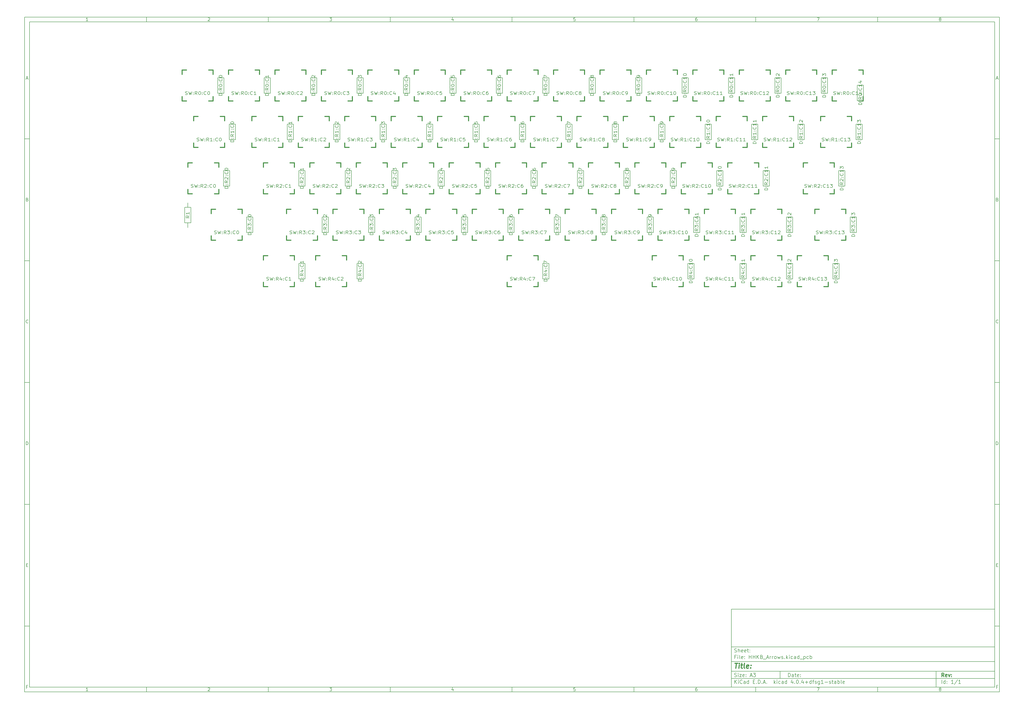
<source format=gbr>
G04 #@! TF.FileFunction,Legend,Top*
%FSLAX46Y46*%
G04 Gerber Fmt 4.6, Leading zero omitted, Abs format (unit mm)*
G04 Created by KiCad (PCBNEW 4.0.4+dfsg1-stable) date Tue Nov  8 21:14:36 2016*
%MOMM*%
%LPD*%
G01*
G04 APERTURE LIST*
%ADD10C,0.100000*%
%ADD11C,0.150000*%
%ADD12C,0.300000*%
%ADD13C,0.400000*%
%ADD14C,0.381000*%
%ADD15C,0.203200*%
G04 APERTURE END LIST*
D10*
D11*
X299989000Y-253002200D02*
X299989000Y-285002200D01*
X407989000Y-285002200D01*
X407989000Y-253002200D01*
X299989000Y-253002200D01*
D10*
D11*
X10000000Y-10000000D02*
X10000000Y-287002200D01*
X409989000Y-287002200D01*
X409989000Y-10000000D01*
X10000000Y-10000000D01*
D10*
D11*
X12000000Y-12000000D02*
X12000000Y-285002200D01*
X407989000Y-285002200D01*
X407989000Y-12000000D01*
X12000000Y-12000000D01*
D10*
D11*
X60000000Y-12000000D02*
X60000000Y-10000000D01*
D10*
D11*
X110000000Y-12000000D02*
X110000000Y-10000000D01*
D10*
D11*
X160000000Y-12000000D02*
X160000000Y-10000000D01*
D10*
D11*
X210000000Y-12000000D02*
X210000000Y-10000000D01*
D10*
D11*
X260000000Y-12000000D02*
X260000000Y-10000000D01*
D10*
D11*
X310000000Y-12000000D02*
X310000000Y-10000000D01*
D10*
D11*
X360000000Y-12000000D02*
X360000000Y-10000000D01*
D10*
D11*
X35990476Y-11588095D02*
X35247619Y-11588095D01*
X35619048Y-11588095D02*
X35619048Y-10288095D01*
X35495238Y-10473810D01*
X35371429Y-10597619D01*
X35247619Y-10659524D01*
D10*
D11*
X85247619Y-10411905D02*
X85309524Y-10350000D01*
X85433333Y-10288095D01*
X85742857Y-10288095D01*
X85866667Y-10350000D01*
X85928571Y-10411905D01*
X85990476Y-10535714D01*
X85990476Y-10659524D01*
X85928571Y-10845238D01*
X85185714Y-11588095D01*
X85990476Y-11588095D01*
D10*
D11*
X135185714Y-10288095D02*
X135990476Y-10288095D01*
X135557143Y-10783333D01*
X135742857Y-10783333D01*
X135866667Y-10845238D01*
X135928571Y-10907143D01*
X135990476Y-11030952D01*
X135990476Y-11340476D01*
X135928571Y-11464286D01*
X135866667Y-11526190D01*
X135742857Y-11588095D01*
X135371429Y-11588095D01*
X135247619Y-11526190D01*
X135185714Y-11464286D01*
D10*
D11*
X185866667Y-10721429D02*
X185866667Y-11588095D01*
X185557143Y-10226190D02*
X185247619Y-11154762D01*
X186052381Y-11154762D01*
D10*
D11*
X235928571Y-10288095D02*
X235309524Y-10288095D01*
X235247619Y-10907143D01*
X235309524Y-10845238D01*
X235433333Y-10783333D01*
X235742857Y-10783333D01*
X235866667Y-10845238D01*
X235928571Y-10907143D01*
X235990476Y-11030952D01*
X235990476Y-11340476D01*
X235928571Y-11464286D01*
X235866667Y-11526190D01*
X235742857Y-11588095D01*
X235433333Y-11588095D01*
X235309524Y-11526190D01*
X235247619Y-11464286D01*
D10*
D11*
X285866667Y-10288095D02*
X285619048Y-10288095D01*
X285495238Y-10350000D01*
X285433333Y-10411905D01*
X285309524Y-10597619D01*
X285247619Y-10845238D01*
X285247619Y-11340476D01*
X285309524Y-11464286D01*
X285371429Y-11526190D01*
X285495238Y-11588095D01*
X285742857Y-11588095D01*
X285866667Y-11526190D01*
X285928571Y-11464286D01*
X285990476Y-11340476D01*
X285990476Y-11030952D01*
X285928571Y-10907143D01*
X285866667Y-10845238D01*
X285742857Y-10783333D01*
X285495238Y-10783333D01*
X285371429Y-10845238D01*
X285309524Y-10907143D01*
X285247619Y-11030952D01*
D10*
D11*
X335185714Y-10288095D02*
X336052381Y-10288095D01*
X335495238Y-11588095D01*
D10*
D11*
X385495238Y-10845238D02*
X385371429Y-10783333D01*
X385309524Y-10721429D01*
X385247619Y-10597619D01*
X385247619Y-10535714D01*
X385309524Y-10411905D01*
X385371429Y-10350000D01*
X385495238Y-10288095D01*
X385742857Y-10288095D01*
X385866667Y-10350000D01*
X385928571Y-10411905D01*
X385990476Y-10535714D01*
X385990476Y-10597619D01*
X385928571Y-10721429D01*
X385866667Y-10783333D01*
X385742857Y-10845238D01*
X385495238Y-10845238D01*
X385371429Y-10907143D01*
X385309524Y-10969048D01*
X385247619Y-11092857D01*
X385247619Y-11340476D01*
X385309524Y-11464286D01*
X385371429Y-11526190D01*
X385495238Y-11588095D01*
X385742857Y-11588095D01*
X385866667Y-11526190D01*
X385928571Y-11464286D01*
X385990476Y-11340476D01*
X385990476Y-11092857D01*
X385928571Y-10969048D01*
X385866667Y-10907143D01*
X385742857Y-10845238D01*
D10*
D11*
X60000000Y-285002200D02*
X60000000Y-287002200D01*
D10*
D11*
X110000000Y-285002200D02*
X110000000Y-287002200D01*
D10*
D11*
X160000000Y-285002200D02*
X160000000Y-287002200D01*
D10*
D11*
X210000000Y-285002200D02*
X210000000Y-287002200D01*
D10*
D11*
X260000000Y-285002200D02*
X260000000Y-287002200D01*
D10*
D11*
X310000000Y-285002200D02*
X310000000Y-287002200D01*
D10*
D11*
X360000000Y-285002200D02*
X360000000Y-287002200D01*
D10*
D11*
X35990476Y-286590295D02*
X35247619Y-286590295D01*
X35619048Y-286590295D02*
X35619048Y-285290295D01*
X35495238Y-285476010D01*
X35371429Y-285599819D01*
X35247619Y-285661724D01*
D10*
D11*
X85247619Y-285414105D02*
X85309524Y-285352200D01*
X85433333Y-285290295D01*
X85742857Y-285290295D01*
X85866667Y-285352200D01*
X85928571Y-285414105D01*
X85990476Y-285537914D01*
X85990476Y-285661724D01*
X85928571Y-285847438D01*
X85185714Y-286590295D01*
X85990476Y-286590295D01*
D10*
D11*
X135185714Y-285290295D02*
X135990476Y-285290295D01*
X135557143Y-285785533D01*
X135742857Y-285785533D01*
X135866667Y-285847438D01*
X135928571Y-285909343D01*
X135990476Y-286033152D01*
X135990476Y-286342676D01*
X135928571Y-286466486D01*
X135866667Y-286528390D01*
X135742857Y-286590295D01*
X135371429Y-286590295D01*
X135247619Y-286528390D01*
X135185714Y-286466486D01*
D10*
D11*
X185866667Y-285723629D02*
X185866667Y-286590295D01*
X185557143Y-285228390D02*
X185247619Y-286156962D01*
X186052381Y-286156962D01*
D10*
D11*
X235928571Y-285290295D02*
X235309524Y-285290295D01*
X235247619Y-285909343D01*
X235309524Y-285847438D01*
X235433333Y-285785533D01*
X235742857Y-285785533D01*
X235866667Y-285847438D01*
X235928571Y-285909343D01*
X235990476Y-286033152D01*
X235990476Y-286342676D01*
X235928571Y-286466486D01*
X235866667Y-286528390D01*
X235742857Y-286590295D01*
X235433333Y-286590295D01*
X235309524Y-286528390D01*
X235247619Y-286466486D01*
D10*
D11*
X285866667Y-285290295D02*
X285619048Y-285290295D01*
X285495238Y-285352200D01*
X285433333Y-285414105D01*
X285309524Y-285599819D01*
X285247619Y-285847438D01*
X285247619Y-286342676D01*
X285309524Y-286466486D01*
X285371429Y-286528390D01*
X285495238Y-286590295D01*
X285742857Y-286590295D01*
X285866667Y-286528390D01*
X285928571Y-286466486D01*
X285990476Y-286342676D01*
X285990476Y-286033152D01*
X285928571Y-285909343D01*
X285866667Y-285847438D01*
X285742857Y-285785533D01*
X285495238Y-285785533D01*
X285371429Y-285847438D01*
X285309524Y-285909343D01*
X285247619Y-286033152D01*
D10*
D11*
X335185714Y-285290295D02*
X336052381Y-285290295D01*
X335495238Y-286590295D01*
D10*
D11*
X385495238Y-285847438D02*
X385371429Y-285785533D01*
X385309524Y-285723629D01*
X385247619Y-285599819D01*
X385247619Y-285537914D01*
X385309524Y-285414105D01*
X385371429Y-285352200D01*
X385495238Y-285290295D01*
X385742857Y-285290295D01*
X385866667Y-285352200D01*
X385928571Y-285414105D01*
X385990476Y-285537914D01*
X385990476Y-285599819D01*
X385928571Y-285723629D01*
X385866667Y-285785533D01*
X385742857Y-285847438D01*
X385495238Y-285847438D01*
X385371429Y-285909343D01*
X385309524Y-285971248D01*
X385247619Y-286095057D01*
X385247619Y-286342676D01*
X385309524Y-286466486D01*
X385371429Y-286528390D01*
X385495238Y-286590295D01*
X385742857Y-286590295D01*
X385866667Y-286528390D01*
X385928571Y-286466486D01*
X385990476Y-286342676D01*
X385990476Y-286095057D01*
X385928571Y-285971248D01*
X385866667Y-285909343D01*
X385742857Y-285847438D01*
D10*
D11*
X10000000Y-60000000D02*
X12000000Y-60000000D01*
D10*
D11*
X10000000Y-110000000D02*
X12000000Y-110000000D01*
D10*
D11*
X10000000Y-160000000D02*
X12000000Y-160000000D01*
D10*
D11*
X10000000Y-210000000D02*
X12000000Y-210000000D01*
D10*
D11*
X10000000Y-260000000D02*
X12000000Y-260000000D01*
D10*
D11*
X10690476Y-35216667D02*
X11309524Y-35216667D01*
X10566667Y-35588095D02*
X11000000Y-34288095D01*
X11433333Y-35588095D01*
D10*
D11*
X11092857Y-84907143D02*
X11278571Y-84969048D01*
X11340476Y-85030952D01*
X11402381Y-85154762D01*
X11402381Y-85340476D01*
X11340476Y-85464286D01*
X11278571Y-85526190D01*
X11154762Y-85588095D01*
X10659524Y-85588095D01*
X10659524Y-84288095D01*
X11092857Y-84288095D01*
X11216667Y-84350000D01*
X11278571Y-84411905D01*
X11340476Y-84535714D01*
X11340476Y-84659524D01*
X11278571Y-84783333D01*
X11216667Y-84845238D01*
X11092857Y-84907143D01*
X10659524Y-84907143D01*
D10*
D11*
X11402381Y-135464286D02*
X11340476Y-135526190D01*
X11154762Y-135588095D01*
X11030952Y-135588095D01*
X10845238Y-135526190D01*
X10721429Y-135402381D01*
X10659524Y-135278571D01*
X10597619Y-135030952D01*
X10597619Y-134845238D01*
X10659524Y-134597619D01*
X10721429Y-134473810D01*
X10845238Y-134350000D01*
X11030952Y-134288095D01*
X11154762Y-134288095D01*
X11340476Y-134350000D01*
X11402381Y-134411905D01*
D10*
D11*
X10659524Y-185588095D02*
X10659524Y-184288095D01*
X10969048Y-184288095D01*
X11154762Y-184350000D01*
X11278571Y-184473810D01*
X11340476Y-184597619D01*
X11402381Y-184845238D01*
X11402381Y-185030952D01*
X11340476Y-185278571D01*
X11278571Y-185402381D01*
X11154762Y-185526190D01*
X10969048Y-185588095D01*
X10659524Y-185588095D01*
D10*
D11*
X10721429Y-234907143D02*
X11154762Y-234907143D01*
X11340476Y-235588095D02*
X10721429Y-235588095D01*
X10721429Y-234288095D01*
X11340476Y-234288095D01*
D10*
D11*
X11185714Y-284907143D02*
X10752381Y-284907143D01*
X10752381Y-285588095D02*
X10752381Y-284288095D01*
X11371428Y-284288095D01*
D10*
D11*
X409989000Y-60000000D02*
X407989000Y-60000000D01*
D10*
D11*
X409989000Y-110000000D02*
X407989000Y-110000000D01*
D10*
D11*
X409989000Y-160000000D02*
X407989000Y-160000000D01*
D10*
D11*
X409989000Y-210000000D02*
X407989000Y-210000000D01*
D10*
D11*
X409989000Y-260000000D02*
X407989000Y-260000000D01*
D10*
D11*
X408679476Y-35216667D02*
X409298524Y-35216667D01*
X408555667Y-35588095D02*
X408989000Y-34288095D01*
X409422333Y-35588095D01*
D10*
D11*
X409081857Y-84907143D02*
X409267571Y-84969048D01*
X409329476Y-85030952D01*
X409391381Y-85154762D01*
X409391381Y-85340476D01*
X409329476Y-85464286D01*
X409267571Y-85526190D01*
X409143762Y-85588095D01*
X408648524Y-85588095D01*
X408648524Y-84288095D01*
X409081857Y-84288095D01*
X409205667Y-84350000D01*
X409267571Y-84411905D01*
X409329476Y-84535714D01*
X409329476Y-84659524D01*
X409267571Y-84783333D01*
X409205667Y-84845238D01*
X409081857Y-84907143D01*
X408648524Y-84907143D01*
D10*
D11*
X409391381Y-135464286D02*
X409329476Y-135526190D01*
X409143762Y-135588095D01*
X409019952Y-135588095D01*
X408834238Y-135526190D01*
X408710429Y-135402381D01*
X408648524Y-135278571D01*
X408586619Y-135030952D01*
X408586619Y-134845238D01*
X408648524Y-134597619D01*
X408710429Y-134473810D01*
X408834238Y-134350000D01*
X409019952Y-134288095D01*
X409143762Y-134288095D01*
X409329476Y-134350000D01*
X409391381Y-134411905D01*
D10*
D11*
X408648524Y-185588095D02*
X408648524Y-184288095D01*
X408958048Y-184288095D01*
X409143762Y-184350000D01*
X409267571Y-184473810D01*
X409329476Y-184597619D01*
X409391381Y-184845238D01*
X409391381Y-185030952D01*
X409329476Y-185278571D01*
X409267571Y-185402381D01*
X409143762Y-185526190D01*
X408958048Y-185588095D01*
X408648524Y-185588095D01*
D10*
D11*
X408710429Y-234907143D02*
X409143762Y-234907143D01*
X409329476Y-235588095D02*
X408710429Y-235588095D01*
X408710429Y-234288095D01*
X409329476Y-234288095D01*
D10*
D11*
X409174714Y-284907143D02*
X408741381Y-284907143D01*
X408741381Y-285588095D02*
X408741381Y-284288095D01*
X409360428Y-284288095D01*
D10*
D11*
X323346143Y-280780771D02*
X323346143Y-279280771D01*
X323703286Y-279280771D01*
X323917571Y-279352200D01*
X324060429Y-279495057D01*
X324131857Y-279637914D01*
X324203286Y-279923629D01*
X324203286Y-280137914D01*
X324131857Y-280423629D01*
X324060429Y-280566486D01*
X323917571Y-280709343D01*
X323703286Y-280780771D01*
X323346143Y-280780771D01*
X325489000Y-280780771D02*
X325489000Y-279995057D01*
X325417571Y-279852200D01*
X325274714Y-279780771D01*
X324989000Y-279780771D01*
X324846143Y-279852200D01*
X325489000Y-280709343D02*
X325346143Y-280780771D01*
X324989000Y-280780771D01*
X324846143Y-280709343D01*
X324774714Y-280566486D01*
X324774714Y-280423629D01*
X324846143Y-280280771D01*
X324989000Y-280209343D01*
X325346143Y-280209343D01*
X325489000Y-280137914D01*
X325989000Y-279780771D02*
X326560429Y-279780771D01*
X326203286Y-279280771D02*
X326203286Y-280566486D01*
X326274714Y-280709343D01*
X326417572Y-280780771D01*
X326560429Y-280780771D01*
X327631857Y-280709343D02*
X327489000Y-280780771D01*
X327203286Y-280780771D01*
X327060429Y-280709343D01*
X326989000Y-280566486D01*
X326989000Y-279995057D01*
X327060429Y-279852200D01*
X327203286Y-279780771D01*
X327489000Y-279780771D01*
X327631857Y-279852200D01*
X327703286Y-279995057D01*
X327703286Y-280137914D01*
X326989000Y-280280771D01*
X328346143Y-280637914D02*
X328417571Y-280709343D01*
X328346143Y-280780771D01*
X328274714Y-280709343D01*
X328346143Y-280637914D01*
X328346143Y-280780771D01*
X328346143Y-279852200D02*
X328417571Y-279923629D01*
X328346143Y-279995057D01*
X328274714Y-279923629D01*
X328346143Y-279852200D01*
X328346143Y-279995057D01*
D10*
D11*
X299989000Y-281502200D02*
X407989000Y-281502200D01*
D10*
D11*
X301346143Y-283580771D02*
X301346143Y-282080771D01*
X302203286Y-283580771D02*
X301560429Y-282723629D01*
X302203286Y-282080771D02*
X301346143Y-282937914D01*
X302846143Y-283580771D02*
X302846143Y-282580771D01*
X302846143Y-282080771D02*
X302774714Y-282152200D01*
X302846143Y-282223629D01*
X302917571Y-282152200D01*
X302846143Y-282080771D01*
X302846143Y-282223629D01*
X304417572Y-283437914D02*
X304346143Y-283509343D01*
X304131857Y-283580771D01*
X303989000Y-283580771D01*
X303774715Y-283509343D01*
X303631857Y-283366486D01*
X303560429Y-283223629D01*
X303489000Y-282937914D01*
X303489000Y-282723629D01*
X303560429Y-282437914D01*
X303631857Y-282295057D01*
X303774715Y-282152200D01*
X303989000Y-282080771D01*
X304131857Y-282080771D01*
X304346143Y-282152200D01*
X304417572Y-282223629D01*
X305703286Y-283580771D02*
X305703286Y-282795057D01*
X305631857Y-282652200D01*
X305489000Y-282580771D01*
X305203286Y-282580771D01*
X305060429Y-282652200D01*
X305703286Y-283509343D02*
X305560429Y-283580771D01*
X305203286Y-283580771D01*
X305060429Y-283509343D01*
X304989000Y-283366486D01*
X304989000Y-283223629D01*
X305060429Y-283080771D01*
X305203286Y-283009343D01*
X305560429Y-283009343D01*
X305703286Y-282937914D01*
X307060429Y-283580771D02*
X307060429Y-282080771D01*
X307060429Y-283509343D02*
X306917572Y-283580771D01*
X306631858Y-283580771D01*
X306489000Y-283509343D01*
X306417572Y-283437914D01*
X306346143Y-283295057D01*
X306346143Y-282866486D01*
X306417572Y-282723629D01*
X306489000Y-282652200D01*
X306631858Y-282580771D01*
X306917572Y-282580771D01*
X307060429Y-282652200D01*
X308917572Y-282795057D02*
X309417572Y-282795057D01*
X309631858Y-283580771D02*
X308917572Y-283580771D01*
X308917572Y-282080771D01*
X309631858Y-282080771D01*
X310274715Y-283437914D02*
X310346143Y-283509343D01*
X310274715Y-283580771D01*
X310203286Y-283509343D01*
X310274715Y-283437914D01*
X310274715Y-283580771D01*
X310989001Y-283580771D02*
X310989001Y-282080771D01*
X311346144Y-282080771D01*
X311560429Y-282152200D01*
X311703287Y-282295057D01*
X311774715Y-282437914D01*
X311846144Y-282723629D01*
X311846144Y-282937914D01*
X311774715Y-283223629D01*
X311703287Y-283366486D01*
X311560429Y-283509343D01*
X311346144Y-283580771D01*
X310989001Y-283580771D01*
X312489001Y-283437914D02*
X312560429Y-283509343D01*
X312489001Y-283580771D01*
X312417572Y-283509343D01*
X312489001Y-283437914D01*
X312489001Y-283580771D01*
X313131858Y-283152200D02*
X313846144Y-283152200D01*
X312989001Y-283580771D02*
X313489001Y-282080771D01*
X313989001Y-283580771D01*
X314489001Y-283437914D02*
X314560429Y-283509343D01*
X314489001Y-283580771D01*
X314417572Y-283509343D01*
X314489001Y-283437914D01*
X314489001Y-283580771D01*
X317489001Y-283580771D02*
X317489001Y-282080771D01*
X317631858Y-283009343D02*
X318060429Y-283580771D01*
X318060429Y-282580771D02*
X317489001Y-283152200D01*
X318703287Y-283580771D02*
X318703287Y-282580771D01*
X318703287Y-282080771D02*
X318631858Y-282152200D01*
X318703287Y-282223629D01*
X318774715Y-282152200D01*
X318703287Y-282080771D01*
X318703287Y-282223629D01*
X320060430Y-283509343D02*
X319917573Y-283580771D01*
X319631859Y-283580771D01*
X319489001Y-283509343D01*
X319417573Y-283437914D01*
X319346144Y-283295057D01*
X319346144Y-282866486D01*
X319417573Y-282723629D01*
X319489001Y-282652200D01*
X319631859Y-282580771D01*
X319917573Y-282580771D01*
X320060430Y-282652200D01*
X321346144Y-283580771D02*
X321346144Y-282795057D01*
X321274715Y-282652200D01*
X321131858Y-282580771D01*
X320846144Y-282580771D01*
X320703287Y-282652200D01*
X321346144Y-283509343D02*
X321203287Y-283580771D01*
X320846144Y-283580771D01*
X320703287Y-283509343D01*
X320631858Y-283366486D01*
X320631858Y-283223629D01*
X320703287Y-283080771D01*
X320846144Y-283009343D01*
X321203287Y-283009343D01*
X321346144Y-282937914D01*
X322703287Y-283580771D02*
X322703287Y-282080771D01*
X322703287Y-283509343D02*
X322560430Y-283580771D01*
X322274716Y-283580771D01*
X322131858Y-283509343D01*
X322060430Y-283437914D01*
X321989001Y-283295057D01*
X321989001Y-282866486D01*
X322060430Y-282723629D01*
X322131858Y-282652200D01*
X322274716Y-282580771D01*
X322560430Y-282580771D01*
X322703287Y-282652200D01*
X325203287Y-282580771D02*
X325203287Y-283580771D01*
X324846144Y-282009343D02*
X324489001Y-283080771D01*
X325417573Y-283080771D01*
X325989001Y-283437914D02*
X326060429Y-283509343D01*
X325989001Y-283580771D01*
X325917572Y-283509343D01*
X325989001Y-283437914D01*
X325989001Y-283580771D01*
X326989001Y-282080771D02*
X327131858Y-282080771D01*
X327274715Y-282152200D01*
X327346144Y-282223629D01*
X327417573Y-282366486D01*
X327489001Y-282652200D01*
X327489001Y-283009343D01*
X327417573Y-283295057D01*
X327346144Y-283437914D01*
X327274715Y-283509343D01*
X327131858Y-283580771D01*
X326989001Y-283580771D01*
X326846144Y-283509343D01*
X326774715Y-283437914D01*
X326703287Y-283295057D01*
X326631858Y-283009343D01*
X326631858Y-282652200D01*
X326703287Y-282366486D01*
X326774715Y-282223629D01*
X326846144Y-282152200D01*
X326989001Y-282080771D01*
X328131858Y-283437914D02*
X328203286Y-283509343D01*
X328131858Y-283580771D01*
X328060429Y-283509343D01*
X328131858Y-283437914D01*
X328131858Y-283580771D01*
X329489001Y-282580771D02*
X329489001Y-283580771D01*
X329131858Y-282009343D02*
X328774715Y-283080771D01*
X329703287Y-283080771D01*
X330274715Y-283009343D02*
X331417572Y-283009343D01*
X330846143Y-283580771D02*
X330846143Y-282437914D01*
X332774715Y-283580771D02*
X332774715Y-282080771D01*
X332774715Y-283509343D02*
X332631858Y-283580771D01*
X332346144Y-283580771D01*
X332203286Y-283509343D01*
X332131858Y-283437914D01*
X332060429Y-283295057D01*
X332060429Y-282866486D01*
X332131858Y-282723629D01*
X332203286Y-282652200D01*
X332346144Y-282580771D01*
X332631858Y-282580771D01*
X332774715Y-282652200D01*
X333274715Y-282580771D02*
X333846144Y-282580771D01*
X333489001Y-283580771D02*
X333489001Y-282295057D01*
X333560429Y-282152200D01*
X333703287Y-282080771D01*
X333846144Y-282080771D01*
X334274715Y-283509343D02*
X334417572Y-283580771D01*
X334703287Y-283580771D01*
X334846144Y-283509343D01*
X334917572Y-283366486D01*
X334917572Y-283295057D01*
X334846144Y-283152200D01*
X334703287Y-283080771D01*
X334489001Y-283080771D01*
X334346144Y-283009343D01*
X334274715Y-282866486D01*
X334274715Y-282795057D01*
X334346144Y-282652200D01*
X334489001Y-282580771D01*
X334703287Y-282580771D01*
X334846144Y-282652200D01*
X336203287Y-282580771D02*
X336203287Y-283795057D01*
X336131858Y-283937914D01*
X336060430Y-284009343D01*
X335917573Y-284080771D01*
X335703287Y-284080771D01*
X335560430Y-284009343D01*
X336203287Y-283509343D02*
X336060430Y-283580771D01*
X335774716Y-283580771D01*
X335631858Y-283509343D01*
X335560430Y-283437914D01*
X335489001Y-283295057D01*
X335489001Y-282866486D01*
X335560430Y-282723629D01*
X335631858Y-282652200D01*
X335774716Y-282580771D01*
X336060430Y-282580771D01*
X336203287Y-282652200D01*
X337703287Y-283580771D02*
X336846144Y-283580771D01*
X337274716Y-283580771D02*
X337274716Y-282080771D01*
X337131859Y-282295057D01*
X336989001Y-282437914D01*
X336846144Y-282509343D01*
X338346144Y-283009343D02*
X339489001Y-283009343D01*
X340131858Y-283509343D02*
X340274715Y-283580771D01*
X340560430Y-283580771D01*
X340703287Y-283509343D01*
X340774715Y-283366486D01*
X340774715Y-283295057D01*
X340703287Y-283152200D01*
X340560430Y-283080771D01*
X340346144Y-283080771D01*
X340203287Y-283009343D01*
X340131858Y-282866486D01*
X340131858Y-282795057D01*
X340203287Y-282652200D01*
X340346144Y-282580771D01*
X340560430Y-282580771D01*
X340703287Y-282652200D01*
X341203287Y-282580771D02*
X341774716Y-282580771D01*
X341417573Y-282080771D02*
X341417573Y-283366486D01*
X341489001Y-283509343D01*
X341631859Y-283580771D01*
X341774716Y-283580771D01*
X342917573Y-283580771D02*
X342917573Y-282795057D01*
X342846144Y-282652200D01*
X342703287Y-282580771D01*
X342417573Y-282580771D01*
X342274716Y-282652200D01*
X342917573Y-283509343D02*
X342774716Y-283580771D01*
X342417573Y-283580771D01*
X342274716Y-283509343D01*
X342203287Y-283366486D01*
X342203287Y-283223629D01*
X342274716Y-283080771D01*
X342417573Y-283009343D01*
X342774716Y-283009343D01*
X342917573Y-282937914D01*
X343631859Y-283580771D02*
X343631859Y-282080771D01*
X343631859Y-282652200D02*
X343774716Y-282580771D01*
X344060430Y-282580771D01*
X344203287Y-282652200D01*
X344274716Y-282723629D01*
X344346145Y-282866486D01*
X344346145Y-283295057D01*
X344274716Y-283437914D01*
X344203287Y-283509343D01*
X344060430Y-283580771D01*
X343774716Y-283580771D01*
X343631859Y-283509343D01*
X345203288Y-283580771D02*
X345060430Y-283509343D01*
X344989002Y-283366486D01*
X344989002Y-282080771D01*
X346346144Y-283509343D02*
X346203287Y-283580771D01*
X345917573Y-283580771D01*
X345774716Y-283509343D01*
X345703287Y-283366486D01*
X345703287Y-282795057D01*
X345774716Y-282652200D01*
X345917573Y-282580771D01*
X346203287Y-282580771D01*
X346346144Y-282652200D01*
X346417573Y-282795057D01*
X346417573Y-282937914D01*
X345703287Y-283080771D01*
D10*
D11*
X299989000Y-278502200D02*
X407989000Y-278502200D01*
D10*
D12*
X387203286Y-280780771D02*
X386703286Y-280066486D01*
X386346143Y-280780771D02*
X386346143Y-279280771D01*
X386917571Y-279280771D01*
X387060429Y-279352200D01*
X387131857Y-279423629D01*
X387203286Y-279566486D01*
X387203286Y-279780771D01*
X387131857Y-279923629D01*
X387060429Y-279995057D01*
X386917571Y-280066486D01*
X386346143Y-280066486D01*
X388417571Y-280709343D02*
X388274714Y-280780771D01*
X387989000Y-280780771D01*
X387846143Y-280709343D01*
X387774714Y-280566486D01*
X387774714Y-279995057D01*
X387846143Y-279852200D01*
X387989000Y-279780771D01*
X388274714Y-279780771D01*
X388417571Y-279852200D01*
X388489000Y-279995057D01*
X388489000Y-280137914D01*
X387774714Y-280280771D01*
X388989000Y-279780771D02*
X389346143Y-280780771D01*
X389703285Y-279780771D01*
X390274714Y-280637914D02*
X390346142Y-280709343D01*
X390274714Y-280780771D01*
X390203285Y-280709343D01*
X390274714Y-280637914D01*
X390274714Y-280780771D01*
X390274714Y-279852200D02*
X390346142Y-279923629D01*
X390274714Y-279995057D01*
X390203285Y-279923629D01*
X390274714Y-279852200D01*
X390274714Y-279995057D01*
D10*
D11*
X301274714Y-280709343D02*
X301489000Y-280780771D01*
X301846143Y-280780771D01*
X301989000Y-280709343D01*
X302060429Y-280637914D01*
X302131857Y-280495057D01*
X302131857Y-280352200D01*
X302060429Y-280209343D01*
X301989000Y-280137914D01*
X301846143Y-280066486D01*
X301560429Y-279995057D01*
X301417571Y-279923629D01*
X301346143Y-279852200D01*
X301274714Y-279709343D01*
X301274714Y-279566486D01*
X301346143Y-279423629D01*
X301417571Y-279352200D01*
X301560429Y-279280771D01*
X301917571Y-279280771D01*
X302131857Y-279352200D01*
X302774714Y-280780771D02*
X302774714Y-279780771D01*
X302774714Y-279280771D02*
X302703285Y-279352200D01*
X302774714Y-279423629D01*
X302846142Y-279352200D01*
X302774714Y-279280771D01*
X302774714Y-279423629D01*
X303346143Y-279780771D02*
X304131857Y-279780771D01*
X303346143Y-280780771D01*
X304131857Y-280780771D01*
X305274714Y-280709343D02*
X305131857Y-280780771D01*
X304846143Y-280780771D01*
X304703286Y-280709343D01*
X304631857Y-280566486D01*
X304631857Y-279995057D01*
X304703286Y-279852200D01*
X304846143Y-279780771D01*
X305131857Y-279780771D01*
X305274714Y-279852200D01*
X305346143Y-279995057D01*
X305346143Y-280137914D01*
X304631857Y-280280771D01*
X305989000Y-280637914D02*
X306060428Y-280709343D01*
X305989000Y-280780771D01*
X305917571Y-280709343D01*
X305989000Y-280637914D01*
X305989000Y-280780771D01*
X305989000Y-279852200D02*
X306060428Y-279923629D01*
X305989000Y-279995057D01*
X305917571Y-279923629D01*
X305989000Y-279852200D01*
X305989000Y-279995057D01*
X307774714Y-280352200D02*
X308489000Y-280352200D01*
X307631857Y-280780771D02*
X308131857Y-279280771D01*
X308631857Y-280780771D01*
X308989000Y-279280771D02*
X309917571Y-279280771D01*
X309417571Y-279852200D01*
X309631857Y-279852200D01*
X309774714Y-279923629D01*
X309846143Y-279995057D01*
X309917571Y-280137914D01*
X309917571Y-280495057D01*
X309846143Y-280637914D01*
X309774714Y-280709343D01*
X309631857Y-280780771D01*
X309203285Y-280780771D01*
X309060428Y-280709343D01*
X308989000Y-280637914D01*
D10*
D11*
X386346143Y-283580771D02*
X386346143Y-282080771D01*
X387703286Y-283580771D02*
X387703286Y-282080771D01*
X387703286Y-283509343D02*
X387560429Y-283580771D01*
X387274715Y-283580771D01*
X387131857Y-283509343D01*
X387060429Y-283437914D01*
X386989000Y-283295057D01*
X386989000Y-282866486D01*
X387060429Y-282723629D01*
X387131857Y-282652200D01*
X387274715Y-282580771D01*
X387560429Y-282580771D01*
X387703286Y-282652200D01*
X388417572Y-283437914D02*
X388489000Y-283509343D01*
X388417572Y-283580771D01*
X388346143Y-283509343D01*
X388417572Y-283437914D01*
X388417572Y-283580771D01*
X388417572Y-282652200D02*
X388489000Y-282723629D01*
X388417572Y-282795057D01*
X388346143Y-282723629D01*
X388417572Y-282652200D01*
X388417572Y-282795057D01*
X391060429Y-283580771D02*
X390203286Y-283580771D01*
X390631858Y-283580771D02*
X390631858Y-282080771D01*
X390489001Y-282295057D01*
X390346143Y-282437914D01*
X390203286Y-282509343D01*
X392774714Y-282009343D02*
X391489000Y-283937914D01*
X394060429Y-283580771D02*
X393203286Y-283580771D01*
X393631858Y-283580771D02*
X393631858Y-282080771D01*
X393489001Y-282295057D01*
X393346143Y-282437914D01*
X393203286Y-282509343D01*
D10*
D11*
X299989000Y-274502200D02*
X407989000Y-274502200D01*
D10*
D13*
X301441381Y-275206962D02*
X302584238Y-275206962D01*
X301762810Y-277206962D02*
X302012810Y-275206962D01*
X303000905Y-277206962D02*
X303167571Y-275873629D01*
X303250905Y-275206962D02*
X303143762Y-275302200D01*
X303227095Y-275397438D01*
X303334239Y-275302200D01*
X303250905Y-275206962D01*
X303227095Y-275397438D01*
X303834238Y-275873629D02*
X304596143Y-275873629D01*
X304203286Y-275206962D02*
X303989000Y-276921248D01*
X304060430Y-277111724D01*
X304239001Y-277206962D01*
X304429477Y-277206962D01*
X305381858Y-277206962D02*
X305203287Y-277111724D01*
X305131857Y-276921248D01*
X305346143Y-275206962D01*
X306917572Y-277111724D02*
X306715191Y-277206962D01*
X306334239Y-277206962D01*
X306155667Y-277111724D01*
X306084238Y-276921248D01*
X306179476Y-276159343D01*
X306298524Y-275968867D01*
X306500905Y-275873629D01*
X306881857Y-275873629D01*
X307060429Y-275968867D01*
X307131857Y-276159343D01*
X307108048Y-276349819D01*
X306131857Y-276540295D01*
X307881857Y-277016486D02*
X307965192Y-277111724D01*
X307858048Y-277206962D01*
X307774715Y-277111724D01*
X307881857Y-277016486D01*
X307858048Y-277206962D01*
X308012810Y-275968867D02*
X308096144Y-276064105D01*
X307989000Y-276159343D01*
X307905667Y-276064105D01*
X308012810Y-275968867D01*
X307989000Y-276159343D01*
D10*
D11*
X301846143Y-272595057D02*
X301346143Y-272595057D01*
X301346143Y-273380771D02*
X301346143Y-271880771D01*
X302060429Y-271880771D01*
X302631857Y-273380771D02*
X302631857Y-272380771D01*
X302631857Y-271880771D02*
X302560428Y-271952200D01*
X302631857Y-272023629D01*
X302703285Y-271952200D01*
X302631857Y-271880771D01*
X302631857Y-272023629D01*
X303560429Y-273380771D02*
X303417571Y-273309343D01*
X303346143Y-273166486D01*
X303346143Y-271880771D01*
X304703285Y-273309343D02*
X304560428Y-273380771D01*
X304274714Y-273380771D01*
X304131857Y-273309343D01*
X304060428Y-273166486D01*
X304060428Y-272595057D01*
X304131857Y-272452200D01*
X304274714Y-272380771D01*
X304560428Y-272380771D01*
X304703285Y-272452200D01*
X304774714Y-272595057D01*
X304774714Y-272737914D01*
X304060428Y-272880771D01*
X305417571Y-273237914D02*
X305488999Y-273309343D01*
X305417571Y-273380771D01*
X305346142Y-273309343D01*
X305417571Y-273237914D01*
X305417571Y-273380771D01*
X305417571Y-272452200D02*
X305488999Y-272523629D01*
X305417571Y-272595057D01*
X305346142Y-272523629D01*
X305417571Y-272452200D01*
X305417571Y-272595057D01*
X307274714Y-273380771D02*
X307274714Y-271880771D01*
X307274714Y-272595057D02*
X308131857Y-272595057D01*
X308131857Y-273380771D02*
X308131857Y-271880771D01*
X308846143Y-273380771D02*
X308846143Y-271880771D01*
X308846143Y-272595057D02*
X309703286Y-272595057D01*
X309703286Y-273380771D02*
X309703286Y-271880771D01*
X310417572Y-273380771D02*
X310417572Y-271880771D01*
X311274715Y-273380771D02*
X310631858Y-272523629D01*
X311274715Y-271880771D02*
X310417572Y-272737914D01*
X312417572Y-272595057D02*
X312631858Y-272666486D01*
X312703286Y-272737914D01*
X312774715Y-272880771D01*
X312774715Y-273095057D01*
X312703286Y-273237914D01*
X312631858Y-273309343D01*
X312489000Y-273380771D01*
X311917572Y-273380771D01*
X311917572Y-271880771D01*
X312417572Y-271880771D01*
X312560429Y-271952200D01*
X312631858Y-272023629D01*
X312703286Y-272166486D01*
X312703286Y-272309343D01*
X312631858Y-272452200D01*
X312560429Y-272523629D01*
X312417572Y-272595057D01*
X311917572Y-272595057D01*
X313060429Y-273523629D02*
X314203286Y-273523629D01*
X314489000Y-272952200D02*
X315203286Y-272952200D01*
X314346143Y-273380771D02*
X314846143Y-271880771D01*
X315346143Y-273380771D01*
X315846143Y-273380771D02*
X315846143Y-272380771D01*
X315846143Y-272666486D02*
X315917571Y-272523629D01*
X315989000Y-272452200D01*
X316131857Y-272380771D01*
X316274714Y-272380771D01*
X316774714Y-273380771D02*
X316774714Y-272380771D01*
X316774714Y-272666486D02*
X316846142Y-272523629D01*
X316917571Y-272452200D01*
X317060428Y-272380771D01*
X317203285Y-272380771D01*
X317917571Y-273380771D02*
X317774713Y-273309343D01*
X317703285Y-273237914D01*
X317631856Y-273095057D01*
X317631856Y-272666486D01*
X317703285Y-272523629D01*
X317774713Y-272452200D01*
X317917571Y-272380771D01*
X318131856Y-272380771D01*
X318274713Y-272452200D01*
X318346142Y-272523629D01*
X318417571Y-272666486D01*
X318417571Y-273095057D01*
X318346142Y-273237914D01*
X318274713Y-273309343D01*
X318131856Y-273380771D01*
X317917571Y-273380771D01*
X318917571Y-272380771D02*
X319203285Y-273380771D01*
X319488999Y-272666486D01*
X319774714Y-273380771D01*
X320060428Y-272380771D01*
X320560428Y-273309343D02*
X320703285Y-273380771D01*
X320989000Y-273380771D01*
X321131857Y-273309343D01*
X321203285Y-273166486D01*
X321203285Y-273095057D01*
X321131857Y-272952200D01*
X320989000Y-272880771D01*
X320774714Y-272880771D01*
X320631857Y-272809343D01*
X320560428Y-272666486D01*
X320560428Y-272595057D01*
X320631857Y-272452200D01*
X320774714Y-272380771D01*
X320989000Y-272380771D01*
X321131857Y-272452200D01*
X321846143Y-273237914D02*
X321917571Y-273309343D01*
X321846143Y-273380771D01*
X321774714Y-273309343D01*
X321846143Y-273237914D01*
X321846143Y-273380771D01*
X322560429Y-273380771D02*
X322560429Y-271880771D01*
X322703286Y-272809343D02*
X323131857Y-273380771D01*
X323131857Y-272380771D02*
X322560429Y-272952200D01*
X323774715Y-273380771D02*
X323774715Y-272380771D01*
X323774715Y-271880771D02*
X323703286Y-271952200D01*
X323774715Y-272023629D01*
X323846143Y-271952200D01*
X323774715Y-271880771D01*
X323774715Y-272023629D01*
X325131858Y-273309343D02*
X324989001Y-273380771D01*
X324703287Y-273380771D01*
X324560429Y-273309343D01*
X324489001Y-273237914D01*
X324417572Y-273095057D01*
X324417572Y-272666486D01*
X324489001Y-272523629D01*
X324560429Y-272452200D01*
X324703287Y-272380771D01*
X324989001Y-272380771D01*
X325131858Y-272452200D01*
X326417572Y-273380771D02*
X326417572Y-272595057D01*
X326346143Y-272452200D01*
X326203286Y-272380771D01*
X325917572Y-272380771D01*
X325774715Y-272452200D01*
X326417572Y-273309343D02*
X326274715Y-273380771D01*
X325917572Y-273380771D01*
X325774715Y-273309343D01*
X325703286Y-273166486D01*
X325703286Y-273023629D01*
X325774715Y-272880771D01*
X325917572Y-272809343D01*
X326274715Y-272809343D01*
X326417572Y-272737914D01*
X327774715Y-273380771D02*
X327774715Y-271880771D01*
X327774715Y-273309343D02*
X327631858Y-273380771D01*
X327346144Y-273380771D01*
X327203286Y-273309343D01*
X327131858Y-273237914D01*
X327060429Y-273095057D01*
X327060429Y-272666486D01*
X327131858Y-272523629D01*
X327203286Y-272452200D01*
X327346144Y-272380771D01*
X327631858Y-272380771D01*
X327774715Y-272452200D01*
X328131858Y-273523629D02*
X329274715Y-273523629D01*
X329631858Y-272380771D02*
X329631858Y-273880771D01*
X329631858Y-272452200D02*
X329774715Y-272380771D01*
X330060429Y-272380771D01*
X330203286Y-272452200D01*
X330274715Y-272523629D01*
X330346144Y-272666486D01*
X330346144Y-273095057D01*
X330274715Y-273237914D01*
X330203286Y-273309343D01*
X330060429Y-273380771D01*
X329774715Y-273380771D01*
X329631858Y-273309343D01*
X331631858Y-273309343D02*
X331489001Y-273380771D01*
X331203287Y-273380771D01*
X331060429Y-273309343D01*
X330989001Y-273237914D01*
X330917572Y-273095057D01*
X330917572Y-272666486D01*
X330989001Y-272523629D01*
X331060429Y-272452200D01*
X331203287Y-272380771D01*
X331489001Y-272380771D01*
X331631858Y-272452200D01*
X332274715Y-273380771D02*
X332274715Y-271880771D01*
X332274715Y-272452200D02*
X332417572Y-272380771D01*
X332703286Y-272380771D01*
X332846143Y-272452200D01*
X332917572Y-272523629D01*
X332989001Y-272666486D01*
X332989001Y-273095057D01*
X332917572Y-273237914D01*
X332846143Y-273309343D01*
X332703286Y-273380771D01*
X332417572Y-273380771D01*
X332274715Y-273309343D01*
D10*
D11*
X299989000Y-268502200D02*
X407989000Y-268502200D01*
D10*
D11*
X301274714Y-270609343D02*
X301489000Y-270680771D01*
X301846143Y-270680771D01*
X301989000Y-270609343D01*
X302060429Y-270537914D01*
X302131857Y-270395057D01*
X302131857Y-270252200D01*
X302060429Y-270109343D01*
X301989000Y-270037914D01*
X301846143Y-269966486D01*
X301560429Y-269895057D01*
X301417571Y-269823629D01*
X301346143Y-269752200D01*
X301274714Y-269609343D01*
X301274714Y-269466486D01*
X301346143Y-269323629D01*
X301417571Y-269252200D01*
X301560429Y-269180771D01*
X301917571Y-269180771D01*
X302131857Y-269252200D01*
X302774714Y-270680771D02*
X302774714Y-269180771D01*
X303417571Y-270680771D02*
X303417571Y-269895057D01*
X303346142Y-269752200D01*
X303203285Y-269680771D01*
X302989000Y-269680771D01*
X302846142Y-269752200D01*
X302774714Y-269823629D01*
X304703285Y-270609343D02*
X304560428Y-270680771D01*
X304274714Y-270680771D01*
X304131857Y-270609343D01*
X304060428Y-270466486D01*
X304060428Y-269895057D01*
X304131857Y-269752200D01*
X304274714Y-269680771D01*
X304560428Y-269680771D01*
X304703285Y-269752200D01*
X304774714Y-269895057D01*
X304774714Y-270037914D01*
X304060428Y-270180771D01*
X305988999Y-270609343D02*
X305846142Y-270680771D01*
X305560428Y-270680771D01*
X305417571Y-270609343D01*
X305346142Y-270466486D01*
X305346142Y-269895057D01*
X305417571Y-269752200D01*
X305560428Y-269680771D01*
X305846142Y-269680771D01*
X305988999Y-269752200D01*
X306060428Y-269895057D01*
X306060428Y-270037914D01*
X305346142Y-270180771D01*
X306488999Y-269680771D02*
X307060428Y-269680771D01*
X306703285Y-269180771D02*
X306703285Y-270466486D01*
X306774713Y-270609343D01*
X306917571Y-270680771D01*
X307060428Y-270680771D01*
X307560428Y-270537914D02*
X307631856Y-270609343D01*
X307560428Y-270680771D01*
X307488999Y-270609343D01*
X307560428Y-270537914D01*
X307560428Y-270680771D01*
X307560428Y-269752200D02*
X307631856Y-269823629D01*
X307560428Y-269895057D01*
X307488999Y-269823629D01*
X307560428Y-269752200D01*
X307560428Y-269895057D01*
D10*
D11*
X319989000Y-278502200D02*
X319989000Y-281502200D01*
D10*
D11*
X383989000Y-278502200D02*
X383989000Y-285002200D01*
D14*
X76993750Y-69850000D02*
X78771750Y-69850000D01*
X87915750Y-69850000D02*
X89693750Y-69850000D01*
X89693750Y-69850000D02*
X89693750Y-71628000D01*
X89693750Y-80772000D02*
X89693750Y-82550000D01*
X89693750Y-82550000D02*
X87915750Y-82550000D01*
X78771750Y-82550000D02*
X76993750Y-82550000D01*
X76993750Y-82550000D02*
X76993750Y-80772000D01*
X76993750Y-71628000D02*
X76993750Y-69850000D01*
X207962500Y-107950000D02*
X209740500Y-107950000D01*
X218884500Y-107950000D02*
X220662500Y-107950000D01*
X220662500Y-107950000D02*
X220662500Y-109728000D01*
X220662500Y-118872000D02*
X220662500Y-120650000D01*
X220662500Y-120650000D02*
X218884500Y-120650000D01*
X209740500Y-120650000D02*
X207962500Y-120650000D01*
X207962500Y-120650000D02*
X207962500Y-118872000D01*
X207962500Y-109728000D02*
X207962500Y-107950000D01*
D15*
X148907500Y-111125000D02*
X148907500Y-117475000D01*
X148907500Y-117475000D02*
X146367500Y-117475000D01*
X146367500Y-117475000D02*
X146367500Y-111125000D01*
X146367500Y-111125000D02*
X148907500Y-111125000D01*
D14*
X86518750Y-88900000D02*
X88296750Y-88900000D01*
X97440750Y-88900000D02*
X99218750Y-88900000D01*
X99218750Y-88900000D02*
X99218750Y-90678000D01*
X99218750Y-99822000D02*
X99218750Y-101600000D01*
X99218750Y-101600000D02*
X97440750Y-101600000D01*
X88296750Y-101600000D02*
X86518750Y-101600000D01*
X86518750Y-101600000D02*
X86518750Y-99822000D01*
X86518750Y-90678000D02*
X86518750Y-88900000D01*
D15*
X344170000Y-111125000D02*
X344170000Y-117475000D01*
X344170000Y-117475000D02*
X341630000Y-117475000D01*
X341630000Y-117475000D02*
X341630000Y-111125000D01*
X341630000Y-111125000D02*
X344170000Y-111125000D01*
X325120000Y-111125000D02*
X325120000Y-117475000D01*
X325120000Y-117475000D02*
X322580000Y-117475000D01*
X322580000Y-117475000D02*
X322580000Y-111125000D01*
X322580000Y-111125000D02*
X325120000Y-111125000D01*
X306070000Y-111125000D02*
X306070000Y-117475000D01*
X306070000Y-117475000D02*
X303530000Y-117475000D01*
X303530000Y-117475000D02*
X303530000Y-111125000D01*
X303530000Y-111125000D02*
X306070000Y-111125000D01*
X284638750Y-111125000D02*
X284638750Y-117475000D01*
X284638750Y-117475000D02*
X282098750Y-117475000D01*
X282098750Y-117475000D02*
X282098750Y-111125000D01*
X282098750Y-111125000D02*
X284638750Y-111125000D01*
X225107500Y-111125000D02*
X225107500Y-117475000D01*
X225107500Y-117475000D02*
X222567500Y-117475000D01*
X222567500Y-117475000D02*
X222567500Y-111125000D01*
X222567500Y-111125000D02*
X225107500Y-111125000D01*
X125095000Y-111125000D02*
X125095000Y-117475000D01*
X125095000Y-117475000D02*
X122555000Y-117475000D01*
X122555000Y-117475000D02*
X122555000Y-111125000D01*
X122555000Y-111125000D02*
X125095000Y-111125000D01*
X287020000Y-92075000D02*
X287020000Y-98425000D01*
X287020000Y-98425000D02*
X284480000Y-98425000D01*
X284480000Y-98425000D02*
X284480000Y-92075000D01*
X284480000Y-92075000D02*
X287020000Y-92075000D01*
X351313750Y-92075000D02*
X351313750Y-98425000D01*
X351313750Y-98425000D02*
X348773750Y-98425000D01*
X348773750Y-98425000D02*
X348773750Y-92075000D01*
X348773750Y-92075000D02*
X351313750Y-92075000D01*
X325120000Y-92075000D02*
X325120000Y-98425000D01*
X325120000Y-98425000D02*
X322580000Y-98425000D01*
X322580000Y-98425000D02*
X322580000Y-92075000D01*
X322580000Y-92075000D02*
X325120000Y-92075000D01*
X306070000Y-92075000D02*
X306070000Y-98425000D01*
X306070000Y-98425000D02*
X303530000Y-98425000D01*
X303530000Y-98425000D02*
X303530000Y-92075000D01*
X303530000Y-92075000D02*
X306070000Y-92075000D01*
X267970000Y-92075000D02*
X267970000Y-98425000D01*
X267970000Y-98425000D02*
X265430000Y-98425000D01*
X265430000Y-98425000D02*
X265430000Y-92075000D01*
X265430000Y-92075000D02*
X267970000Y-92075000D01*
X248920000Y-92075000D02*
X248920000Y-98425000D01*
X248920000Y-98425000D02*
X246380000Y-98425000D01*
X246380000Y-98425000D02*
X246380000Y-92075000D01*
X246380000Y-92075000D02*
X248920000Y-92075000D01*
X229870000Y-92075000D02*
X229870000Y-98425000D01*
X229870000Y-98425000D02*
X227330000Y-98425000D01*
X227330000Y-98425000D02*
X227330000Y-92075000D01*
X227330000Y-92075000D02*
X229870000Y-92075000D01*
X210820000Y-92075000D02*
X210820000Y-98425000D01*
X210820000Y-98425000D02*
X208280000Y-98425000D01*
X208280000Y-98425000D02*
X208280000Y-92075000D01*
X208280000Y-92075000D02*
X210820000Y-92075000D01*
X191770000Y-92075000D02*
X191770000Y-98425000D01*
X191770000Y-98425000D02*
X189230000Y-98425000D01*
X189230000Y-98425000D02*
X189230000Y-92075000D01*
X189230000Y-92075000D02*
X191770000Y-92075000D01*
X172720000Y-92075000D02*
X172720000Y-98425000D01*
X172720000Y-98425000D02*
X170180000Y-98425000D01*
X170180000Y-98425000D02*
X170180000Y-92075000D01*
X170180000Y-92075000D02*
X172720000Y-92075000D01*
X153670000Y-92075000D02*
X153670000Y-98425000D01*
X153670000Y-98425000D02*
X151130000Y-98425000D01*
X151130000Y-98425000D02*
X151130000Y-92075000D01*
X151130000Y-92075000D02*
X153670000Y-92075000D01*
X134620000Y-92075000D02*
X134620000Y-98425000D01*
X134620000Y-98425000D02*
X132080000Y-98425000D01*
X132080000Y-98425000D02*
X132080000Y-92075000D01*
X132080000Y-92075000D02*
X134620000Y-92075000D01*
X103663750Y-92075000D02*
X103663750Y-98425000D01*
X103663750Y-98425000D02*
X101123750Y-98425000D01*
X101123750Y-98425000D02*
X101123750Y-92075000D01*
X101123750Y-92075000D02*
X103663750Y-92075000D01*
X346551250Y-73025000D02*
X346551250Y-79375000D01*
X346551250Y-79375000D02*
X344011250Y-79375000D01*
X344011250Y-79375000D02*
X344011250Y-73025000D01*
X344011250Y-73025000D02*
X346551250Y-73025000D01*
X315595000Y-73025000D02*
X315595000Y-79375000D01*
X315595000Y-79375000D02*
X313055000Y-79375000D01*
X313055000Y-79375000D02*
X313055000Y-73025000D01*
X313055000Y-73025000D02*
X315595000Y-73025000D01*
X296545000Y-73025000D02*
X296545000Y-79375000D01*
X296545000Y-79375000D02*
X294005000Y-79375000D01*
X294005000Y-79375000D02*
X294005000Y-73025000D01*
X294005000Y-73025000D02*
X296545000Y-73025000D01*
X277495000Y-73025000D02*
X277495000Y-79375000D01*
X277495000Y-79375000D02*
X274955000Y-79375000D01*
X274955000Y-79375000D02*
X274955000Y-73025000D01*
X274955000Y-73025000D02*
X277495000Y-73025000D01*
X258445000Y-73025000D02*
X258445000Y-79375000D01*
X258445000Y-79375000D02*
X255905000Y-79375000D01*
X255905000Y-79375000D02*
X255905000Y-73025000D01*
X255905000Y-73025000D02*
X258445000Y-73025000D01*
X239395000Y-73025000D02*
X239395000Y-79375000D01*
X239395000Y-79375000D02*
X236855000Y-79375000D01*
X236855000Y-79375000D02*
X236855000Y-73025000D01*
X236855000Y-73025000D02*
X239395000Y-73025000D01*
X220345000Y-73025000D02*
X220345000Y-79375000D01*
X220345000Y-79375000D02*
X217805000Y-79375000D01*
X217805000Y-79375000D02*
X217805000Y-73025000D01*
X217805000Y-73025000D02*
X220345000Y-73025000D01*
X201295000Y-73025000D02*
X201295000Y-79375000D01*
X201295000Y-79375000D02*
X198755000Y-79375000D01*
X198755000Y-79375000D02*
X198755000Y-73025000D01*
X198755000Y-73025000D02*
X201295000Y-73025000D01*
X182245000Y-73025000D02*
X182245000Y-79375000D01*
X182245000Y-79375000D02*
X179705000Y-79375000D01*
X179705000Y-79375000D02*
X179705000Y-73025000D01*
X179705000Y-73025000D02*
X182245000Y-73025000D01*
X163195000Y-73025000D02*
X163195000Y-79375000D01*
X163195000Y-79375000D02*
X160655000Y-79375000D01*
X160655000Y-79375000D02*
X160655000Y-73025000D01*
X160655000Y-73025000D02*
X163195000Y-73025000D01*
X144145000Y-73025000D02*
X144145000Y-79375000D01*
X144145000Y-79375000D02*
X141605000Y-79375000D01*
X141605000Y-79375000D02*
X141605000Y-73025000D01*
X141605000Y-73025000D02*
X144145000Y-73025000D01*
X125095000Y-73025000D02*
X125095000Y-79375000D01*
X125095000Y-79375000D02*
X122555000Y-79375000D01*
X122555000Y-79375000D02*
X122555000Y-73025000D01*
X122555000Y-73025000D02*
X125095000Y-73025000D01*
X94138750Y-73025000D02*
X94138750Y-79375000D01*
X94138750Y-79375000D02*
X91598750Y-79375000D01*
X91598750Y-79375000D02*
X91598750Y-73025000D01*
X91598750Y-73025000D02*
X94138750Y-73025000D01*
X353695000Y-53975000D02*
X353695000Y-60325000D01*
X353695000Y-60325000D02*
X351155000Y-60325000D01*
X351155000Y-60325000D02*
X351155000Y-53975000D01*
X351155000Y-53975000D02*
X353695000Y-53975000D01*
X329882500Y-53975000D02*
X329882500Y-60325000D01*
X329882500Y-60325000D02*
X327342500Y-60325000D01*
X327342500Y-60325000D02*
X327342500Y-53975000D01*
X327342500Y-53975000D02*
X329882500Y-53975000D01*
X310832500Y-53975000D02*
X310832500Y-60325000D01*
X310832500Y-60325000D02*
X308292500Y-60325000D01*
X308292500Y-60325000D02*
X308292500Y-53975000D01*
X308292500Y-53975000D02*
X310832500Y-53975000D01*
X291782500Y-53975000D02*
X291782500Y-60325000D01*
X291782500Y-60325000D02*
X289242500Y-60325000D01*
X289242500Y-60325000D02*
X289242500Y-53975000D01*
X289242500Y-53975000D02*
X291782500Y-53975000D01*
X272732500Y-53975000D02*
X272732500Y-60325000D01*
X272732500Y-60325000D02*
X270192500Y-60325000D01*
X270192500Y-60325000D02*
X270192500Y-53975000D01*
X270192500Y-53975000D02*
X272732500Y-53975000D01*
X253682500Y-53975000D02*
X253682500Y-60325000D01*
X253682500Y-60325000D02*
X251142500Y-60325000D01*
X251142500Y-60325000D02*
X251142500Y-53975000D01*
X251142500Y-53975000D02*
X253682500Y-53975000D01*
X234632500Y-53975000D02*
X234632500Y-60325000D01*
X234632500Y-60325000D02*
X232092500Y-60325000D01*
X232092500Y-60325000D02*
X232092500Y-53975000D01*
X232092500Y-53975000D02*
X234632500Y-53975000D01*
X215582500Y-53975000D02*
X215582500Y-60325000D01*
X215582500Y-60325000D02*
X213042500Y-60325000D01*
X213042500Y-60325000D02*
X213042500Y-53975000D01*
X213042500Y-53975000D02*
X215582500Y-53975000D01*
X196532500Y-53975000D02*
X196532500Y-60325000D01*
X196532500Y-60325000D02*
X193992500Y-60325000D01*
X193992500Y-60325000D02*
X193992500Y-53975000D01*
X193992500Y-53975000D02*
X196532500Y-53975000D01*
X177482500Y-53975000D02*
X177482500Y-60325000D01*
X177482500Y-60325000D02*
X174942500Y-60325000D01*
X174942500Y-60325000D02*
X174942500Y-53975000D01*
X174942500Y-53975000D02*
X177482500Y-53975000D01*
X158432500Y-53975000D02*
X158432500Y-60325000D01*
X158432500Y-60325000D02*
X155892500Y-60325000D01*
X155892500Y-60325000D02*
X155892500Y-53975000D01*
X155892500Y-53975000D02*
X158432500Y-53975000D01*
X139382500Y-53975000D02*
X139382500Y-60325000D01*
X139382500Y-60325000D02*
X136842500Y-60325000D01*
X136842500Y-60325000D02*
X136842500Y-53975000D01*
X136842500Y-53975000D02*
X139382500Y-53975000D01*
X120332500Y-53975000D02*
X120332500Y-60325000D01*
X120332500Y-60325000D02*
X117792500Y-60325000D01*
X117792500Y-60325000D02*
X117792500Y-53975000D01*
X117792500Y-53975000D02*
X120332500Y-53975000D01*
X96520000Y-53975000D02*
X96520000Y-60325000D01*
X96520000Y-60325000D02*
X93980000Y-60325000D01*
X93980000Y-60325000D02*
X93980000Y-53975000D01*
X93980000Y-53975000D02*
X96520000Y-53975000D01*
X354171250Y-37941250D02*
X354171250Y-44291250D01*
X354171250Y-44291250D02*
X351631250Y-44291250D01*
X351631250Y-44291250D02*
X351631250Y-37941250D01*
X351631250Y-37941250D02*
X354171250Y-37941250D01*
X339407500Y-34925000D02*
X339407500Y-41275000D01*
X339407500Y-41275000D02*
X336867500Y-41275000D01*
X336867500Y-41275000D02*
X336867500Y-34925000D01*
X336867500Y-34925000D02*
X339407500Y-34925000D01*
X320357500Y-34925000D02*
X320357500Y-41275000D01*
X320357500Y-41275000D02*
X317817500Y-41275000D01*
X317817500Y-41275000D02*
X317817500Y-34925000D01*
X317817500Y-34925000D02*
X320357500Y-34925000D01*
X301307500Y-34925000D02*
X301307500Y-41275000D01*
X301307500Y-41275000D02*
X298767500Y-41275000D01*
X298767500Y-41275000D02*
X298767500Y-34925000D01*
X298767500Y-34925000D02*
X301307500Y-34925000D01*
X282257500Y-34925000D02*
X282257500Y-41275000D01*
X282257500Y-41275000D02*
X279717500Y-41275000D01*
X279717500Y-41275000D02*
X279717500Y-34925000D01*
X279717500Y-34925000D02*
X282257500Y-34925000D01*
X263207500Y-34925000D02*
X263207500Y-41275000D01*
X263207500Y-41275000D02*
X260667500Y-41275000D01*
X260667500Y-41275000D02*
X260667500Y-34925000D01*
X260667500Y-34925000D02*
X263207500Y-34925000D01*
X244157500Y-34925000D02*
X244157500Y-41275000D01*
X244157500Y-41275000D02*
X241617500Y-41275000D01*
X241617500Y-41275000D02*
X241617500Y-34925000D01*
X241617500Y-34925000D02*
X244157500Y-34925000D01*
X225107500Y-34925000D02*
X225107500Y-41275000D01*
X225107500Y-41275000D02*
X222567500Y-41275000D01*
X222567500Y-41275000D02*
X222567500Y-34925000D01*
X222567500Y-34925000D02*
X225107500Y-34925000D01*
X206057500Y-34925000D02*
X206057500Y-41275000D01*
X206057500Y-41275000D02*
X203517500Y-41275000D01*
X203517500Y-41275000D02*
X203517500Y-34925000D01*
X203517500Y-34925000D02*
X206057500Y-34925000D01*
X187007500Y-34925000D02*
X187007500Y-41275000D01*
X187007500Y-41275000D02*
X184467500Y-41275000D01*
X184467500Y-41275000D02*
X184467500Y-34925000D01*
X184467500Y-34925000D02*
X187007500Y-34925000D01*
X167957500Y-34925000D02*
X167957500Y-41275000D01*
X167957500Y-41275000D02*
X165417500Y-41275000D01*
X165417500Y-41275000D02*
X165417500Y-34925000D01*
X165417500Y-34925000D02*
X167957500Y-34925000D01*
X148907500Y-34925000D02*
X148907500Y-41275000D01*
X148907500Y-41275000D02*
X146367500Y-41275000D01*
X146367500Y-41275000D02*
X146367500Y-34925000D01*
X146367500Y-34925000D02*
X148907500Y-34925000D01*
X129857500Y-34925000D02*
X129857500Y-41275000D01*
X129857500Y-41275000D02*
X127317500Y-41275000D01*
X127317500Y-41275000D02*
X127317500Y-34925000D01*
X127317500Y-34925000D02*
X129857500Y-34925000D01*
X110807500Y-34925000D02*
X110807500Y-41275000D01*
X110807500Y-41275000D02*
X108267500Y-41275000D01*
X108267500Y-41275000D02*
X108267500Y-34925000D01*
X108267500Y-34925000D02*
X110807500Y-34925000D01*
X91757500Y-34925000D02*
X91757500Y-41275000D01*
X91757500Y-41275000D02*
X89217500Y-41275000D01*
X89217500Y-41275000D02*
X89217500Y-34925000D01*
X89217500Y-34925000D02*
X91757500Y-34925000D01*
D14*
X79375000Y-50800000D02*
X81153000Y-50800000D01*
X90297000Y-50800000D02*
X92075000Y-50800000D01*
X92075000Y-50800000D02*
X92075000Y-52578000D01*
X92075000Y-61722000D02*
X92075000Y-63500000D01*
X92075000Y-63500000D02*
X90297000Y-63500000D01*
X81153000Y-63500000D02*
X79375000Y-63500000D01*
X79375000Y-63500000D02*
X79375000Y-61722000D01*
X79375000Y-52578000D02*
X79375000Y-50800000D01*
X336550000Y-50800000D02*
X338328000Y-50800000D01*
X347472000Y-50800000D02*
X349250000Y-50800000D01*
X349250000Y-50800000D02*
X349250000Y-52578000D01*
X349250000Y-61722000D02*
X349250000Y-63500000D01*
X349250000Y-63500000D02*
X347472000Y-63500000D01*
X338328000Y-63500000D02*
X336550000Y-63500000D01*
X336550000Y-63500000D02*
X336550000Y-61722000D01*
X336550000Y-52578000D02*
X336550000Y-50800000D01*
X329406250Y-69850000D02*
X331184250Y-69850000D01*
X340328250Y-69850000D02*
X342106250Y-69850000D01*
X342106250Y-69850000D02*
X342106250Y-71628000D01*
X342106250Y-80772000D02*
X342106250Y-82550000D01*
X342106250Y-82550000D02*
X340328250Y-82550000D01*
X331184250Y-82550000D02*
X329406250Y-82550000D01*
X329406250Y-82550000D02*
X329406250Y-80772000D01*
X329406250Y-71628000D02*
X329406250Y-69850000D01*
X334168750Y-88900000D02*
X335946750Y-88900000D01*
X345090750Y-88900000D02*
X346868750Y-88900000D01*
X346868750Y-88900000D02*
X346868750Y-90678000D01*
X346868750Y-99822000D02*
X346868750Y-101600000D01*
X346868750Y-101600000D02*
X345090750Y-101600000D01*
X335946750Y-101600000D02*
X334168750Y-101600000D01*
X334168750Y-101600000D02*
X334168750Y-99822000D01*
X334168750Y-90678000D02*
X334168750Y-88900000D01*
X129381250Y-107950000D02*
X131159250Y-107950000D01*
X140303250Y-107950000D02*
X142081250Y-107950000D01*
X142081250Y-107950000D02*
X142081250Y-109728000D01*
X142081250Y-118872000D02*
X142081250Y-120650000D01*
X142081250Y-120650000D02*
X140303250Y-120650000D01*
X131159250Y-120650000D02*
X129381250Y-120650000D01*
X129381250Y-120650000D02*
X129381250Y-118872000D01*
X129381250Y-109728000D02*
X129381250Y-107950000D01*
X267493750Y-107950000D02*
X269271750Y-107950000D01*
X278415750Y-107950000D02*
X280193750Y-107950000D01*
X280193750Y-107950000D02*
X280193750Y-109728000D01*
X280193750Y-118872000D02*
X280193750Y-120650000D01*
X280193750Y-120650000D02*
X278415750Y-120650000D01*
X269271750Y-120650000D02*
X267493750Y-120650000D01*
X267493750Y-120650000D02*
X267493750Y-118872000D01*
X267493750Y-109728000D02*
X267493750Y-107950000D01*
X74612500Y-31750000D02*
X76390500Y-31750000D01*
X85534500Y-31750000D02*
X87312500Y-31750000D01*
X87312500Y-31750000D02*
X87312500Y-33528000D01*
X87312500Y-42672000D02*
X87312500Y-44450000D01*
X87312500Y-44450000D02*
X85534500Y-44450000D01*
X76390500Y-44450000D02*
X74612500Y-44450000D01*
X74612500Y-44450000D02*
X74612500Y-42672000D01*
X74612500Y-33528000D02*
X74612500Y-31750000D01*
X174625000Y-88900000D02*
X176403000Y-88900000D01*
X185547000Y-88900000D02*
X187325000Y-88900000D01*
X187325000Y-88900000D02*
X187325000Y-90678000D01*
X187325000Y-99822000D02*
X187325000Y-101600000D01*
X187325000Y-101600000D02*
X185547000Y-101600000D01*
X176403000Y-101600000D02*
X174625000Y-101600000D01*
X174625000Y-101600000D02*
X174625000Y-99822000D01*
X174625000Y-90678000D02*
X174625000Y-88900000D01*
X341312500Y-31750000D02*
X343090500Y-31750000D01*
X352234500Y-31750000D02*
X354012500Y-31750000D01*
X354012500Y-31750000D02*
X354012500Y-33528000D01*
X354012500Y-42672000D02*
X354012500Y-44450000D01*
X354012500Y-44450000D02*
X352234500Y-44450000D01*
X343090500Y-44450000D02*
X341312500Y-44450000D01*
X341312500Y-44450000D02*
X341312500Y-42672000D01*
X341312500Y-33528000D02*
X341312500Y-31750000D01*
X93662500Y-31750000D02*
X95440500Y-31750000D01*
X104584500Y-31750000D02*
X106362500Y-31750000D01*
X106362500Y-31750000D02*
X106362500Y-33528000D01*
X106362500Y-42672000D02*
X106362500Y-44450000D01*
X106362500Y-44450000D02*
X104584500Y-44450000D01*
X95440500Y-44450000D02*
X93662500Y-44450000D01*
X93662500Y-44450000D02*
X93662500Y-42672000D01*
X93662500Y-33528000D02*
X93662500Y-31750000D01*
X112712500Y-31750000D02*
X114490500Y-31750000D01*
X123634500Y-31750000D02*
X125412500Y-31750000D01*
X125412500Y-31750000D02*
X125412500Y-33528000D01*
X125412500Y-42672000D02*
X125412500Y-44450000D01*
X125412500Y-44450000D02*
X123634500Y-44450000D01*
X114490500Y-44450000D02*
X112712500Y-44450000D01*
X112712500Y-44450000D02*
X112712500Y-42672000D01*
X112712500Y-33528000D02*
X112712500Y-31750000D01*
X131762500Y-31750000D02*
X133540500Y-31750000D01*
X142684500Y-31750000D02*
X144462500Y-31750000D01*
X144462500Y-31750000D02*
X144462500Y-33528000D01*
X144462500Y-42672000D02*
X144462500Y-44450000D01*
X144462500Y-44450000D02*
X142684500Y-44450000D01*
X133540500Y-44450000D02*
X131762500Y-44450000D01*
X131762500Y-44450000D02*
X131762500Y-42672000D01*
X131762500Y-33528000D02*
X131762500Y-31750000D01*
X150812500Y-31750000D02*
X152590500Y-31750000D01*
X161734500Y-31750000D02*
X163512500Y-31750000D01*
X163512500Y-31750000D02*
X163512500Y-33528000D01*
X163512500Y-42672000D02*
X163512500Y-44450000D01*
X163512500Y-44450000D02*
X161734500Y-44450000D01*
X152590500Y-44450000D02*
X150812500Y-44450000D01*
X150812500Y-44450000D02*
X150812500Y-42672000D01*
X150812500Y-33528000D02*
X150812500Y-31750000D01*
X169862500Y-31750000D02*
X171640500Y-31750000D01*
X180784500Y-31750000D02*
X182562500Y-31750000D01*
X182562500Y-31750000D02*
X182562500Y-33528000D01*
X182562500Y-42672000D02*
X182562500Y-44450000D01*
X182562500Y-44450000D02*
X180784500Y-44450000D01*
X171640500Y-44450000D02*
X169862500Y-44450000D01*
X169862500Y-44450000D02*
X169862500Y-42672000D01*
X169862500Y-33528000D02*
X169862500Y-31750000D01*
X188912500Y-31750000D02*
X190690500Y-31750000D01*
X199834500Y-31750000D02*
X201612500Y-31750000D01*
X201612500Y-31750000D02*
X201612500Y-33528000D01*
X201612500Y-42672000D02*
X201612500Y-44450000D01*
X201612500Y-44450000D02*
X199834500Y-44450000D01*
X190690500Y-44450000D02*
X188912500Y-44450000D01*
X188912500Y-44450000D02*
X188912500Y-42672000D01*
X188912500Y-33528000D02*
X188912500Y-31750000D01*
X207962500Y-31750000D02*
X209740500Y-31750000D01*
X218884500Y-31750000D02*
X220662500Y-31750000D01*
X220662500Y-31750000D02*
X220662500Y-33528000D01*
X220662500Y-42672000D02*
X220662500Y-44450000D01*
X220662500Y-44450000D02*
X218884500Y-44450000D01*
X209740500Y-44450000D02*
X207962500Y-44450000D01*
X207962500Y-44450000D02*
X207962500Y-42672000D01*
X207962500Y-33528000D02*
X207962500Y-31750000D01*
X227012500Y-31750000D02*
X228790500Y-31750000D01*
X237934500Y-31750000D02*
X239712500Y-31750000D01*
X239712500Y-31750000D02*
X239712500Y-33528000D01*
X239712500Y-42672000D02*
X239712500Y-44450000D01*
X239712500Y-44450000D02*
X237934500Y-44450000D01*
X228790500Y-44450000D02*
X227012500Y-44450000D01*
X227012500Y-44450000D02*
X227012500Y-42672000D01*
X227012500Y-33528000D02*
X227012500Y-31750000D01*
X246062500Y-31750000D02*
X247840500Y-31750000D01*
X256984500Y-31750000D02*
X258762500Y-31750000D01*
X258762500Y-31750000D02*
X258762500Y-33528000D01*
X258762500Y-42672000D02*
X258762500Y-44450000D01*
X258762500Y-44450000D02*
X256984500Y-44450000D01*
X247840500Y-44450000D02*
X246062500Y-44450000D01*
X246062500Y-44450000D02*
X246062500Y-42672000D01*
X246062500Y-33528000D02*
X246062500Y-31750000D01*
X265112500Y-31750000D02*
X266890500Y-31750000D01*
X276034500Y-31750000D02*
X277812500Y-31750000D01*
X277812500Y-31750000D02*
X277812500Y-33528000D01*
X277812500Y-42672000D02*
X277812500Y-44450000D01*
X277812500Y-44450000D02*
X276034500Y-44450000D01*
X266890500Y-44450000D02*
X265112500Y-44450000D01*
X265112500Y-44450000D02*
X265112500Y-42672000D01*
X265112500Y-33528000D02*
X265112500Y-31750000D01*
X284162500Y-31750000D02*
X285940500Y-31750000D01*
X295084500Y-31750000D02*
X296862500Y-31750000D01*
X296862500Y-31750000D02*
X296862500Y-33528000D01*
X296862500Y-42672000D02*
X296862500Y-44450000D01*
X296862500Y-44450000D02*
X295084500Y-44450000D01*
X285940500Y-44450000D02*
X284162500Y-44450000D01*
X284162500Y-44450000D02*
X284162500Y-42672000D01*
X284162500Y-33528000D02*
X284162500Y-31750000D01*
X303212500Y-31750000D02*
X304990500Y-31750000D01*
X314134500Y-31750000D02*
X315912500Y-31750000D01*
X315912500Y-31750000D02*
X315912500Y-33528000D01*
X315912500Y-42672000D02*
X315912500Y-44450000D01*
X315912500Y-44450000D02*
X314134500Y-44450000D01*
X304990500Y-44450000D02*
X303212500Y-44450000D01*
X303212500Y-44450000D02*
X303212500Y-42672000D01*
X303212500Y-33528000D02*
X303212500Y-31750000D01*
X322262500Y-31750000D02*
X324040500Y-31750000D01*
X333184500Y-31750000D02*
X334962500Y-31750000D01*
X334962500Y-31750000D02*
X334962500Y-33528000D01*
X334962500Y-42672000D02*
X334962500Y-44450000D01*
X334962500Y-44450000D02*
X333184500Y-44450000D01*
X324040500Y-44450000D02*
X322262500Y-44450000D01*
X322262500Y-44450000D02*
X322262500Y-42672000D01*
X322262500Y-33528000D02*
X322262500Y-31750000D01*
X103187500Y-50800000D02*
X104965500Y-50800000D01*
X114109500Y-50800000D02*
X115887500Y-50800000D01*
X115887500Y-50800000D02*
X115887500Y-52578000D01*
X115887500Y-61722000D02*
X115887500Y-63500000D01*
X115887500Y-63500000D02*
X114109500Y-63500000D01*
X104965500Y-63500000D02*
X103187500Y-63500000D01*
X103187500Y-63500000D02*
X103187500Y-61722000D01*
X103187500Y-52578000D02*
X103187500Y-50800000D01*
X122237500Y-50800000D02*
X124015500Y-50800000D01*
X133159500Y-50800000D02*
X134937500Y-50800000D01*
X134937500Y-50800000D02*
X134937500Y-52578000D01*
X134937500Y-61722000D02*
X134937500Y-63500000D01*
X134937500Y-63500000D02*
X133159500Y-63500000D01*
X124015500Y-63500000D02*
X122237500Y-63500000D01*
X122237500Y-63500000D02*
X122237500Y-61722000D01*
X122237500Y-52578000D02*
X122237500Y-50800000D01*
X141287500Y-50800000D02*
X143065500Y-50800000D01*
X152209500Y-50800000D02*
X153987500Y-50800000D01*
X153987500Y-50800000D02*
X153987500Y-52578000D01*
X153987500Y-61722000D02*
X153987500Y-63500000D01*
X153987500Y-63500000D02*
X152209500Y-63500000D01*
X143065500Y-63500000D02*
X141287500Y-63500000D01*
X141287500Y-63500000D02*
X141287500Y-61722000D01*
X141287500Y-52578000D02*
X141287500Y-50800000D01*
X160337500Y-50800000D02*
X162115500Y-50800000D01*
X171259500Y-50800000D02*
X173037500Y-50800000D01*
X173037500Y-50800000D02*
X173037500Y-52578000D01*
X173037500Y-61722000D02*
X173037500Y-63500000D01*
X173037500Y-63500000D02*
X171259500Y-63500000D01*
X162115500Y-63500000D02*
X160337500Y-63500000D01*
X160337500Y-63500000D02*
X160337500Y-61722000D01*
X160337500Y-52578000D02*
X160337500Y-50800000D01*
X179387500Y-50800000D02*
X181165500Y-50800000D01*
X190309500Y-50800000D02*
X192087500Y-50800000D01*
X192087500Y-50800000D02*
X192087500Y-52578000D01*
X192087500Y-61722000D02*
X192087500Y-63500000D01*
X192087500Y-63500000D02*
X190309500Y-63500000D01*
X181165500Y-63500000D02*
X179387500Y-63500000D01*
X179387500Y-63500000D02*
X179387500Y-61722000D01*
X179387500Y-52578000D02*
X179387500Y-50800000D01*
X198437500Y-50800000D02*
X200215500Y-50800000D01*
X209359500Y-50800000D02*
X211137500Y-50800000D01*
X211137500Y-50800000D02*
X211137500Y-52578000D01*
X211137500Y-61722000D02*
X211137500Y-63500000D01*
X211137500Y-63500000D02*
X209359500Y-63500000D01*
X200215500Y-63500000D02*
X198437500Y-63500000D01*
X198437500Y-63500000D02*
X198437500Y-61722000D01*
X198437500Y-52578000D02*
X198437500Y-50800000D01*
X217487500Y-50800000D02*
X219265500Y-50800000D01*
X228409500Y-50800000D02*
X230187500Y-50800000D01*
X230187500Y-50800000D02*
X230187500Y-52578000D01*
X230187500Y-61722000D02*
X230187500Y-63500000D01*
X230187500Y-63500000D02*
X228409500Y-63500000D01*
X219265500Y-63500000D02*
X217487500Y-63500000D01*
X217487500Y-63500000D02*
X217487500Y-61722000D01*
X217487500Y-52578000D02*
X217487500Y-50800000D01*
X236537500Y-50800000D02*
X238315500Y-50800000D01*
X247459500Y-50800000D02*
X249237500Y-50800000D01*
X249237500Y-50800000D02*
X249237500Y-52578000D01*
X249237500Y-61722000D02*
X249237500Y-63500000D01*
X249237500Y-63500000D02*
X247459500Y-63500000D01*
X238315500Y-63500000D02*
X236537500Y-63500000D01*
X236537500Y-63500000D02*
X236537500Y-61722000D01*
X236537500Y-52578000D02*
X236537500Y-50800000D01*
X255587500Y-50800000D02*
X257365500Y-50800000D01*
X266509500Y-50800000D02*
X268287500Y-50800000D01*
X268287500Y-50800000D02*
X268287500Y-52578000D01*
X268287500Y-61722000D02*
X268287500Y-63500000D01*
X268287500Y-63500000D02*
X266509500Y-63500000D01*
X257365500Y-63500000D02*
X255587500Y-63500000D01*
X255587500Y-63500000D02*
X255587500Y-61722000D01*
X255587500Y-52578000D02*
X255587500Y-50800000D01*
X274637500Y-50800000D02*
X276415500Y-50800000D01*
X285559500Y-50800000D02*
X287337500Y-50800000D01*
X287337500Y-50800000D02*
X287337500Y-52578000D01*
X287337500Y-61722000D02*
X287337500Y-63500000D01*
X287337500Y-63500000D02*
X285559500Y-63500000D01*
X276415500Y-63500000D02*
X274637500Y-63500000D01*
X274637500Y-63500000D02*
X274637500Y-61722000D01*
X274637500Y-52578000D02*
X274637500Y-50800000D01*
X293687500Y-50800000D02*
X295465500Y-50800000D01*
X304609500Y-50800000D02*
X306387500Y-50800000D01*
X306387500Y-50800000D02*
X306387500Y-52578000D01*
X306387500Y-61722000D02*
X306387500Y-63500000D01*
X306387500Y-63500000D02*
X304609500Y-63500000D01*
X295465500Y-63500000D02*
X293687500Y-63500000D01*
X293687500Y-63500000D02*
X293687500Y-61722000D01*
X293687500Y-52578000D02*
X293687500Y-50800000D01*
X312737500Y-50800000D02*
X314515500Y-50800000D01*
X323659500Y-50800000D02*
X325437500Y-50800000D01*
X325437500Y-50800000D02*
X325437500Y-52578000D01*
X325437500Y-61722000D02*
X325437500Y-63500000D01*
X325437500Y-63500000D02*
X323659500Y-63500000D01*
X314515500Y-63500000D02*
X312737500Y-63500000D01*
X312737500Y-63500000D02*
X312737500Y-61722000D01*
X312737500Y-52578000D02*
X312737500Y-50800000D01*
X107950000Y-69850000D02*
X109728000Y-69850000D01*
X118872000Y-69850000D02*
X120650000Y-69850000D01*
X120650000Y-69850000D02*
X120650000Y-71628000D01*
X120650000Y-80772000D02*
X120650000Y-82550000D01*
X120650000Y-82550000D02*
X118872000Y-82550000D01*
X109728000Y-82550000D02*
X107950000Y-82550000D01*
X107950000Y-82550000D02*
X107950000Y-80772000D01*
X107950000Y-71628000D02*
X107950000Y-69850000D01*
X127000000Y-69850000D02*
X128778000Y-69850000D01*
X137922000Y-69850000D02*
X139700000Y-69850000D01*
X139700000Y-69850000D02*
X139700000Y-71628000D01*
X139700000Y-80772000D02*
X139700000Y-82550000D01*
X139700000Y-82550000D02*
X137922000Y-82550000D01*
X128778000Y-82550000D02*
X127000000Y-82550000D01*
X127000000Y-82550000D02*
X127000000Y-80772000D01*
X127000000Y-71628000D02*
X127000000Y-69850000D01*
X146050000Y-69850000D02*
X147828000Y-69850000D01*
X156972000Y-69850000D02*
X158750000Y-69850000D01*
X158750000Y-69850000D02*
X158750000Y-71628000D01*
X158750000Y-80772000D02*
X158750000Y-82550000D01*
X158750000Y-82550000D02*
X156972000Y-82550000D01*
X147828000Y-82550000D02*
X146050000Y-82550000D01*
X146050000Y-82550000D02*
X146050000Y-80772000D01*
X146050000Y-71628000D02*
X146050000Y-69850000D01*
X165100000Y-69850000D02*
X166878000Y-69850000D01*
X176022000Y-69850000D02*
X177800000Y-69850000D01*
X177800000Y-69850000D02*
X177800000Y-71628000D01*
X177800000Y-80772000D02*
X177800000Y-82550000D01*
X177800000Y-82550000D02*
X176022000Y-82550000D01*
X166878000Y-82550000D02*
X165100000Y-82550000D01*
X165100000Y-82550000D02*
X165100000Y-80772000D01*
X165100000Y-71628000D02*
X165100000Y-69850000D01*
X184150000Y-69850000D02*
X185928000Y-69850000D01*
X195072000Y-69850000D02*
X196850000Y-69850000D01*
X196850000Y-69850000D02*
X196850000Y-71628000D01*
X196850000Y-80772000D02*
X196850000Y-82550000D01*
X196850000Y-82550000D02*
X195072000Y-82550000D01*
X185928000Y-82550000D02*
X184150000Y-82550000D01*
X184150000Y-82550000D02*
X184150000Y-80772000D01*
X184150000Y-71628000D02*
X184150000Y-69850000D01*
X203200000Y-69850000D02*
X204978000Y-69850000D01*
X214122000Y-69850000D02*
X215900000Y-69850000D01*
X215900000Y-69850000D02*
X215900000Y-71628000D01*
X215900000Y-80772000D02*
X215900000Y-82550000D01*
X215900000Y-82550000D02*
X214122000Y-82550000D01*
X204978000Y-82550000D02*
X203200000Y-82550000D01*
X203200000Y-82550000D02*
X203200000Y-80772000D01*
X203200000Y-71628000D02*
X203200000Y-69850000D01*
X222250000Y-69850000D02*
X224028000Y-69850000D01*
X233172000Y-69850000D02*
X234950000Y-69850000D01*
X234950000Y-69850000D02*
X234950000Y-71628000D01*
X234950000Y-80772000D02*
X234950000Y-82550000D01*
X234950000Y-82550000D02*
X233172000Y-82550000D01*
X224028000Y-82550000D02*
X222250000Y-82550000D01*
X222250000Y-82550000D02*
X222250000Y-80772000D01*
X222250000Y-71628000D02*
X222250000Y-69850000D01*
X241300000Y-69850000D02*
X243078000Y-69850000D01*
X252222000Y-69850000D02*
X254000000Y-69850000D01*
X254000000Y-69850000D02*
X254000000Y-71628000D01*
X254000000Y-80772000D02*
X254000000Y-82550000D01*
X254000000Y-82550000D02*
X252222000Y-82550000D01*
X243078000Y-82550000D02*
X241300000Y-82550000D01*
X241300000Y-82550000D02*
X241300000Y-80772000D01*
X241300000Y-71628000D02*
X241300000Y-69850000D01*
X260350000Y-69850000D02*
X262128000Y-69850000D01*
X271272000Y-69850000D02*
X273050000Y-69850000D01*
X273050000Y-69850000D02*
X273050000Y-71628000D01*
X273050000Y-80772000D02*
X273050000Y-82550000D01*
X273050000Y-82550000D02*
X271272000Y-82550000D01*
X262128000Y-82550000D02*
X260350000Y-82550000D01*
X260350000Y-82550000D02*
X260350000Y-80772000D01*
X260350000Y-71628000D02*
X260350000Y-69850000D01*
X279400000Y-69850000D02*
X281178000Y-69850000D01*
X290322000Y-69850000D02*
X292100000Y-69850000D01*
X292100000Y-69850000D02*
X292100000Y-71628000D01*
X292100000Y-80772000D02*
X292100000Y-82550000D01*
X292100000Y-82550000D02*
X290322000Y-82550000D01*
X281178000Y-82550000D02*
X279400000Y-82550000D01*
X279400000Y-82550000D02*
X279400000Y-80772000D01*
X279400000Y-71628000D02*
X279400000Y-69850000D01*
X298450000Y-69850000D02*
X300228000Y-69850000D01*
X309372000Y-69850000D02*
X311150000Y-69850000D01*
X311150000Y-69850000D02*
X311150000Y-71628000D01*
X311150000Y-80772000D02*
X311150000Y-82550000D01*
X311150000Y-82550000D02*
X309372000Y-82550000D01*
X300228000Y-82550000D02*
X298450000Y-82550000D01*
X298450000Y-82550000D02*
X298450000Y-80772000D01*
X298450000Y-71628000D02*
X298450000Y-69850000D01*
X117475000Y-88900000D02*
X119253000Y-88900000D01*
X128397000Y-88900000D02*
X130175000Y-88900000D01*
X130175000Y-88900000D02*
X130175000Y-90678000D01*
X130175000Y-99822000D02*
X130175000Y-101600000D01*
X130175000Y-101600000D02*
X128397000Y-101600000D01*
X119253000Y-101600000D02*
X117475000Y-101600000D01*
X117475000Y-101600000D02*
X117475000Y-99822000D01*
X117475000Y-90678000D02*
X117475000Y-88900000D01*
X136525000Y-88900000D02*
X138303000Y-88900000D01*
X147447000Y-88900000D02*
X149225000Y-88900000D01*
X149225000Y-88900000D02*
X149225000Y-90678000D01*
X149225000Y-99822000D02*
X149225000Y-101600000D01*
X149225000Y-101600000D02*
X147447000Y-101600000D01*
X138303000Y-101600000D02*
X136525000Y-101600000D01*
X136525000Y-101600000D02*
X136525000Y-99822000D01*
X136525000Y-90678000D02*
X136525000Y-88900000D01*
X155575000Y-88900000D02*
X157353000Y-88900000D01*
X166497000Y-88900000D02*
X168275000Y-88900000D01*
X168275000Y-88900000D02*
X168275000Y-90678000D01*
X168275000Y-99822000D02*
X168275000Y-101600000D01*
X168275000Y-101600000D02*
X166497000Y-101600000D01*
X157353000Y-101600000D02*
X155575000Y-101600000D01*
X155575000Y-101600000D02*
X155575000Y-99822000D01*
X155575000Y-90678000D02*
X155575000Y-88900000D01*
X193675000Y-88900000D02*
X195453000Y-88900000D01*
X204597000Y-88900000D02*
X206375000Y-88900000D01*
X206375000Y-88900000D02*
X206375000Y-90678000D01*
X206375000Y-99822000D02*
X206375000Y-101600000D01*
X206375000Y-101600000D02*
X204597000Y-101600000D01*
X195453000Y-101600000D02*
X193675000Y-101600000D01*
X193675000Y-101600000D02*
X193675000Y-99822000D01*
X193675000Y-90678000D02*
X193675000Y-88900000D01*
X212725000Y-88900000D02*
X214503000Y-88900000D01*
X223647000Y-88900000D02*
X225425000Y-88900000D01*
X225425000Y-88900000D02*
X225425000Y-90678000D01*
X225425000Y-99822000D02*
X225425000Y-101600000D01*
X225425000Y-101600000D02*
X223647000Y-101600000D01*
X214503000Y-101600000D02*
X212725000Y-101600000D01*
X212725000Y-101600000D02*
X212725000Y-99822000D01*
X212725000Y-90678000D02*
X212725000Y-88900000D01*
X231775000Y-88900000D02*
X233553000Y-88900000D01*
X242697000Y-88900000D02*
X244475000Y-88900000D01*
X244475000Y-88900000D02*
X244475000Y-90678000D01*
X244475000Y-99822000D02*
X244475000Y-101600000D01*
X244475000Y-101600000D02*
X242697000Y-101600000D01*
X233553000Y-101600000D02*
X231775000Y-101600000D01*
X231775000Y-101600000D02*
X231775000Y-99822000D01*
X231775000Y-90678000D02*
X231775000Y-88900000D01*
X250825000Y-88900000D02*
X252603000Y-88900000D01*
X261747000Y-88900000D02*
X263525000Y-88900000D01*
X263525000Y-88900000D02*
X263525000Y-90678000D01*
X263525000Y-99822000D02*
X263525000Y-101600000D01*
X263525000Y-101600000D02*
X261747000Y-101600000D01*
X252603000Y-101600000D02*
X250825000Y-101600000D01*
X250825000Y-101600000D02*
X250825000Y-99822000D01*
X250825000Y-90678000D02*
X250825000Y-88900000D01*
X269875000Y-88900000D02*
X271653000Y-88900000D01*
X280797000Y-88900000D02*
X282575000Y-88900000D01*
X282575000Y-88900000D02*
X282575000Y-90678000D01*
X282575000Y-99822000D02*
X282575000Y-101600000D01*
X282575000Y-101600000D02*
X280797000Y-101600000D01*
X271653000Y-101600000D02*
X269875000Y-101600000D01*
X269875000Y-101600000D02*
X269875000Y-99822000D01*
X269875000Y-90678000D02*
X269875000Y-88900000D01*
X288925000Y-88900000D02*
X290703000Y-88900000D01*
X299847000Y-88900000D02*
X301625000Y-88900000D01*
X301625000Y-88900000D02*
X301625000Y-90678000D01*
X301625000Y-99822000D02*
X301625000Y-101600000D01*
X301625000Y-101600000D02*
X299847000Y-101600000D01*
X290703000Y-101600000D02*
X288925000Y-101600000D01*
X288925000Y-101600000D02*
X288925000Y-99822000D01*
X288925000Y-90678000D02*
X288925000Y-88900000D01*
X307975000Y-88900000D02*
X309753000Y-88900000D01*
X318897000Y-88900000D02*
X320675000Y-88900000D01*
X320675000Y-88900000D02*
X320675000Y-90678000D01*
X320675000Y-99822000D02*
X320675000Y-101600000D01*
X320675000Y-101600000D02*
X318897000Y-101600000D01*
X309753000Y-101600000D02*
X307975000Y-101600000D01*
X307975000Y-101600000D02*
X307975000Y-99822000D01*
X307975000Y-90678000D02*
X307975000Y-88900000D01*
X107950000Y-107950000D02*
X109728000Y-107950000D01*
X118872000Y-107950000D02*
X120650000Y-107950000D01*
X120650000Y-107950000D02*
X120650000Y-109728000D01*
X120650000Y-118872000D02*
X120650000Y-120650000D01*
X120650000Y-120650000D02*
X118872000Y-120650000D01*
X109728000Y-120650000D02*
X107950000Y-120650000D01*
X107950000Y-120650000D02*
X107950000Y-118872000D01*
X107950000Y-109728000D02*
X107950000Y-107950000D01*
X288925000Y-107950000D02*
X290703000Y-107950000D01*
X299847000Y-107950000D02*
X301625000Y-107950000D01*
X301625000Y-107950000D02*
X301625000Y-109728000D01*
X301625000Y-118872000D02*
X301625000Y-120650000D01*
X301625000Y-120650000D02*
X299847000Y-120650000D01*
X290703000Y-120650000D02*
X288925000Y-120650000D01*
X288925000Y-120650000D02*
X288925000Y-118872000D01*
X288925000Y-109728000D02*
X288925000Y-107950000D01*
X307975000Y-107950000D02*
X309753000Y-107950000D01*
X318897000Y-107950000D02*
X320675000Y-107950000D01*
X320675000Y-107950000D02*
X320675000Y-109728000D01*
X320675000Y-118872000D02*
X320675000Y-120650000D01*
X320675000Y-120650000D02*
X318897000Y-120650000D01*
X309753000Y-120650000D02*
X307975000Y-120650000D01*
X307975000Y-120650000D02*
X307975000Y-118872000D01*
X307975000Y-109728000D02*
X307975000Y-107950000D01*
X327025000Y-107950000D02*
X328803000Y-107950000D01*
X337947000Y-107950000D02*
X339725000Y-107950000D01*
X339725000Y-107950000D02*
X339725000Y-109728000D01*
X339725000Y-118872000D02*
X339725000Y-120650000D01*
X339725000Y-120650000D02*
X337947000Y-120650000D01*
X328803000Y-120650000D02*
X327025000Y-120650000D01*
X327025000Y-120650000D02*
X327025000Y-118872000D01*
X327025000Y-109728000D02*
X327025000Y-107950000D01*
D15*
X75723750Y-94456250D02*
X75723750Y-88106250D01*
X75723750Y-88106250D02*
X78263750Y-88106250D01*
X78263750Y-88106250D02*
X78263750Y-94456250D01*
X78263750Y-94456250D02*
X75723750Y-94456250D01*
X76993750Y-86201250D02*
X76993750Y-88106250D01*
X76993750Y-96361250D02*
X76993750Y-94456250D01*
X78336322Y-79889048D02*
X78554036Y-79949524D01*
X78916893Y-79949524D01*
X79062036Y-79889048D01*
X79134607Y-79828571D01*
X79207179Y-79707619D01*
X79207179Y-79586667D01*
X79134607Y-79465714D01*
X79062036Y-79405238D01*
X78916893Y-79344762D01*
X78626607Y-79284286D01*
X78481465Y-79223810D01*
X78408893Y-79163333D01*
X78336322Y-79042381D01*
X78336322Y-78921429D01*
X78408893Y-78800476D01*
X78481465Y-78740000D01*
X78626607Y-78679524D01*
X78989465Y-78679524D01*
X79207179Y-78740000D01*
X79715179Y-78679524D02*
X80078036Y-79949524D01*
X80368322Y-79042381D01*
X80658608Y-79949524D01*
X81021465Y-78679524D01*
X81602036Y-79828571D02*
X81674608Y-79889048D01*
X81602036Y-79949524D01*
X81529465Y-79889048D01*
X81602036Y-79828571D01*
X81602036Y-79949524D01*
X81602036Y-79163333D02*
X81674608Y-79223810D01*
X81602036Y-79284286D01*
X81529465Y-79223810D01*
X81602036Y-79163333D01*
X81602036Y-79284286D01*
X83198607Y-79949524D02*
X82690607Y-79344762D01*
X82327750Y-79949524D02*
X82327750Y-78679524D01*
X82908322Y-78679524D01*
X83053464Y-78740000D01*
X83126036Y-78800476D01*
X83198607Y-78921429D01*
X83198607Y-79102857D01*
X83126036Y-79223810D01*
X83053464Y-79284286D01*
X82908322Y-79344762D01*
X82327750Y-79344762D01*
X83779179Y-78800476D02*
X83851750Y-78740000D01*
X83996893Y-78679524D01*
X84359750Y-78679524D01*
X84504893Y-78740000D01*
X84577464Y-78800476D01*
X84650036Y-78921429D01*
X84650036Y-79042381D01*
X84577464Y-79223810D01*
X83706607Y-79949524D01*
X84650036Y-79949524D01*
X85303179Y-79828571D02*
X85375751Y-79889048D01*
X85303179Y-79949524D01*
X85230608Y-79889048D01*
X85303179Y-79828571D01*
X85303179Y-79949524D01*
X85303179Y-79163333D02*
X85375751Y-79223810D01*
X85303179Y-79284286D01*
X85230608Y-79223810D01*
X85303179Y-79163333D01*
X85303179Y-79284286D01*
X86899750Y-79828571D02*
X86827179Y-79889048D01*
X86609465Y-79949524D01*
X86464322Y-79949524D01*
X86246607Y-79889048D01*
X86101465Y-79768095D01*
X86028893Y-79647143D01*
X85956322Y-79405238D01*
X85956322Y-79223810D01*
X86028893Y-78981905D01*
X86101465Y-78860952D01*
X86246607Y-78740000D01*
X86464322Y-78679524D01*
X86609465Y-78679524D01*
X86827179Y-78740000D01*
X86899750Y-78800476D01*
X87843179Y-78679524D02*
X87988322Y-78679524D01*
X88133465Y-78740000D01*
X88206036Y-78800476D01*
X88278607Y-78921429D01*
X88351179Y-79163333D01*
X88351179Y-79465714D01*
X88278607Y-79707619D01*
X88206036Y-79828571D01*
X88133465Y-79889048D01*
X87988322Y-79949524D01*
X87843179Y-79949524D01*
X87698036Y-79889048D01*
X87625465Y-79828571D01*
X87552893Y-79707619D01*
X87480322Y-79465714D01*
X87480322Y-79163333D01*
X87552893Y-78921429D01*
X87625465Y-78800476D01*
X87698036Y-78740000D01*
X87843179Y-78679524D01*
X209305072Y-117989048D02*
X209522786Y-118049524D01*
X209885643Y-118049524D01*
X210030786Y-117989048D01*
X210103357Y-117928571D01*
X210175929Y-117807619D01*
X210175929Y-117686667D01*
X210103357Y-117565714D01*
X210030786Y-117505238D01*
X209885643Y-117444762D01*
X209595357Y-117384286D01*
X209450215Y-117323810D01*
X209377643Y-117263333D01*
X209305072Y-117142381D01*
X209305072Y-117021429D01*
X209377643Y-116900476D01*
X209450215Y-116840000D01*
X209595357Y-116779524D01*
X209958215Y-116779524D01*
X210175929Y-116840000D01*
X210683929Y-116779524D02*
X211046786Y-118049524D01*
X211337072Y-117142381D01*
X211627358Y-118049524D01*
X211990215Y-116779524D01*
X212570786Y-117928571D02*
X212643358Y-117989048D01*
X212570786Y-118049524D01*
X212498215Y-117989048D01*
X212570786Y-117928571D01*
X212570786Y-118049524D01*
X212570786Y-117263333D02*
X212643358Y-117323810D01*
X212570786Y-117384286D01*
X212498215Y-117323810D01*
X212570786Y-117263333D01*
X212570786Y-117384286D01*
X214167357Y-118049524D02*
X213659357Y-117444762D01*
X213296500Y-118049524D02*
X213296500Y-116779524D01*
X213877072Y-116779524D01*
X214022214Y-116840000D01*
X214094786Y-116900476D01*
X214167357Y-117021429D01*
X214167357Y-117202857D01*
X214094786Y-117323810D01*
X214022214Y-117384286D01*
X213877072Y-117444762D01*
X213296500Y-117444762D01*
X215473643Y-117202857D02*
X215473643Y-118049524D01*
X215110786Y-116719048D02*
X214747929Y-117626190D01*
X215691357Y-117626190D01*
X216271929Y-117928571D02*
X216344501Y-117989048D01*
X216271929Y-118049524D01*
X216199358Y-117989048D01*
X216271929Y-117928571D01*
X216271929Y-118049524D01*
X216271929Y-117263333D02*
X216344501Y-117323810D01*
X216271929Y-117384286D01*
X216199358Y-117323810D01*
X216271929Y-117263333D01*
X216271929Y-117384286D01*
X217868500Y-117928571D02*
X217795929Y-117989048D01*
X217578215Y-118049524D01*
X217433072Y-118049524D01*
X217215357Y-117989048D01*
X217070215Y-117868095D01*
X216997643Y-117747143D01*
X216925072Y-117505238D01*
X216925072Y-117323810D01*
X216997643Y-117081905D01*
X217070215Y-116960952D01*
X217215357Y-116840000D01*
X217433072Y-116779524D01*
X217578215Y-116779524D01*
X217795929Y-116840000D01*
X217868500Y-116900476D01*
X218376500Y-116779524D02*
X219392500Y-116779524D01*
X218739357Y-118049524D01*
X148212024Y-118400286D02*
X146942024Y-118400286D01*
X146942024Y-118037429D01*
X147002500Y-117819714D01*
X147123452Y-117674572D01*
X147244405Y-117602000D01*
X147486310Y-117529429D01*
X147667738Y-117529429D01*
X147909643Y-117602000D01*
X148030595Y-117674572D01*
X148151548Y-117819714D01*
X148212024Y-118037429D01*
X148212024Y-118400286D01*
X148091071Y-116876286D02*
X148151548Y-116803714D01*
X148212024Y-116876286D01*
X148151548Y-116948857D01*
X148091071Y-116876286D01*
X148212024Y-116876286D01*
X147425833Y-116876286D02*
X147486310Y-116803714D01*
X147546786Y-116876286D01*
X147486310Y-116948857D01*
X147425833Y-116876286D01*
X147546786Y-116876286D01*
X148212024Y-115279715D02*
X147607262Y-115787715D01*
X148212024Y-116150572D02*
X146942024Y-116150572D01*
X146942024Y-115570000D01*
X147002500Y-115424858D01*
X147062976Y-115352286D01*
X147183929Y-115279715D01*
X147365357Y-115279715D01*
X147486310Y-115352286D01*
X147546786Y-115424858D01*
X147607262Y-115570000D01*
X147607262Y-116150572D01*
X147365357Y-113973429D02*
X148212024Y-113973429D01*
X146881548Y-114336286D02*
X147788690Y-114699143D01*
X147788690Y-113755715D01*
X148091071Y-113175143D02*
X148151548Y-113102571D01*
X148212024Y-113175143D01*
X148151548Y-113247714D01*
X148091071Y-113175143D01*
X148212024Y-113175143D01*
X147425833Y-113175143D02*
X147486310Y-113102571D01*
X147546786Y-113175143D01*
X147486310Y-113247714D01*
X147425833Y-113175143D01*
X147546786Y-113175143D01*
X148091071Y-111578572D02*
X148151548Y-111651143D01*
X148212024Y-111868857D01*
X148212024Y-112014000D01*
X148151548Y-112231715D01*
X148030595Y-112376857D01*
X147909643Y-112449429D01*
X147667738Y-112522000D01*
X147486310Y-112522000D01*
X147244405Y-112449429D01*
X147123452Y-112376857D01*
X147002500Y-112231715D01*
X146942024Y-112014000D01*
X146942024Y-111868857D01*
X147002500Y-111651143D01*
X147062976Y-111578572D01*
X147062976Y-110998000D02*
X147002500Y-110925429D01*
X146942024Y-110780286D01*
X146942024Y-110417429D01*
X147002500Y-110272286D01*
X147062976Y-110199715D01*
X147183929Y-110127143D01*
X147304881Y-110127143D01*
X147486310Y-110199715D01*
X148212024Y-111070572D01*
X148212024Y-110127143D01*
X87861322Y-98939048D02*
X88079036Y-98999524D01*
X88441893Y-98999524D01*
X88587036Y-98939048D01*
X88659607Y-98878571D01*
X88732179Y-98757619D01*
X88732179Y-98636667D01*
X88659607Y-98515714D01*
X88587036Y-98455238D01*
X88441893Y-98394762D01*
X88151607Y-98334286D01*
X88006465Y-98273810D01*
X87933893Y-98213333D01*
X87861322Y-98092381D01*
X87861322Y-97971429D01*
X87933893Y-97850476D01*
X88006465Y-97790000D01*
X88151607Y-97729524D01*
X88514465Y-97729524D01*
X88732179Y-97790000D01*
X89240179Y-97729524D02*
X89603036Y-98999524D01*
X89893322Y-98092381D01*
X90183608Y-98999524D01*
X90546465Y-97729524D01*
X91127036Y-98878571D02*
X91199608Y-98939048D01*
X91127036Y-98999524D01*
X91054465Y-98939048D01*
X91127036Y-98878571D01*
X91127036Y-98999524D01*
X91127036Y-98213333D02*
X91199608Y-98273810D01*
X91127036Y-98334286D01*
X91054465Y-98273810D01*
X91127036Y-98213333D01*
X91127036Y-98334286D01*
X92723607Y-98999524D02*
X92215607Y-98394762D01*
X91852750Y-98999524D02*
X91852750Y-97729524D01*
X92433322Y-97729524D01*
X92578464Y-97790000D01*
X92651036Y-97850476D01*
X92723607Y-97971429D01*
X92723607Y-98152857D01*
X92651036Y-98273810D01*
X92578464Y-98334286D01*
X92433322Y-98394762D01*
X91852750Y-98394762D01*
X93231607Y-97729524D02*
X94175036Y-97729524D01*
X93667036Y-98213333D01*
X93884750Y-98213333D01*
X94029893Y-98273810D01*
X94102464Y-98334286D01*
X94175036Y-98455238D01*
X94175036Y-98757619D01*
X94102464Y-98878571D01*
X94029893Y-98939048D01*
X93884750Y-98999524D01*
X93449322Y-98999524D01*
X93304179Y-98939048D01*
X93231607Y-98878571D01*
X94828179Y-98878571D02*
X94900751Y-98939048D01*
X94828179Y-98999524D01*
X94755608Y-98939048D01*
X94828179Y-98878571D01*
X94828179Y-98999524D01*
X94828179Y-98213333D02*
X94900751Y-98273810D01*
X94828179Y-98334286D01*
X94755608Y-98273810D01*
X94828179Y-98213333D01*
X94828179Y-98334286D01*
X96424750Y-98878571D02*
X96352179Y-98939048D01*
X96134465Y-98999524D01*
X95989322Y-98999524D01*
X95771607Y-98939048D01*
X95626465Y-98818095D01*
X95553893Y-98697143D01*
X95481322Y-98455238D01*
X95481322Y-98273810D01*
X95553893Y-98031905D01*
X95626465Y-97910952D01*
X95771607Y-97790000D01*
X95989322Y-97729524D01*
X96134465Y-97729524D01*
X96352179Y-97790000D01*
X96424750Y-97850476D01*
X97368179Y-97729524D02*
X97513322Y-97729524D01*
X97658465Y-97790000D01*
X97731036Y-97850476D01*
X97803607Y-97971429D01*
X97876179Y-98213333D01*
X97876179Y-98515714D01*
X97803607Y-98757619D01*
X97731036Y-98878571D01*
X97658465Y-98939048D01*
X97513322Y-98999524D01*
X97368179Y-98999524D01*
X97223036Y-98939048D01*
X97150465Y-98878571D01*
X97077893Y-98757619D01*
X97005322Y-98515714D01*
X97005322Y-98213333D01*
X97077893Y-97971429D01*
X97150465Y-97850476D01*
X97223036Y-97790000D01*
X97368179Y-97729524D01*
X343474524Y-119126000D02*
X342204524Y-119126000D01*
X342204524Y-118763143D01*
X342265000Y-118545428D01*
X342385952Y-118400286D01*
X342506905Y-118327714D01*
X342748810Y-118255143D01*
X342930238Y-118255143D01*
X343172143Y-118327714D01*
X343293095Y-118400286D01*
X343414048Y-118545428D01*
X343474524Y-118763143D01*
X343474524Y-119126000D01*
X343353571Y-117602000D02*
X343414048Y-117529428D01*
X343474524Y-117602000D01*
X343414048Y-117674571D01*
X343353571Y-117602000D01*
X343474524Y-117602000D01*
X342688333Y-117602000D02*
X342748810Y-117529428D01*
X342809286Y-117602000D01*
X342748810Y-117674571D01*
X342688333Y-117602000D01*
X342809286Y-117602000D01*
X343474524Y-116005429D02*
X342869762Y-116513429D01*
X343474524Y-116876286D02*
X342204524Y-116876286D01*
X342204524Y-116295714D01*
X342265000Y-116150572D01*
X342325476Y-116078000D01*
X342446429Y-116005429D01*
X342627857Y-116005429D01*
X342748810Y-116078000D01*
X342809286Y-116150572D01*
X342869762Y-116295714D01*
X342869762Y-116876286D01*
X342627857Y-114699143D02*
X343474524Y-114699143D01*
X342144048Y-115062000D02*
X343051190Y-115424857D01*
X343051190Y-114481429D01*
X343353571Y-113900857D02*
X343414048Y-113828285D01*
X343474524Y-113900857D01*
X343414048Y-113973428D01*
X343353571Y-113900857D01*
X343474524Y-113900857D01*
X342688333Y-113900857D02*
X342748810Y-113828285D01*
X342809286Y-113900857D01*
X342748810Y-113973428D01*
X342688333Y-113900857D01*
X342809286Y-113900857D01*
X343353571Y-112304286D02*
X343414048Y-112376857D01*
X343474524Y-112594571D01*
X343474524Y-112739714D01*
X343414048Y-112957429D01*
X343293095Y-113102571D01*
X343172143Y-113175143D01*
X342930238Y-113247714D01*
X342748810Y-113247714D01*
X342506905Y-113175143D01*
X342385952Y-113102571D01*
X342265000Y-112957429D01*
X342204524Y-112739714D01*
X342204524Y-112594571D01*
X342265000Y-112376857D01*
X342325476Y-112304286D01*
X343474524Y-110852857D02*
X343474524Y-111723714D01*
X343474524Y-111288286D02*
X342204524Y-111288286D01*
X342385952Y-111433429D01*
X342506905Y-111578571D01*
X342567381Y-111723714D01*
X342204524Y-110344857D02*
X342204524Y-109401428D01*
X342688333Y-109909428D01*
X342688333Y-109691714D01*
X342748810Y-109546571D01*
X342809286Y-109474000D01*
X342930238Y-109401428D01*
X343232619Y-109401428D01*
X343353571Y-109474000D01*
X343414048Y-109546571D01*
X343474524Y-109691714D01*
X343474524Y-110127142D01*
X343414048Y-110272285D01*
X343353571Y-110344857D01*
X324424524Y-119126000D02*
X323154524Y-119126000D01*
X323154524Y-118763143D01*
X323215000Y-118545428D01*
X323335952Y-118400286D01*
X323456905Y-118327714D01*
X323698810Y-118255143D01*
X323880238Y-118255143D01*
X324122143Y-118327714D01*
X324243095Y-118400286D01*
X324364048Y-118545428D01*
X324424524Y-118763143D01*
X324424524Y-119126000D01*
X324303571Y-117602000D02*
X324364048Y-117529428D01*
X324424524Y-117602000D01*
X324364048Y-117674571D01*
X324303571Y-117602000D01*
X324424524Y-117602000D01*
X323638333Y-117602000D02*
X323698810Y-117529428D01*
X323759286Y-117602000D01*
X323698810Y-117674571D01*
X323638333Y-117602000D01*
X323759286Y-117602000D01*
X324424524Y-116005429D02*
X323819762Y-116513429D01*
X324424524Y-116876286D02*
X323154524Y-116876286D01*
X323154524Y-116295714D01*
X323215000Y-116150572D01*
X323275476Y-116078000D01*
X323396429Y-116005429D01*
X323577857Y-116005429D01*
X323698810Y-116078000D01*
X323759286Y-116150572D01*
X323819762Y-116295714D01*
X323819762Y-116876286D01*
X323577857Y-114699143D02*
X324424524Y-114699143D01*
X323094048Y-115062000D02*
X324001190Y-115424857D01*
X324001190Y-114481429D01*
X324303571Y-113900857D02*
X324364048Y-113828285D01*
X324424524Y-113900857D01*
X324364048Y-113973428D01*
X324303571Y-113900857D01*
X324424524Y-113900857D01*
X323638333Y-113900857D02*
X323698810Y-113828285D01*
X323759286Y-113900857D01*
X323698810Y-113973428D01*
X323638333Y-113900857D01*
X323759286Y-113900857D01*
X324303571Y-112304286D02*
X324364048Y-112376857D01*
X324424524Y-112594571D01*
X324424524Y-112739714D01*
X324364048Y-112957429D01*
X324243095Y-113102571D01*
X324122143Y-113175143D01*
X323880238Y-113247714D01*
X323698810Y-113247714D01*
X323456905Y-113175143D01*
X323335952Y-113102571D01*
X323215000Y-112957429D01*
X323154524Y-112739714D01*
X323154524Y-112594571D01*
X323215000Y-112376857D01*
X323275476Y-112304286D01*
X324424524Y-110852857D02*
X324424524Y-111723714D01*
X324424524Y-111288286D02*
X323154524Y-111288286D01*
X323335952Y-111433429D01*
X323456905Y-111578571D01*
X323517381Y-111723714D01*
X323275476Y-110272285D02*
X323215000Y-110199714D01*
X323154524Y-110054571D01*
X323154524Y-109691714D01*
X323215000Y-109546571D01*
X323275476Y-109474000D01*
X323396429Y-109401428D01*
X323517381Y-109401428D01*
X323698810Y-109474000D01*
X324424524Y-110344857D01*
X324424524Y-109401428D01*
X305374524Y-119126000D02*
X304104524Y-119126000D01*
X304104524Y-118763143D01*
X304165000Y-118545428D01*
X304285952Y-118400286D01*
X304406905Y-118327714D01*
X304648810Y-118255143D01*
X304830238Y-118255143D01*
X305072143Y-118327714D01*
X305193095Y-118400286D01*
X305314048Y-118545428D01*
X305374524Y-118763143D01*
X305374524Y-119126000D01*
X305253571Y-117602000D02*
X305314048Y-117529428D01*
X305374524Y-117602000D01*
X305314048Y-117674571D01*
X305253571Y-117602000D01*
X305374524Y-117602000D01*
X304588333Y-117602000D02*
X304648810Y-117529428D01*
X304709286Y-117602000D01*
X304648810Y-117674571D01*
X304588333Y-117602000D01*
X304709286Y-117602000D01*
X305374524Y-116005429D02*
X304769762Y-116513429D01*
X305374524Y-116876286D02*
X304104524Y-116876286D01*
X304104524Y-116295714D01*
X304165000Y-116150572D01*
X304225476Y-116078000D01*
X304346429Y-116005429D01*
X304527857Y-116005429D01*
X304648810Y-116078000D01*
X304709286Y-116150572D01*
X304769762Y-116295714D01*
X304769762Y-116876286D01*
X304527857Y-114699143D02*
X305374524Y-114699143D01*
X304044048Y-115062000D02*
X304951190Y-115424857D01*
X304951190Y-114481429D01*
X305253571Y-113900857D02*
X305314048Y-113828285D01*
X305374524Y-113900857D01*
X305314048Y-113973428D01*
X305253571Y-113900857D01*
X305374524Y-113900857D01*
X304588333Y-113900857D02*
X304648810Y-113828285D01*
X304709286Y-113900857D01*
X304648810Y-113973428D01*
X304588333Y-113900857D01*
X304709286Y-113900857D01*
X305253571Y-112304286D02*
X305314048Y-112376857D01*
X305374524Y-112594571D01*
X305374524Y-112739714D01*
X305314048Y-112957429D01*
X305193095Y-113102571D01*
X305072143Y-113175143D01*
X304830238Y-113247714D01*
X304648810Y-113247714D01*
X304406905Y-113175143D01*
X304285952Y-113102571D01*
X304165000Y-112957429D01*
X304104524Y-112739714D01*
X304104524Y-112594571D01*
X304165000Y-112376857D01*
X304225476Y-112304286D01*
X305374524Y-110852857D02*
X305374524Y-111723714D01*
X305374524Y-111288286D02*
X304104524Y-111288286D01*
X304285952Y-111433429D01*
X304406905Y-111578571D01*
X304467381Y-111723714D01*
X305374524Y-109401428D02*
X305374524Y-110272285D01*
X305374524Y-109836857D02*
X304104524Y-109836857D01*
X304285952Y-109982000D01*
X304406905Y-110127142D01*
X304467381Y-110272285D01*
X283943274Y-119126000D02*
X282673274Y-119126000D01*
X282673274Y-118763143D01*
X282733750Y-118545428D01*
X282854702Y-118400286D01*
X282975655Y-118327714D01*
X283217560Y-118255143D01*
X283398988Y-118255143D01*
X283640893Y-118327714D01*
X283761845Y-118400286D01*
X283882798Y-118545428D01*
X283943274Y-118763143D01*
X283943274Y-119126000D01*
X283822321Y-117602000D02*
X283882798Y-117529428D01*
X283943274Y-117602000D01*
X283882798Y-117674571D01*
X283822321Y-117602000D01*
X283943274Y-117602000D01*
X283157083Y-117602000D02*
X283217560Y-117529428D01*
X283278036Y-117602000D01*
X283217560Y-117674571D01*
X283157083Y-117602000D01*
X283278036Y-117602000D01*
X283943274Y-116005429D02*
X283338512Y-116513429D01*
X283943274Y-116876286D02*
X282673274Y-116876286D01*
X282673274Y-116295714D01*
X282733750Y-116150572D01*
X282794226Y-116078000D01*
X282915179Y-116005429D01*
X283096607Y-116005429D01*
X283217560Y-116078000D01*
X283278036Y-116150572D01*
X283338512Y-116295714D01*
X283338512Y-116876286D01*
X283096607Y-114699143D02*
X283943274Y-114699143D01*
X282612798Y-115062000D02*
X283519940Y-115424857D01*
X283519940Y-114481429D01*
X283822321Y-113900857D02*
X283882798Y-113828285D01*
X283943274Y-113900857D01*
X283882798Y-113973428D01*
X283822321Y-113900857D01*
X283943274Y-113900857D01*
X283157083Y-113900857D02*
X283217560Y-113828285D01*
X283278036Y-113900857D01*
X283217560Y-113973428D01*
X283157083Y-113900857D01*
X283278036Y-113900857D01*
X283822321Y-112304286D02*
X283882798Y-112376857D01*
X283943274Y-112594571D01*
X283943274Y-112739714D01*
X283882798Y-112957429D01*
X283761845Y-113102571D01*
X283640893Y-113175143D01*
X283398988Y-113247714D01*
X283217560Y-113247714D01*
X282975655Y-113175143D01*
X282854702Y-113102571D01*
X282733750Y-112957429D01*
X282673274Y-112739714D01*
X282673274Y-112594571D01*
X282733750Y-112376857D01*
X282794226Y-112304286D01*
X283943274Y-110852857D02*
X283943274Y-111723714D01*
X283943274Y-111288286D02*
X282673274Y-111288286D01*
X282854702Y-111433429D01*
X282975655Y-111578571D01*
X283036131Y-111723714D01*
X282673274Y-109909428D02*
X282673274Y-109764285D01*
X282733750Y-109619142D01*
X282794226Y-109546571D01*
X282915179Y-109474000D01*
X283157083Y-109401428D01*
X283459464Y-109401428D01*
X283701369Y-109474000D01*
X283822321Y-109546571D01*
X283882798Y-109619142D01*
X283943274Y-109764285D01*
X283943274Y-109909428D01*
X283882798Y-110054571D01*
X283822321Y-110127142D01*
X283701369Y-110199714D01*
X283459464Y-110272285D01*
X283157083Y-110272285D01*
X282915179Y-110199714D01*
X282794226Y-110127142D01*
X282733750Y-110054571D01*
X282673274Y-109909428D01*
X224412024Y-118400286D02*
X223142024Y-118400286D01*
X223142024Y-118037429D01*
X223202500Y-117819714D01*
X223323452Y-117674572D01*
X223444405Y-117602000D01*
X223686310Y-117529429D01*
X223867738Y-117529429D01*
X224109643Y-117602000D01*
X224230595Y-117674572D01*
X224351548Y-117819714D01*
X224412024Y-118037429D01*
X224412024Y-118400286D01*
X224291071Y-116876286D02*
X224351548Y-116803714D01*
X224412024Y-116876286D01*
X224351548Y-116948857D01*
X224291071Y-116876286D01*
X224412024Y-116876286D01*
X223625833Y-116876286D02*
X223686310Y-116803714D01*
X223746786Y-116876286D01*
X223686310Y-116948857D01*
X223625833Y-116876286D01*
X223746786Y-116876286D01*
X224412024Y-115279715D02*
X223807262Y-115787715D01*
X224412024Y-116150572D02*
X223142024Y-116150572D01*
X223142024Y-115570000D01*
X223202500Y-115424858D01*
X223262976Y-115352286D01*
X223383929Y-115279715D01*
X223565357Y-115279715D01*
X223686310Y-115352286D01*
X223746786Y-115424858D01*
X223807262Y-115570000D01*
X223807262Y-116150572D01*
X223565357Y-113973429D02*
X224412024Y-113973429D01*
X223081548Y-114336286D02*
X223988690Y-114699143D01*
X223988690Y-113755715D01*
X224291071Y-113175143D02*
X224351548Y-113102571D01*
X224412024Y-113175143D01*
X224351548Y-113247714D01*
X224291071Y-113175143D01*
X224412024Y-113175143D01*
X223625833Y-113175143D02*
X223686310Y-113102571D01*
X223746786Y-113175143D01*
X223686310Y-113247714D01*
X223625833Y-113175143D01*
X223746786Y-113175143D01*
X224291071Y-111578572D02*
X224351548Y-111651143D01*
X224412024Y-111868857D01*
X224412024Y-112014000D01*
X224351548Y-112231715D01*
X224230595Y-112376857D01*
X224109643Y-112449429D01*
X223867738Y-112522000D01*
X223686310Y-112522000D01*
X223444405Y-112449429D01*
X223323452Y-112376857D01*
X223202500Y-112231715D01*
X223142024Y-112014000D01*
X223142024Y-111868857D01*
X223202500Y-111651143D01*
X223262976Y-111578572D01*
X223142024Y-111070572D02*
X223142024Y-110054572D01*
X224412024Y-110707715D01*
X124399524Y-118400286D02*
X123129524Y-118400286D01*
X123129524Y-118037429D01*
X123190000Y-117819714D01*
X123310952Y-117674572D01*
X123431905Y-117602000D01*
X123673810Y-117529429D01*
X123855238Y-117529429D01*
X124097143Y-117602000D01*
X124218095Y-117674572D01*
X124339048Y-117819714D01*
X124399524Y-118037429D01*
X124399524Y-118400286D01*
X124278571Y-116876286D02*
X124339048Y-116803714D01*
X124399524Y-116876286D01*
X124339048Y-116948857D01*
X124278571Y-116876286D01*
X124399524Y-116876286D01*
X123613333Y-116876286D02*
X123673810Y-116803714D01*
X123734286Y-116876286D01*
X123673810Y-116948857D01*
X123613333Y-116876286D01*
X123734286Y-116876286D01*
X124399524Y-115279715D02*
X123794762Y-115787715D01*
X124399524Y-116150572D02*
X123129524Y-116150572D01*
X123129524Y-115570000D01*
X123190000Y-115424858D01*
X123250476Y-115352286D01*
X123371429Y-115279715D01*
X123552857Y-115279715D01*
X123673810Y-115352286D01*
X123734286Y-115424858D01*
X123794762Y-115570000D01*
X123794762Y-116150572D01*
X123552857Y-113973429D02*
X124399524Y-113973429D01*
X123069048Y-114336286D02*
X123976190Y-114699143D01*
X123976190Y-113755715D01*
X124278571Y-113175143D02*
X124339048Y-113102571D01*
X124399524Y-113175143D01*
X124339048Y-113247714D01*
X124278571Y-113175143D01*
X124399524Y-113175143D01*
X123613333Y-113175143D02*
X123673810Y-113102571D01*
X123734286Y-113175143D01*
X123673810Y-113247714D01*
X123613333Y-113175143D01*
X123734286Y-113175143D01*
X124278571Y-111578572D02*
X124339048Y-111651143D01*
X124399524Y-111868857D01*
X124399524Y-112014000D01*
X124339048Y-112231715D01*
X124218095Y-112376857D01*
X124097143Y-112449429D01*
X123855238Y-112522000D01*
X123673810Y-112522000D01*
X123431905Y-112449429D01*
X123310952Y-112376857D01*
X123190000Y-112231715D01*
X123129524Y-112014000D01*
X123129524Y-111868857D01*
X123190000Y-111651143D01*
X123250476Y-111578572D01*
X124399524Y-110127143D02*
X124399524Y-110998000D01*
X124399524Y-110562572D02*
X123129524Y-110562572D01*
X123310952Y-110707715D01*
X123431905Y-110852857D01*
X123492381Y-110998000D01*
X286324524Y-100003429D02*
X285054524Y-100003429D01*
X285054524Y-99640572D01*
X285115000Y-99422857D01*
X285235952Y-99277715D01*
X285356905Y-99205143D01*
X285598810Y-99132572D01*
X285780238Y-99132572D01*
X286022143Y-99205143D01*
X286143095Y-99277715D01*
X286264048Y-99422857D01*
X286324524Y-99640572D01*
X286324524Y-100003429D01*
X286203571Y-98479429D02*
X286264048Y-98406857D01*
X286324524Y-98479429D01*
X286264048Y-98552000D01*
X286203571Y-98479429D01*
X286324524Y-98479429D01*
X285538333Y-98479429D02*
X285598810Y-98406857D01*
X285659286Y-98479429D01*
X285598810Y-98552000D01*
X285538333Y-98479429D01*
X285659286Y-98479429D01*
X286324524Y-96882858D02*
X285719762Y-97390858D01*
X286324524Y-97753715D02*
X285054524Y-97753715D01*
X285054524Y-97173143D01*
X285115000Y-97028001D01*
X285175476Y-96955429D01*
X285296429Y-96882858D01*
X285477857Y-96882858D01*
X285598810Y-96955429D01*
X285659286Y-97028001D01*
X285719762Y-97173143D01*
X285719762Y-97753715D01*
X285054524Y-96374858D02*
X285054524Y-95431429D01*
X285538333Y-95939429D01*
X285538333Y-95721715D01*
X285598810Y-95576572D01*
X285659286Y-95504001D01*
X285780238Y-95431429D01*
X286082619Y-95431429D01*
X286203571Y-95504001D01*
X286264048Y-95576572D01*
X286324524Y-95721715D01*
X286324524Y-96157143D01*
X286264048Y-96302286D01*
X286203571Y-96374858D01*
X286203571Y-94778286D02*
X286264048Y-94705714D01*
X286324524Y-94778286D01*
X286264048Y-94850857D01*
X286203571Y-94778286D01*
X286324524Y-94778286D01*
X285538333Y-94778286D02*
X285598810Y-94705714D01*
X285659286Y-94778286D01*
X285598810Y-94850857D01*
X285538333Y-94778286D01*
X285659286Y-94778286D01*
X286203571Y-93181715D02*
X286264048Y-93254286D01*
X286324524Y-93472000D01*
X286324524Y-93617143D01*
X286264048Y-93834858D01*
X286143095Y-93980000D01*
X286022143Y-94052572D01*
X285780238Y-94125143D01*
X285598810Y-94125143D01*
X285356905Y-94052572D01*
X285235952Y-93980000D01*
X285115000Y-93834858D01*
X285054524Y-93617143D01*
X285054524Y-93472000D01*
X285115000Y-93254286D01*
X285175476Y-93181715D01*
X285961667Y-92601143D02*
X285961667Y-91875429D01*
X286324524Y-92746286D02*
X285054524Y-92238286D01*
X286324524Y-91730286D01*
X286324524Y-90424000D02*
X286324524Y-91294857D01*
X286324524Y-90859429D02*
X285054524Y-90859429D01*
X285235952Y-91004572D01*
X285356905Y-91149714D01*
X285417381Y-91294857D01*
X350618274Y-100076000D02*
X349348274Y-100076000D01*
X349348274Y-99713143D01*
X349408750Y-99495428D01*
X349529702Y-99350286D01*
X349650655Y-99277714D01*
X349892560Y-99205143D01*
X350073988Y-99205143D01*
X350315893Y-99277714D01*
X350436845Y-99350286D01*
X350557798Y-99495428D01*
X350618274Y-99713143D01*
X350618274Y-100076000D01*
X350497321Y-98552000D02*
X350557798Y-98479428D01*
X350618274Y-98552000D01*
X350557798Y-98624571D01*
X350497321Y-98552000D01*
X350618274Y-98552000D01*
X349832083Y-98552000D02*
X349892560Y-98479428D01*
X349953036Y-98552000D01*
X349892560Y-98624571D01*
X349832083Y-98552000D01*
X349953036Y-98552000D01*
X350618274Y-96955429D02*
X350013512Y-97463429D01*
X350618274Y-97826286D02*
X349348274Y-97826286D01*
X349348274Y-97245714D01*
X349408750Y-97100572D01*
X349469226Y-97028000D01*
X349590179Y-96955429D01*
X349771607Y-96955429D01*
X349892560Y-97028000D01*
X349953036Y-97100572D01*
X350013512Y-97245714D01*
X350013512Y-97826286D01*
X349348274Y-96447429D02*
X349348274Y-95504000D01*
X349832083Y-96012000D01*
X349832083Y-95794286D01*
X349892560Y-95649143D01*
X349953036Y-95576572D01*
X350073988Y-95504000D01*
X350376369Y-95504000D01*
X350497321Y-95576572D01*
X350557798Y-95649143D01*
X350618274Y-95794286D01*
X350618274Y-96229714D01*
X350557798Y-96374857D01*
X350497321Y-96447429D01*
X350497321Y-94850857D02*
X350557798Y-94778285D01*
X350618274Y-94850857D01*
X350557798Y-94923428D01*
X350497321Y-94850857D01*
X350618274Y-94850857D01*
X349832083Y-94850857D02*
X349892560Y-94778285D01*
X349953036Y-94850857D01*
X349892560Y-94923428D01*
X349832083Y-94850857D01*
X349953036Y-94850857D01*
X350497321Y-93254286D02*
X350557798Y-93326857D01*
X350618274Y-93544571D01*
X350618274Y-93689714D01*
X350557798Y-93907429D01*
X350436845Y-94052571D01*
X350315893Y-94125143D01*
X350073988Y-94197714D01*
X349892560Y-94197714D01*
X349650655Y-94125143D01*
X349529702Y-94052571D01*
X349408750Y-93907429D01*
X349348274Y-93689714D01*
X349348274Y-93544571D01*
X349408750Y-93326857D01*
X349469226Y-93254286D01*
X350618274Y-91802857D02*
X350618274Y-92673714D01*
X350618274Y-92238286D02*
X349348274Y-92238286D01*
X349529702Y-92383429D01*
X349650655Y-92528571D01*
X349711131Y-92673714D01*
X349348274Y-91294857D02*
X349348274Y-90351428D01*
X349832083Y-90859428D01*
X349832083Y-90641714D01*
X349892560Y-90496571D01*
X349953036Y-90424000D01*
X350073988Y-90351428D01*
X350376369Y-90351428D01*
X350497321Y-90424000D01*
X350557798Y-90496571D01*
X350618274Y-90641714D01*
X350618274Y-91077142D01*
X350557798Y-91222285D01*
X350497321Y-91294857D01*
X324424524Y-100076000D02*
X323154524Y-100076000D01*
X323154524Y-99713143D01*
X323215000Y-99495428D01*
X323335952Y-99350286D01*
X323456905Y-99277714D01*
X323698810Y-99205143D01*
X323880238Y-99205143D01*
X324122143Y-99277714D01*
X324243095Y-99350286D01*
X324364048Y-99495428D01*
X324424524Y-99713143D01*
X324424524Y-100076000D01*
X324303571Y-98552000D02*
X324364048Y-98479428D01*
X324424524Y-98552000D01*
X324364048Y-98624571D01*
X324303571Y-98552000D01*
X324424524Y-98552000D01*
X323638333Y-98552000D02*
X323698810Y-98479428D01*
X323759286Y-98552000D01*
X323698810Y-98624571D01*
X323638333Y-98552000D01*
X323759286Y-98552000D01*
X324424524Y-96955429D02*
X323819762Y-97463429D01*
X324424524Y-97826286D02*
X323154524Y-97826286D01*
X323154524Y-97245714D01*
X323215000Y-97100572D01*
X323275476Y-97028000D01*
X323396429Y-96955429D01*
X323577857Y-96955429D01*
X323698810Y-97028000D01*
X323759286Y-97100572D01*
X323819762Y-97245714D01*
X323819762Y-97826286D01*
X323154524Y-96447429D02*
X323154524Y-95504000D01*
X323638333Y-96012000D01*
X323638333Y-95794286D01*
X323698810Y-95649143D01*
X323759286Y-95576572D01*
X323880238Y-95504000D01*
X324182619Y-95504000D01*
X324303571Y-95576572D01*
X324364048Y-95649143D01*
X324424524Y-95794286D01*
X324424524Y-96229714D01*
X324364048Y-96374857D01*
X324303571Y-96447429D01*
X324303571Y-94850857D02*
X324364048Y-94778285D01*
X324424524Y-94850857D01*
X324364048Y-94923428D01*
X324303571Y-94850857D01*
X324424524Y-94850857D01*
X323638333Y-94850857D02*
X323698810Y-94778285D01*
X323759286Y-94850857D01*
X323698810Y-94923428D01*
X323638333Y-94850857D01*
X323759286Y-94850857D01*
X324303571Y-93254286D02*
X324364048Y-93326857D01*
X324424524Y-93544571D01*
X324424524Y-93689714D01*
X324364048Y-93907429D01*
X324243095Y-94052571D01*
X324122143Y-94125143D01*
X323880238Y-94197714D01*
X323698810Y-94197714D01*
X323456905Y-94125143D01*
X323335952Y-94052571D01*
X323215000Y-93907429D01*
X323154524Y-93689714D01*
X323154524Y-93544571D01*
X323215000Y-93326857D01*
X323275476Y-93254286D01*
X324424524Y-91802857D02*
X324424524Y-92673714D01*
X324424524Y-92238286D02*
X323154524Y-92238286D01*
X323335952Y-92383429D01*
X323456905Y-92528571D01*
X323517381Y-92673714D01*
X323275476Y-91222285D02*
X323215000Y-91149714D01*
X323154524Y-91004571D01*
X323154524Y-90641714D01*
X323215000Y-90496571D01*
X323275476Y-90424000D01*
X323396429Y-90351428D01*
X323517381Y-90351428D01*
X323698810Y-90424000D01*
X324424524Y-91294857D01*
X324424524Y-90351428D01*
X305374524Y-100076000D02*
X304104524Y-100076000D01*
X304104524Y-99713143D01*
X304165000Y-99495428D01*
X304285952Y-99350286D01*
X304406905Y-99277714D01*
X304648810Y-99205143D01*
X304830238Y-99205143D01*
X305072143Y-99277714D01*
X305193095Y-99350286D01*
X305314048Y-99495428D01*
X305374524Y-99713143D01*
X305374524Y-100076000D01*
X305253571Y-98552000D02*
X305314048Y-98479428D01*
X305374524Y-98552000D01*
X305314048Y-98624571D01*
X305253571Y-98552000D01*
X305374524Y-98552000D01*
X304588333Y-98552000D02*
X304648810Y-98479428D01*
X304709286Y-98552000D01*
X304648810Y-98624571D01*
X304588333Y-98552000D01*
X304709286Y-98552000D01*
X305374524Y-96955429D02*
X304769762Y-97463429D01*
X305374524Y-97826286D02*
X304104524Y-97826286D01*
X304104524Y-97245714D01*
X304165000Y-97100572D01*
X304225476Y-97028000D01*
X304346429Y-96955429D01*
X304527857Y-96955429D01*
X304648810Y-97028000D01*
X304709286Y-97100572D01*
X304769762Y-97245714D01*
X304769762Y-97826286D01*
X304104524Y-96447429D02*
X304104524Y-95504000D01*
X304588333Y-96012000D01*
X304588333Y-95794286D01*
X304648810Y-95649143D01*
X304709286Y-95576572D01*
X304830238Y-95504000D01*
X305132619Y-95504000D01*
X305253571Y-95576572D01*
X305314048Y-95649143D01*
X305374524Y-95794286D01*
X305374524Y-96229714D01*
X305314048Y-96374857D01*
X305253571Y-96447429D01*
X305253571Y-94850857D02*
X305314048Y-94778285D01*
X305374524Y-94850857D01*
X305314048Y-94923428D01*
X305253571Y-94850857D01*
X305374524Y-94850857D01*
X304588333Y-94850857D02*
X304648810Y-94778285D01*
X304709286Y-94850857D01*
X304648810Y-94923428D01*
X304588333Y-94850857D01*
X304709286Y-94850857D01*
X305253571Y-93254286D02*
X305314048Y-93326857D01*
X305374524Y-93544571D01*
X305374524Y-93689714D01*
X305314048Y-93907429D01*
X305193095Y-94052571D01*
X305072143Y-94125143D01*
X304830238Y-94197714D01*
X304648810Y-94197714D01*
X304406905Y-94125143D01*
X304285952Y-94052571D01*
X304165000Y-93907429D01*
X304104524Y-93689714D01*
X304104524Y-93544571D01*
X304165000Y-93326857D01*
X304225476Y-93254286D01*
X305374524Y-91802857D02*
X305374524Y-92673714D01*
X305374524Y-92238286D02*
X304104524Y-92238286D01*
X304285952Y-92383429D01*
X304406905Y-92528571D01*
X304467381Y-92673714D01*
X305374524Y-90351428D02*
X305374524Y-91222285D01*
X305374524Y-90786857D02*
X304104524Y-90786857D01*
X304285952Y-90932000D01*
X304406905Y-91077142D01*
X304467381Y-91222285D01*
X267274524Y-99350286D02*
X266004524Y-99350286D01*
X266004524Y-98987429D01*
X266065000Y-98769714D01*
X266185952Y-98624572D01*
X266306905Y-98552000D01*
X266548810Y-98479429D01*
X266730238Y-98479429D01*
X266972143Y-98552000D01*
X267093095Y-98624572D01*
X267214048Y-98769714D01*
X267274524Y-98987429D01*
X267274524Y-99350286D01*
X267153571Y-97826286D02*
X267214048Y-97753714D01*
X267274524Y-97826286D01*
X267214048Y-97898857D01*
X267153571Y-97826286D01*
X267274524Y-97826286D01*
X266488333Y-97826286D02*
X266548810Y-97753714D01*
X266609286Y-97826286D01*
X266548810Y-97898857D01*
X266488333Y-97826286D01*
X266609286Y-97826286D01*
X267274524Y-96229715D02*
X266669762Y-96737715D01*
X267274524Y-97100572D02*
X266004524Y-97100572D01*
X266004524Y-96520000D01*
X266065000Y-96374858D01*
X266125476Y-96302286D01*
X266246429Y-96229715D01*
X266427857Y-96229715D01*
X266548810Y-96302286D01*
X266609286Y-96374858D01*
X266669762Y-96520000D01*
X266669762Y-97100572D01*
X266004524Y-95721715D02*
X266004524Y-94778286D01*
X266488333Y-95286286D01*
X266488333Y-95068572D01*
X266548810Y-94923429D01*
X266609286Y-94850858D01*
X266730238Y-94778286D01*
X267032619Y-94778286D01*
X267153571Y-94850858D01*
X267214048Y-94923429D01*
X267274524Y-95068572D01*
X267274524Y-95504000D01*
X267214048Y-95649143D01*
X267153571Y-95721715D01*
X267153571Y-94125143D02*
X267214048Y-94052571D01*
X267274524Y-94125143D01*
X267214048Y-94197714D01*
X267153571Y-94125143D01*
X267274524Y-94125143D01*
X266488333Y-94125143D02*
X266548810Y-94052571D01*
X266609286Y-94125143D01*
X266548810Y-94197714D01*
X266488333Y-94125143D01*
X266609286Y-94125143D01*
X267153571Y-92528572D02*
X267214048Y-92601143D01*
X267274524Y-92818857D01*
X267274524Y-92964000D01*
X267214048Y-93181715D01*
X267093095Y-93326857D01*
X266972143Y-93399429D01*
X266730238Y-93472000D01*
X266548810Y-93472000D01*
X266306905Y-93399429D01*
X266185952Y-93326857D01*
X266065000Y-93181715D01*
X266004524Y-92964000D01*
X266004524Y-92818857D01*
X266065000Y-92601143D01*
X266125476Y-92528572D01*
X267274524Y-91802857D02*
X267274524Y-91512572D01*
X267214048Y-91367429D01*
X267153571Y-91294857D01*
X266972143Y-91149715D01*
X266730238Y-91077143D01*
X266246429Y-91077143D01*
X266125476Y-91149715D01*
X266065000Y-91222286D01*
X266004524Y-91367429D01*
X266004524Y-91657715D01*
X266065000Y-91802857D01*
X266125476Y-91875429D01*
X266246429Y-91948000D01*
X266548810Y-91948000D01*
X266669762Y-91875429D01*
X266730238Y-91802857D01*
X266790714Y-91657715D01*
X266790714Y-91367429D01*
X266730238Y-91222286D01*
X266669762Y-91149715D01*
X266548810Y-91077143D01*
X248224524Y-99350286D02*
X246954524Y-99350286D01*
X246954524Y-98987429D01*
X247015000Y-98769714D01*
X247135952Y-98624572D01*
X247256905Y-98552000D01*
X247498810Y-98479429D01*
X247680238Y-98479429D01*
X247922143Y-98552000D01*
X248043095Y-98624572D01*
X248164048Y-98769714D01*
X248224524Y-98987429D01*
X248224524Y-99350286D01*
X248103571Y-97826286D02*
X248164048Y-97753714D01*
X248224524Y-97826286D01*
X248164048Y-97898857D01*
X248103571Y-97826286D01*
X248224524Y-97826286D01*
X247438333Y-97826286D02*
X247498810Y-97753714D01*
X247559286Y-97826286D01*
X247498810Y-97898857D01*
X247438333Y-97826286D01*
X247559286Y-97826286D01*
X248224524Y-96229715D02*
X247619762Y-96737715D01*
X248224524Y-97100572D02*
X246954524Y-97100572D01*
X246954524Y-96520000D01*
X247015000Y-96374858D01*
X247075476Y-96302286D01*
X247196429Y-96229715D01*
X247377857Y-96229715D01*
X247498810Y-96302286D01*
X247559286Y-96374858D01*
X247619762Y-96520000D01*
X247619762Y-97100572D01*
X246954524Y-95721715D02*
X246954524Y-94778286D01*
X247438333Y-95286286D01*
X247438333Y-95068572D01*
X247498810Y-94923429D01*
X247559286Y-94850858D01*
X247680238Y-94778286D01*
X247982619Y-94778286D01*
X248103571Y-94850858D01*
X248164048Y-94923429D01*
X248224524Y-95068572D01*
X248224524Y-95504000D01*
X248164048Y-95649143D01*
X248103571Y-95721715D01*
X248103571Y-94125143D02*
X248164048Y-94052571D01*
X248224524Y-94125143D01*
X248164048Y-94197714D01*
X248103571Y-94125143D01*
X248224524Y-94125143D01*
X247438333Y-94125143D02*
X247498810Y-94052571D01*
X247559286Y-94125143D01*
X247498810Y-94197714D01*
X247438333Y-94125143D01*
X247559286Y-94125143D01*
X248103571Y-92528572D02*
X248164048Y-92601143D01*
X248224524Y-92818857D01*
X248224524Y-92964000D01*
X248164048Y-93181715D01*
X248043095Y-93326857D01*
X247922143Y-93399429D01*
X247680238Y-93472000D01*
X247498810Y-93472000D01*
X247256905Y-93399429D01*
X247135952Y-93326857D01*
X247015000Y-93181715D01*
X246954524Y-92964000D01*
X246954524Y-92818857D01*
X247015000Y-92601143D01*
X247075476Y-92528572D01*
X247498810Y-91657715D02*
X247438333Y-91802857D01*
X247377857Y-91875429D01*
X247256905Y-91948000D01*
X247196429Y-91948000D01*
X247075476Y-91875429D01*
X247015000Y-91802857D01*
X246954524Y-91657715D01*
X246954524Y-91367429D01*
X247015000Y-91222286D01*
X247075476Y-91149715D01*
X247196429Y-91077143D01*
X247256905Y-91077143D01*
X247377857Y-91149715D01*
X247438333Y-91222286D01*
X247498810Y-91367429D01*
X247498810Y-91657715D01*
X247559286Y-91802857D01*
X247619762Y-91875429D01*
X247740714Y-91948000D01*
X247982619Y-91948000D01*
X248103571Y-91875429D01*
X248164048Y-91802857D01*
X248224524Y-91657715D01*
X248224524Y-91367429D01*
X248164048Y-91222286D01*
X248103571Y-91149715D01*
X247982619Y-91077143D01*
X247740714Y-91077143D01*
X247619762Y-91149715D01*
X247559286Y-91222286D01*
X247498810Y-91367429D01*
X229174524Y-99350286D02*
X227904524Y-99350286D01*
X227904524Y-98987429D01*
X227965000Y-98769714D01*
X228085952Y-98624572D01*
X228206905Y-98552000D01*
X228448810Y-98479429D01*
X228630238Y-98479429D01*
X228872143Y-98552000D01*
X228993095Y-98624572D01*
X229114048Y-98769714D01*
X229174524Y-98987429D01*
X229174524Y-99350286D01*
X229053571Y-97826286D02*
X229114048Y-97753714D01*
X229174524Y-97826286D01*
X229114048Y-97898857D01*
X229053571Y-97826286D01*
X229174524Y-97826286D01*
X228388333Y-97826286D02*
X228448810Y-97753714D01*
X228509286Y-97826286D01*
X228448810Y-97898857D01*
X228388333Y-97826286D01*
X228509286Y-97826286D01*
X229174524Y-96229715D02*
X228569762Y-96737715D01*
X229174524Y-97100572D02*
X227904524Y-97100572D01*
X227904524Y-96520000D01*
X227965000Y-96374858D01*
X228025476Y-96302286D01*
X228146429Y-96229715D01*
X228327857Y-96229715D01*
X228448810Y-96302286D01*
X228509286Y-96374858D01*
X228569762Y-96520000D01*
X228569762Y-97100572D01*
X227904524Y-95721715D02*
X227904524Y-94778286D01*
X228388333Y-95286286D01*
X228388333Y-95068572D01*
X228448810Y-94923429D01*
X228509286Y-94850858D01*
X228630238Y-94778286D01*
X228932619Y-94778286D01*
X229053571Y-94850858D01*
X229114048Y-94923429D01*
X229174524Y-95068572D01*
X229174524Y-95504000D01*
X229114048Y-95649143D01*
X229053571Y-95721715D01*
X229053571Y-94125143D02*
X229114048Y-94052571D01*
X229174524Y-94125143D01*
X229114048Y-94197714D01*
X229053571Y-94125143D01*
X229174524Y-94125143D01*
X228388333Y-94125143D02*
X228448810Y-94052571D01*
X228509286Y-94125143D01*
X228448810Y-94197714D01*
X228388333Y-94125143D01*
X228509286Y-94125143D01*
X229053571Y-92528572D02*
X229114048Y-92601143D01*
X229174524Y-92818857D01*
X229174524Y-92964000D01*
X229114048Y-93181715D01*
X228993095Y-93326857D01*
X228872143Y-93399429D01*
X228630238Y-93472000D01*
X228448810Y-93472000D01*
X228206905Y-93399429D01*
X228085952Y-93326857D01*
X227965000Y-93181715D01*
X227904524Y-92964000D01*
X227904524Y-92818857D01*
X227965000Y-92601143D01*
X228025476Y-92528572D01*
X227904524Y-92020572D02*
X227904524Y-91004572D01*
X229174524Y-91657715D01*
X210124524Y-99350286D02*
X208854524Y-99350286D01*
X208854524Y-98987429D01*
X208915000Y-98769714D01*
X209035952Y-98624572D01*
X209156905Y-98552000D01*
X209398810Y-98479429D01*
X209580238Y-98479429D01*
X209822143Y-98552000D01*
X209943095Y-98624572D01*
X210064048Y-98769714D01*
X210124524Y-98987429D01*
X210124524Y-99350286D01*
X210003571Y-97826286D02*
X210064048Y-97753714D01*
X210124524Y-97826286D01*
X210064048Y-97898857D01*
X210003571Y-97826286D01*
X210124524Y-97826286D01*
X209338333Y-97826286D02*
X209398810Y-97753714D01*
X209459286Y-97826286D01*
X209398810Y-97898857D01*
X209338333Y-97826286D01*
X209459286Y-97826286D01*
X210124524Y-96229715D02*
X209519762Y-96737715D01*
X210124524Y-97100572D02*
X208854524Y-97100572D01*
X208854524Y-96520000D01*
X208915000Y-96374858D01*
X208975476Y-96302286D01*
X209096429Y-96229715D01*
X209277857Y-96229715D01*
X209398810Y-96302286D01*
X209459286Y-96374858D01*
X209519762Y-96520000D01*
X209519762Y-97100572D01*
X208854524Y-95721715D02*
X208854524Y-94778286D01*
X209338333Y-95286286D01*
X209338333Y-95068572D01*
X209398810Y-94923429D01*
X209459286Y-94850858D01*
X209580238Y-94778286D01*
X209882619Y-94778286D01*
X210003571Y-94850858D01*
X210064048Y-94923429D01*
X210124524Y-95068572D01*
X210124524Y-95504000D01*
X210064048Y-95649143D01*
X210003571Y-95721715D01*
X210003571Y-94125143D02*
X210064048Y-94052571D01*
X210124524Y-94125143D01*
X210064048Y-94197714D01*
X210003571Y-94125143D01*
X210124524Y-94125143D01*
X209338333Y-94125143D02*
X209398810Y-94052571D01*
X209459286Y-94125143D01*
X209398810Y-94197714D01*
X209338333Y-94125143D01*
X209459286Y-94125143D01*
X210003571Y-92528572D02*
X210064048Y-92601143D01*
X210124524Y-92818857D01*
X210124524Y-92964000D01*
X210064048Y-93181715D01*
X209943095Y-93326857D01*
X209822143Y-93399429D01*
X209580238Y-93472000D01*
X209398810Y-93472000D01*
X209156905Y-93399429D01*
X209035952Y-93326857D01*
X208915000Y-93181715D01*
X208854524Y-92964000D01*
X208854524Y-92818857D01*
X208915000Y-92601143D01*
X208975476Y-92528572D01*
X208854524Y-91222286D02*
X208854524Y-91512572D01*
X208915000Y-91657715D01*
X208975476Y-91730286D01*
X209156905Y-91875429D01*
X209398810Y-91948000D01*
X209882619Y-91948000D01*
X210003571Y-91875429D01*
X210064048Y-91802857D01*
X210124524Y-91657715D01*
X210124524Y-91367429D01*
X210064048Y-91222286D01*
X210003571Y-91149715D01*
X209882619Y-91077143D01*
X209580238Y-91077143D01*
X209459286Y-91149715D01*
X209398810Y-91222286D01*
X209338333Y-91367429D01*
X209338333Y-91657715D01*
X209398810Y-91802857D01*
X209459286Y-91875429D01*
X209580238Y-91948000D01*
X191074524Y-99350286D02*
X189804524Y-99350286D01*
X189804524Y-98987429D01*
X189865000Y-98769714D01*
X189985952Y-98624572D01*
X190106905Y-98552000D01*
X190348810Y-98479429D01*
X190530238Y-98479429D01*
X190772143Y-98552000D01*
X190893095Y-98624572D01*
X191014048Y-98769714D01*
X191074524Y-98987429D01*
X191074524Y-99350286D01*
X190953571Y-97826286D02*
X191014048Y-97753714D01*
X191074524Y-97826286D01*
X191014048Y-97898857D01*
X190953571Y-97826286D01*
X191074524Y-97826286D01*
X190288333Y-97826286D02*
X190348810Y-97753714D01*
X190409286Y-97826286D01*
X190348810Y-97898857D01*
X190288333Y-97826286D01*
X190409286Y-97826286D01*
X191074524Y-96229715D02*
X190469762Y-96737715D01*
X191074524Y-97100572D02*
X189804524Y-97100572D01*
X189804524Y-96520000D01*
X189865000Y-96374858D01*
X189925476Y-96302286D01*
X190046429Y-96229715D01*
X190227857Y-96229715D01*
X190348810Y-96302286D01*
X190409286Y-96374858D01*
X190469762Y-96520000D01*
X190469762Y-97100572D01*
X189804524Y-95721715D02*
X189804524Y-94778286D01*
X190288333Y-95286286D01*
X190288333Y-95068572D01*
X190348810Y-94923429D01*
X190409286Y-94850858D01*
X190530238Y-94778286D01*
X190832619Y-94778286D01*
X190953571Y-94850858D01*
X191014048Y-94923429D01*
X191074524Y-95068572D01*
X191074524Y-95504000D01*
X191014048Y-95649143D01*
X190953571Y-95721715D01*
X190953571Y-94125143D02*
X191014048Y-94052571D01*
X191074524Y-94125143D01*
X191014048Y-94197714D01*
X190953571Y-94125143D01*
X191074524Y-94125143D01*
X190288333Y-94125143D02*
X190348810Y-94052571D01*
X190409286Y-94125143D01*
X190348810Y-94197714D01*
X190288333Y-94125143D01*
X190409286Y-94125143D01*
X190953571Y-92528572D02*
X191014048Y-92601143D01*
X191074524Y-92818857D01*
X191074524Y-92964000D01*
X191014048Y-93181715D01*
X190893095Y-93326857D01*
X190772143Y-93399429D01*
X190530238Y-93472000D01*
X190348810Y-93472000D01*
X190106905Y-93399429D01*
X189985952Y-93326857D01*
X189865000Y-93181715D01*
X189804524Y-92964000D01*
X189804524Y-92818857D01*
X189865000Y-92601143D01*
X189925476Y-92528572D01*
X189804524Y-91149715D02*
X189804524Y-91875429D01*
X190409286Y-91948000D01*
X190348810Y-91875429D01*
X190288333Y-91730286D01*
X190288333Y-91367429D01*
X190348810Y-91222286D01*
X190409286Y-91149715D01*
X190530238Y-91077143D01*
X190832619Y-91077143D01*
X190953571Y-91149715D01*
X191014048Y-91222286D01*
X191074524Y-91367429D01*
X191074524Y-91730286D01*
X191014048Y-91875429D01*
X190953571Y-91948000D01*
X172024524Y-99350286D02*
X170754524Y-99350286D01*
X170754524Y-98987429D01*
X170815000Y-98769714D01*
X170935952Y-98624572D01*
X171056905Y-98552000D01*
X171298810Y-98479429D01*
X171480238Y-98479429D01*
X171722143Y-98552000D01*
X171843095Y-98624572D01*
X171964048Y-98769714D01*
X172024524Y-98987429D01*
X172024524Y-99350286D01*
X171903571Y-97826286D02*
X171964048Y-97753714D01*
X172024524Y-97826286D01*
X171964048Y-97898857D01*
X171903571Y-97826286D01*
X172024524Y-97826286D01*
X171238333Y-97826286D02*
X171298810Y-97753714D01*
X171359286Y-97826286D01*
X171298810Y-97898857D01*
X171238333Y-97826286D01*
X171359286Y-97826286D01*
X172024524Y-96229715D02*
X171419762Y-96737715D01*
X172024524Y-97100572D02*
X170754524Y-97100572D01*
X170754524Y-96520000D01*
X170815000Y-96374858D01*
X170875476Y-96302286D01*
X170996429Y-96229715D01*
X171177857Y-96229715D01*
X171298810Y-96302286D01*
X171359286Y-96374858D01*
X171419762Y-96520000D01*
X171419762Y-97100572D01*
X170754524Y-95721715D02*
X170754524Y-94778286D01*
X171238333Y-95286286D01*
X171238333Y-95068572D01*
X171298810Y-94923429D01*
X171359286Y-94850858D01*
X171480238Y-94778286D01*
X171782619Y-94778286D01*
X171903571Y-94850858D01*
X171964048Y-94923429D01*
X172024524Y-95068572D01*
X172024524Y-95504000D01*
X171964048Y-95649143D01*
X171903571Y-95721715D01*
X171903571Y-94125143D02*
X171964048Y-94052571D01*
X172024524Y-94125143D01*
X171964048Y-94197714D01*
X171903571Y-94125143D01*
X172024524Y-94125143D01*
X171238333Y-94125143D02*
X171298810Y-94052571D01*
X171359286Y-94125143D01*
X171298810Y-94197714D01*
X171238333Y-94125143D01*
X171359286Y-94125143D01*
X171903571Y-92528572D02*
X171964048Y-92601143D01*
X172024524Y-92818857D01*
X172024524Y-92964000D01*
X171964048Y-93181715D01*
X171843095Y-93326857D01*
X171722143Y-93399429D01*
X171480238Y-93472000D01*
X171298810Y-93472000D01*
X171056905Y-93399429D01*
X170935952Y-93326857D01*
X170815000Y-93181715D01*
X170754524Y-92964000D01*
X170754524Y-92818857D01*
X170815000Y-92601143D01*
X170875476Y-92528572D01*
X171177857Y-91222286D02*
X172024524Y-91222286D01*
X170694048Y-91585143D02*
X171601190Y-91948000D01*
X171601190Y-91004572D01*
X152974524Y-99350286D02*
X151704524Y-99350286D01*
X151704524Y-98987429D01*
X151765000Y-98769714D01*
X151885952Y-98624572D01*
X152006905Y-98552000D01*
X152248810Y-98479429D01*
X152430238Y-98479429D01*
X152672143Y-98552000D01*
X152793095Y-98624572D01*
X152914048Y-98769714D01*
X152974524Y-98987429D01*
X152974524Y-99350286D01*
X152853571Y-97826286D02*
X152914048Y-97753714D01*
X152974524Y-97826286D01*
X152914048Y-97898857D01*
X152853571Y-97826286D01*
X152974524Y-97826286D01*
X152188333Y-97826286D02*
X152248810Y-97753714D01*
X152309286Y-97826286D01*
X152248810Y-97898857D01*
X152188333Y-97826286D01*
X152309286Y-97826286D01*
X152974524Y-96229715D02*
X152369762Y-96737715D01*
X152974524Y-97100572D02*
X151704524Y-97100572D01*
X151704524Y-96520000D01*
X151765000Y-96374858D01*
X151825476Y-96302286D01*
X151946429Y-96229715D01*
X152127857Y-96229715D01*
X152248810Y-96302286D01*
X152309286Y-96374858D01*
X152369762Y-96520000D01*
X152369762Y-97100572D01*
X151704524Y-95721715D02*
X151704524Y-94778286D01*
X152188333Y-95286286D01*
X152188333Y-95068572D01*
X152248810Y-94923429D01*
X152309286Y-94850858D01*
X152430238Y-94778286D01*
X152732619Y-94778286D01*
X152853571Y-94850858D01*
X152914048Y-94923429D01*
X152974524Y-95068572D01*
X152974524Y-95504000D01*
X152914048Y-95649143D01*
X152853571Y-95721715D01*
X152853571Y-94125143D02*
X152914048Y-94052571D01*
X152974524Y-94125143D01*
X152914048Y-94197714D01*
X152853571Y-94125143D01*
X152974524Y-94125143D01*
X152188333Y-94125143D02*
X152248810Y-94052571D01*
X152309286Y-94125143D01*
X152248810Y-94197714D01*
X152188333Y-94125143D01*
X152309286Y-94125143D01*
X152853571Y-92528572D02*
X152914048Y-92601143D01*
X152974524Y-92818857D01*
X152974524Y-92964000D01*
X152914048Y-93181715D01*
X152793095Y-93326857D01*
X152672143Y-93399429D01*
X152430238Y-93472000D01*
X152248810Y-93472000D01*
X152006905Y-93399429D01*
X151885952Y-93326857D01*
X151765000Y-93181715D01*
X151704524Y-92964000D01*
X151704524Y-92818857D01*
X151765000Y-92601143D01*
X151825476Y-92528572D01*
X151704524Y-92020572D02*
X151704524Y-91077143D01*
X152188333Y-91585143D01*
X152188333Y-91367429D01*
X152248810Y-91222286D01*
X152309286Y-91149715D01*
X152430238Y-91077143D01*
X152732619Y-91077143D01*
X152853571Y-91149715D01*
X152914048Y-91222286D01*
X152974524Y-91367429D01*
X152974524Y-91802857D01*
X152914048Y-91948000D01*
X152853571Y-92020572D01*
X133924524Y-99350286D02*
X132654524Y-99350286D01*
X132654524Y-98987429D01*
X132715000Y-98769714D01*
X132835952Y-98624572D01*
X132956905Y-98552000D01*
X133198810Y-98479429D01*
X133380238Y-98479429D01*
X133622143Y-98552000D01*
X133743095Y-98624572D01*
X133864048Y-98769714D01*
X133924524Y-98987429D01*
X133924524Y-99350286D01*
X133803571Y-97826286D02*
X133864048Y-97753714D01*
X133924524Y-97826286D01*
X133864048Y-97898857D01*
X133803571Y-97826286D01*
X133924524Y-97826286D01*
X133138333Y-97826286D02*
X133198810Y-97753714D01*
X133259286Y-97826286D01*
X133198810Y-97898857D01*
X133138333Y-97826286D01*
X133259286Y-97826286D01*
X133924524Y-96229715D02*
X133319762Y-96737715D01*
X133924524Y-97100572D02*
X132654524Y-97100572D01*
X132654524Y-96520000D01*
X132715000Y-96374858D01*
X132775476Y-96302286D01*
X132896429Y-96229715D01*
X133077857Y-96229715D01*
X133198810Y-96302286D01*
X133259286Y-96374858D01*
X133319762Y-96520000D01*
X133319762Y-97100572D01*
X132654524Y-95721715D02*
X132654524Y-94778286D01*
X133138333Y-95286286D01*
X133138333Y-95068572D01*
X133198810Y-94923429D01*
X133259286Y-94850858D01*
X133380238Y-94778286D01*
X133682619Y-94778286D01*
X133803571Y-94850858D01*
X133864048Y-94923429D01*
X133924524Y-95068572D01*
X133924524Y-95504000D01*
X133864048Y-95649143D01*
X133803571Y-95721715D01*
X133803571Y-94125143D02*
X133864048Y-94052571D01*
X133924524Y-94125143D01*
X133864048Y-94197714D01*
X133803571Y-94125143D01*
X133924524Y-94125143D01*
X133138333Y-94125143D02*
X133198810Y-94052571D01*
X133259286Y-94125143D01*
X133198810Y-94197714D01*
X133138333Y-94125143D01*
X133259286Y-94125143D01*
X133803571Y-92528572D02*
X133864048Y-92601143D01*
X133924524Y-92818857D01*
X133924524Y-92964000D01*
X133864048Y-93181715D01*
X133743095Y-93326857D01*
X133622143Y-93399429D01*
X133380238Y-93472000D01*
X133198810Y-93472000D01*
X132956905Y-93399429D01*
X132835952Y-93326857D01*
X132715000Y-93181715D01*
X132654524Y-92964000D01*
X132654524Y-92818857D01*
X132715000Y-92601143D01*
X132775476Y-92528572D01*
X132775476Y-91948000D02*
X132715000Y-91875429D01*
X132654524Y-91730286D01*
X132654524Y-91367429D01*
X132715000Y-91222286D01*
X132775476Y-91149715D01*
X132896429Y-91077143D01*
X133017381Y-91077143D01*
X133198810Y-91149715D01*
X133924524Y-92020572D01*
X133924524Y-91077143D01*
X102968274Y-99350286D02*
X101698274Y-99350286D01*
X101698274Y-98987429D01*
X101758750Y-98769714D01*
X101879702Y-98624572D01*
X102000655Y-98552000D01*
X102242560Y-98479429D01*
X102423988Y-98479429D01*
X102665893Y-98552000D01*
X102786845Y-98624572D01*
X102907798Y-98769714D01*
X102968274Y-98987429D01*
X102968274Y-99350286D01*
X102847321Y-97826286D02*
X102907798Y-97753714D01*
X102968274Y-97826286D01*
X102907798Y-97898857D01*
X102847321Y-97826286D01*
X102968274Y-97826286D01*
X102182083Y-97826286D02*
X102242560Y-97753714D01*
X102303036Y-97826286D01*
X102242560Y-97898857D01*
X102182083Y-97826286D01*
X102303036Y-97826286D01*
X102968274Y-96229715D02*
X102363512Y-96737715D01*
X102968274Y-97100572D02*
X101698274Y-97100572D01*
X101698274Y-96520000D01*
X101758750Y-96374858D01*
X101819226Y-96302286D01*
X101940179Y-96229715D01*
X102121607Y-96229715D01*
X102242560Y-96302286D01*
X102303036Y-96374858D01*
X102363512Y-96520000D01*
X102363512Y-97100572D01*
X101698274Y-95721715D02*
X101698274Y-94778286D01*
X102182083Y-95286286D01*
X102182083Y-95068572D01*
X102242560Y-94923429D01*
X102303036Y-94850858D01*
X102423988Y-94778286D01*
X102726369Y-94778286D01*
X102847321Y-94850858D01*
X102907798Y-94923429D01*
X102968274Y-95068572D01*
X102968274Y-95504000D01*
X102907798Y-95649143D01*
X102847321Y-95721715D01*
X102847321Y-94125143D02*
X102907798Y-94052571D01*
X102968274Y-94125143D01*
X102907798Y-94197714D01*
X102847321Y-94125143D01*
X102968274Y-94125143D01*
X102182083Y-94125143D02*
X102242560Y-94052571D01*
X102303036Y-94125143D01*
X102242560Y-94197714D01*
X102182083Y-94125143D01*
X102303036Y-94125143D01*
X102847321Y-92528572D02*
X102907798Y-92601143D01*
X102968274Y-92818857D01*
X102968274Y-92964000D01*
X102907798Y-93181715D01*
X102786845Y-93326857D01*
X102665893Y-93399429D01*
X102423988Y-93472000D01*
X102242560Y-93472000D01*
X102000655Y-93399429D01*
X101879702Y-93326857D01*
X101758750Y-93181715D01*
X101698274Y-92964000D01*
X101698274Y-92818857D01*
X101758750Y-92601143D01*
X101819226Y-92528572D01*
X101698274Y-91585143D02*
X101698274Y-91440000D01*
X101758750Y-91294857D01*
X101819226Y-91222286D01*
X101940179Y-91149715D01*
X102182083Y-91077143D01*
X102484464Y-91077143D01*
X102726369Y-91149715D01*
X102847321Y-91222286D01*
X102907798Y-91294857D01*
X102968274Y-91440000D01*
X102968274Y-91585143D01*
X102907798Y-91730286D01*
X102847321Y-91802857D01*
X102726369Y-91875429D01*
X102484464Y-91948000D01*
X102182083Y-91948000D01*
X101940179Y-91875429D01*
X101819226Y-91802857D01*
X101758750Y-91730286D01*
X101698274Y-91585143D01*
X345855774Y-81026000D02*
X344585774Y-81026000D01*
X344585774Y-80663143D01*
X344646250Y-80445428D01*
X344767202Y-80300286D01*
X344888155Y-80227714D01*
X345130060Y-80155143D01*
X345311488Y-80155143D01*
X345553393Y-80227714D01*
X345674345Y-80300286D01*
X345795298Y-80445428D01*
X345855774Y-80663143D01*
X345855774Y-81026000D01*
X345734821Y-79502000D02*
X345795298Y-79429428D01*
X345855774Y-79502000D01*
X345795298Y-79574571D01*
X345734821Y-79502000D01*
X345855774Y-79502000D01*
X345069583Y-79502000D02*
X345130060Y-79429428D01*
X345190536Y-79502000D01*
X345130060Y-79574571D01*
X345069583Y-79502000D01*
X345190536Y-79502000D01*
X345855774Y-77905429D02*
X345251012Y-78413429D01*
X345855774Y-78776286D02*
X344585774Y-78776286D01*
X344585774Y-78195714D01*
X344646250Y-78050572D01*
X344706726Y-77978000D01*
X344827679Y-77905429D01*
X345009107Y-77905429D01*
X345130060Y-77978000D01*
X345190536Y-78050572D01*
X345251012Y-78195714D01*
X345251012Y-78776286D01*
X344706726Y-77324857D02*
X344646250Y-77252286D01*
X344585774Y-77107143D01*
X344585774Y-76744286D01*
X344646250Y-76599143D01*
X344706726Y-76526572D01*
X344827679Y-76454000D01*
X344948631Y-76454000D01*
X345130060Y-76526572D01*
X345855774Y-77397429D01*
X345855774Y-76454000D01*
X345734821Y-75800857D02*
X345795298Y-75728285D01*
X345855774Y-75800857D01*
X345795298Y-75873428D01*
X345734821Y-75800857D01*
X345855774Y-75800857D01*
X345069583Y-75800857D02*
X345130060Y-75728285D01*
X345190536Y-75800857D01*
X345130060Y-75873428D01*
X345069583Y-75800857D01*
X345190536Y-75800857D01*
X345734821Y-74204286D02*
X345795298Y-74276857D01*
X345855774Y-74494571D01*
X345855774Y-74639714D01*
X345795298Y-74857429D01*
X345674345Y-75002571D01*
X345553393Y-75075143D01*
X345311488Y-75147714D01*
X345130060Y-75147714D01*
X344888155Y-75075143D01*
X344767202Y-75002571D01*
X344646250Y-74857429D01*
X344585774Y-74639714D01*
X344585774Y-74494571D01*
X344646250Y-74276857D01*
X344706726Y-74204286D01*
X345855774Y-72752857D02*
X345855774Y-73623714D01*
X345855774Y-73188286D02*
X344585774Y-73188286D01*
X344767202Y-73333429D01*
X344888155Y-73478571D01*
X344948631Y-73623714D01*
X344585774Y-72244857D02*
X344585774Y-71301428D01*
X345069583Y-71809428D01*
X345069583Y-71591714D01*
X345130060Y-71446571D01*
X345190536Y-71374000D01*
X345311488Y-71301428D01*
X345613869Y-71301428D01*
X345734821Y-71374000D01*
X345795298Y-71446571D01*
X345855774Y-71591714D01*
X345855774Y-72027142D01*
X345795298Y-72172285D01*
X345734821Y-72244857D01*
X314899524Y-81026000D02*
X313629524Y-81026000D01*
X313629524Y-80663143D01*
X313690000Y-80445428D01*
X313810952Y-80300286D01*
X313931905Y-80227714D01*
X314173810Y-80155143D01*
X314355238Y-80155143D01*
X314597143Y-80227714D01*
X314718095Y-80300286D01*
X314839048Y-80445428D01*
X314899524Y-80663143D01*
X314899524Y-81026000D01*
X314778571Y-79502000D02*
X314839048Y-79429428D01*
X314899524Y-79502000D01*
X314839048Y-79574571D01*
X314778571Y-79502000D01*
X314899524Y-79502000D01*
X314113333Y-79502000D02*
X314173810Y-79429428D01*
X314234286Y-79502000D01*
X314173810Y-79574571D01*
X314113333Y-79502000D01*
X314234286Y-79502000D01*
X314899524Y-77905429D02*
X314294762Y-78413429D01*
X314899524Y-78776286D02*
X313629524Y-78776286D01*
X313629524Y-78195714D01*
X313690000Y-78050572D01*
X313750476Y-77978000D01*
X313871429Y-77905429D01*
X314052857Y-77905429D01*
X314173810Y-77978000D01*
X314234286Y-78050572D01*
X314294762Y-78195714D01*
X314294762Y-78776286D01*
X313750476Y-77324857D02*
X313690000Y-77252286D01*
X313629524Y-77107143D01*
X313629524Y-76744286D01*
X313690000Y-76599143D01*
X313750476Y-76526572D01*
X313871429Y-76454000D01*
X313992381Y-76454000D01*
X314173810Y-76526572D01*
X314899524Y-77397429D01*
X314899524Y-76454000D01*
X314778571Y-75800857D02*
X314839048Y-75728285D01*
X314899524Y-75800857D01*
X314839048Y-75873428D01*
X314778571Y-75800857D01*
X314899524Y-75800857D01*
X314113333Y-75800857D02*
X314173810Y-75728285D01*
X314234286Y-75800857D01*
X314173810Y-75873428D01*
X314113333Y-75800857D01*
X314234286Y-75800857D01*
X314778571Y-74204286D02*
X314839048Y-74276857D01*
X314899524Y-74494571D01*
X314899524Y-74639714D01*
X314839048Y-74857429D01*
X314718095Y-75002571D01*
X314597143Y-75075143D01*
X314355238Y-75147714D01*
X314173810Y-75147714D01*
X313931905Y-75075143D01*
X313810952Y-75002571D01*
X313690000Y-74857429D01*
X313629524Y-74639714D01*
X313629524Y-74494571D01*
X313690000Y-74276857D01*
X313750476Y-74204286D01*
X314899524Y-72752857D02*
X314899524Y-73623714D01*
X314899524Y-73188286D02*
X313629524Y-73188286D01*
X313810952Y-73333429D01*
X313931905Y-73478571D01*
X313992381Y-73623714D01*
X314899524Y-71301428D02*
X314899524Y-72172285D01*
X314899524Y-71736857D02*
X313629524Y-71736857D01*
X313810952Y-71882000D01*
X313931905Y-72027142D01*
X313992381Y-72172285D01*
X295849524Y-81026000D02*
X294579524Y-81026000D01*
X294579524Y-80663143D01*
X294640000Y-80445428D01*
X294760952Y-80300286D01*
X294881905Y-80227714D01*
X295123810Y-80155143D01*
X295305238Y-80155143D01*
X295547143Y-80227714D01*
X295668095Y-80300286D01*
X295789048Y-80445428D01*
X295849524Y-80663143D01*
X295849524Y-81026000D01*
X295728571Y-79502000D02*
X295789048Y-79429428D01*
X295849524Y-79502000D01*
X295789048Y-79574571D01*
X295728571Y-79502000D01*
X295849524Y-79502000D01*
X295063333Y-79502000D02*
X295123810Y-79429428D01*
X295184286Y-79502000D01*
X295123810Y-79574571D01*
X295063333Y-79502000D01*
X295184286Y-79502000D01*
X295849524Y-77905429D02*
X295244762Y-78413429D01*
X295849524Y-78776286D02*
X294579524Y-78776286D01*
X294579524Y-78195714D01*
X294640000Y-78050572D01*
X294700476Y-77978000D01*
X294821429Y-77905429D01*
X295002857Y-77905429D01*
X295123810Y-77978000D01*
X295184286Y-78050572D01*
X295244762Y-78195714D01*
X295244762Y-78776286D01*
X294700476Y-77324857D02*
X294640000Y-77252286D01*
X294579524Y-77107143D01*
X294579524Y-76744286D01*
X294640000Y-76599143D01*
X294700476Y-76526572D01*
X294821429Y-76454000D01*
X294942381Y-76454000D01*
X295123810Y-76526572D01*
X295849524Y-77397429D01*
X295849524Y-76454000D01*
X295728571Y-75800857D02*
X295789048Y-75728285D01*
X295849524Y-75800857D01*
X295789048Y-75873428D01*
X295728571Y-75800857D01*
X295849524Y-75800857D01*
X295063333Y-75800857D02*
X295123810Y-75728285D01*
X295184286Y-75800857D01*
X295123810Y-75873428D01*
X295063333Y-75800857D01*
X295184286Y-75800857D01*
X295728571Y-74204286D02*
X295789048Y-74276857D01*
X295849524Y-74494571D01*
X295849524Y-74639714D01*
X295789048Y-74857429D01*
X295668095Y-75002571D01*
X295547143Y-75075143D01*
X295305238Y-75147714D01*
X295123810Y-75147714D01*
X294881905Y-75075143D01*
X294760952Y-75002571D01*
X294640000Y-74857429D01*
X294579524Y-74639714D01*
X294579524Y-74494571D01*
X294640000Y-74276857D01*
X294700476Y-74204286D01*
X295849524Y-72752857D02*
X295849524Y-73623714D01*
X295849524Y-73188286D02*
X294579524Y-73188286D01*
X294760952Y-73333429D01*
X294881905Y-73478571D01*
X294942381Y-73623714D01*
X294579524Y-71809428D02*
X294579524Y-71664285D01*
X294640000Y-71519142D01*
X294700476Y-71446571D01*
X294821429Y-71374000D01*
X295063333Y-71301428D01*
X295365714Y-71301428D01*
X295607619Y-71374000D01*
X295728571Y-71446571D01*
X295789048Y-71519142D01*
X295849524Y-71664285D01*
X295849524Y-71809428D01*
X295789048Y-71954571D01*
X295728571Y-72027142D01*
X295607619Y-72099714D01*
X295365714Y-72172285D01*
X295063333Y-72172285D01*
X294821429Y-72099714D01*
X294700476Y-72027142D01*
X294640000Y-71954571D01*
X294579524Y-71809428D01*
X276799524Y-80300286D02*
X275529524Y-80300286D01*
X275529524Y-79937429D01*
X275590000Y-79719714D01*
X275710952Y-79574572D01*
X275831905Y-79502000D01*
X276073810Y-79429429D01*
X276255238Y-79429429D01*
X276497143Y-79502000D01*
X276618095Y-79574572D01*
X276739048Y-79719714D01*
X276799524Y-79937429D01*
X276799524Y-80300286D01*
X276678571Y-78776286D02*
X276739048Y-78703714D01*
X276799524Y-78776286D01*
X276739048Y-78848857D01*
X276678571Y-78776286D01*
X276799524Y-78776286D01*
X276013333Y-78776286D02*
X276073810Y-78703714D01*
X276134286Y-78776286D01*
X276073810Y-78848857D01*
X276013333Y-78776286D01*
X276134286Y-78776286D01*
X276799524Y-77179715D02*
X276194762Y-77687715D01*
X276799524Y-78050572D02*
X275529524Y-78050572D01*
X275529524Y-77470000D01*
X275590000Y-77324858D01*
X275650476Y-77252286D01*
X275771429Y-77179715D01*
X275952857Y-77179715D01*
X276073810Y-77252286D01*
X276134286Y-77324858D01*
X276194762Y-77470000D01*
X276194762Y-78050572D01*
X275650476Y-76599143D02*
X275590000Y-76526572D01*
X275529524Y-76381429D01*
X275529524Y-76018572D01*
X275590000Y-75873429D01*
X275650476Y-75800858D01*
X275771429Y-75728286D01*
X275892381Y-75728286D01*
X276073810Y-75800858D01*
X276799524Y-76671715D01*
X276799524Y-75728286D01*
X276678571Y-75075143D02*
X276739048Y-75002571D01*
X276799524Y-75075143D01*
X276739048Y-75147714D01*
X276678571Y-75075143D01*
X276799524Y-75075143D01*
X276013333Y-75075143D02*
X276073810Y-75002571D01*
X276134286Y-75075143D01*
X276073810Y-75147714D01*
X276013333Y-75075143D01*
X276134286Y-75075143D01*
X276678571Y-73478572D02*
X276739048Y-73551143D01*
X276799524Y-73768857D01*
X276799524Y-73914000D01*
X276739048Y-74131715D01*
X276618095Y-74276857D01*
X276497143Y-74349429D01*
X276255238Y-74422000D01*
X276073810Y-74422000D01*
X275831905Y-74349429D01*
X275710952Y-74276857D01*
X275590000Y-74131715D01*
X275529524Y-73914000D01*
X275529524Y-73768857D01*
X275590000Y-73551143D01*
X275650476Y-73478572D01*
X276799524Y-72752857D02*
X276799524Y-72462572D01*
X276739048Y-72317429D01*
X276678571Y-72244857D01*
X276497143Y-72099715D01*
X276255238Y-72027143D01*
X275771429Y-72027143D01*
X275650476Y-72099715D01*
X275590000Y-72172286D01*
X275529524Y-72317429D01*
X275529524Y-72607715D01*
X275590000Y-72752857D01*
X275650476Y-72825429D01*
X275771429Y-72898000D01*
X276073810Y-72898000D01*
X276194762Y-72825429D01*
X276255238Y-72752857D01*
X276315714Y-72607715D01*
X276315714Y-72317429D01*
X276255238Y-72172286D01*
X276194762Y-72099715D01*
X276073810Y-72027143D01*
X257749524Y-80300286D02*
X256479524Y-80300286D01*
X256479524Y-79937429D01*
X256540000Y-79719714D01*
X256660952Y-79574572D01*
X256781905Y-79502000D01*
X257023810Y-79429429D01*
X257205238Y-79429429D01*
X257447143Y-79502000D01*
X257568095Y-79574572D01*
X257689048Y-79719714D01*
X257749524Y-79937429D01*
X257749524Y-80300286D01*
X257628571Y-78776286D02*
X257689048Y-78703714D01*
X257749524Y-78776286D01*
X257689048Y-78848857D01*
X257628571Y-78776286D01*
X257749524Y-78776286D01*
X256963333Y-78776286D02*
X257023810Y-78703714D01*
X257084286Y-78776286D01*
X257023810Y-78848857D01*
X256963333Y-78776286D01*
X257084286Y-78776286D01*
X257749524Y-77179715D02*
X257144762Y-77687715D01*
X257749524Y-78050572D02*
X256479524Y-78050572D01*
X256479524Y-77470000D01*
X256540000Y-77324858D01*
X256600476Y-77252286D01*
X256721429Y-77179715D01*
X256902857Y-77179715D01*
X257023810Y-77252286D01*
X257084286Y-77324858D01*
X257144762Y-77470000D01*
X257144762Y-78050572D01*
X256600476Y-76599143D02*
X256540000Y-76526572D01*
X256479524Y-76381429D01*
X256479524Y-76018572D01*
X256540000Y-75873429D01*
X256600476Y-75800858D01*
X256721429Y-75728286D01*
X256842381Y-75728286D01*
X257023810Y-75800858D01*
X257749524Y-76671715D01*
X257749524Y-75728286D01*
X257628571Y-75075143D02*
X257689048Y-75002571D01*
X257749524Y-75075143D01*
X257689048Y-75147714D01*
X257628571Y-75075143D01*
X257749524Y-75075143D01*
X256963333Y-75075143D02*
X257023810Y-75002571D01*
X257084286Y-75075143D01*
X257023810Y-75147714D01*
X256963333Y-75075143D01*
X257084286Y-75075143D01*
X257628571Y-73478572D02*
X257689048Y-73551143D01*
X257749524Y-73768857D01*
X257749524Y-73914000D01*
X257689048Y-74131715D01*
X257568095Y-74276857D01*
X257447143Y-74349429D01*
X257205238Y-74422000D01*
X257023810Y-74422000D01*
X256781905Y-74349429D01*
X256660952Y-74276857D01*
X256540000Y-74131715D01*
X256479524Y-73914000D01*
X256479524Y-73768857D01*
X256540000Y-73551143D01*
X256600476Y-73478572D01*
X257023810Y-72607715D02*
X256963333Y-72752857D01*
X256902857Y-72825429D01*
X256781905Y-72898000D01*
X256721429Y-72898000D01*
X256600476Y-72825429D01*
X256540000Y-72752857D01*
X256479524Y-72607715D01*
X256479524Y-72317429D01*
X256540000Y-72172286D01*
X256600476Y-72099715D01*
X256721429Y-72027143D01*
X256781905Y-72027143D01*
X256902857Y-72099715D01*
X256963333Y-72172286D01*
X257023810Y-72317429D01*
X257023810Y-72607715D01*
X257084286Y-72752857D01*
X257144762Y-72825429D01*
X257265714Y-72898000D01*
X257507619Y-72898000D01*
X257628571Y-72825429D01*
X257689048Y-72752857D01*
X257749524Y-72607715D01*
X257749524Y-72317429D01*
X257689048Y-72172286D01*
X257628571Y-72099715D01*
X257507619Y-72027143D01*
X257265714Y-72027143D01*
X257144762Y-72099715D01*
X257084286Y-72172286D01*
X257023810Y-72317429D01*
X238699524Y-80300286D02*
X237429524Y-80300286D01*
X237429524Y-79937429D01*
X237490000Y-79719714D01*
X237610952Y-79574572D01*
X237731905Y-79502000D01*
X237973810Y-79429429D01*
X238155238Y-79429429D01*
X238397143Y-79502000D01*
X238518095Y-79574572D01*
X238639048Y-79719714D01*
X238699524Y-79937429D01*
X238699524Y-80300286D01*
X238578571Y-78776286D02*
X238639048Y-78703714D01*
X238699524Y-78776286D01*
X238639048Y-78848857D01*
X238578571Y-78776286D01*
X238699524Y-78776286D01*
X237913333Y-78776286D02*
X237973810Y-78703714D01*
X238034286Y-78776286D01*
X237973810Y-78848857D01*
X237913333Y-78776286D01*
X238034286Y-78776286D01*
X238699524Y-77179715D02*
X238094762Y-77687715D01*
X238699524Y-78050572D02*
X237429524Y-78050572D01*
X237429524Y-77470000D01*
X237490000Y-77324858D01*
X237550476Y-77252286D01*
X237671429Y-77179715D01*
X237852857Y-77179715D01*
X237973810Y-77252286D01*
X238034286Y-77324858D01*
X238094762Y-77470000D01*
X238094762Y-78050572D01*
X237550476Y-76599143D02*
X237490000Y-76526572D01*
X237429524Y-76381429D01*
X237429524Y-76018572D01*
X237490000Y-75873429D01*
X237550476Y-75800858D01*
X237671429Y-75728286D01*
X237792381Y-75728286D01*
X237973810Y-75800858D01*
X238699524Y-76671715D01*
X238699524Y-75728286D01*
X238578571Y-75075143D02*
X238639048Y-75002571D01*
X238699524Y-75075143D01*
X238639048Y-75147714D01*
X238578571Y-75075143D01*
X238699524Y-75075143D01*
X237913333Y-75075143D02*
X237973810Y-75002571D01*
X238034286Y-75075143D01*
X237973810Y-75147714D01*
X237913333Y-75075143D01*
X238034286Y-75075143D01*
X238578571Y-73478572D02*
X238639048Y-73551143D01*
X238699524Y-73768857D01*
X238699524Y-73914000D01*
X238639048Y-74131715D01*
X238518095Y-74276857D01*
X238397143Y-74349429D01*
X238155238Y-74422000D01*
X237973810Y-74422000D01*
X237731905Y-74349429D01*
X237610952Y-74276857D01*
X237490000Y-74131715D01*
X237429524Y-73914000D01*
X237429524Y-73768857D01*
X237490000Y-73551143D01*
X237550476Y-73478572D01*
X237429524Y-72970572D02*
X237429524Y-71954572D01*
X238699524Y-72607715D01*
X219649524Y-80300286D02*
X218379524Y-80300286D01*
X218379524Y-79937429D01*
X218440000Y-79719714D01*
X218560952Y-79574572D01*
X218681905Y-79502000D01*
X218923810Y-79429429D01*
X219105238Y-79429429D01*
X219347143Y-79502000D01*
X219468095Y-79574572D01*
X219589048Y-79719714D01*
X219649524Y-79937429D01*
X219649524Y-80300286D01*
X219528571Y-78776286D02*
X219589048Y-78703714D01*
X219649524Y-78776286D01*
X219589048Y-78848857D01*
X219528571Y-78776286D01*
X219649524Y-78776286D01*
X218863333Y-78776286D02*
X218923810Y-78703714D01*
X218984286Y-78776286D01*
X218923810Y-78848857D01*
X218863333Y-78776286D01*
X218984286Y-78776286D01*
X219649524Y-77179715D02*
X219044762Y-77687715D01*
X219649524Y-78050572D02*
X218379524Y-78050572D01*
X218379524Y-77470000D01*
X218440000Y-77324858D01*
X218500476Y-77252286D01*
X218621429Y-77179715D01*
X218802857Y-77179715D01*
X218923810Y-77252286D01*
X218984286Y-77324858D01*
X219044762Y-77470000D01*
X219044762Y-78050572D01*
X218500476Y-76599143D02*
X218440000Y-76526572D01*
X218379524Y-76381429D01*
X218379524Y-76018572D01*
X218440000Y-75873429D01*
X218500476Y-75800858D01*
X218621429Y-75728286D01*
X218742381Y-75728286D01*
X218923810Y-75800858D01*
X219649524Y-76671715D01*
X219649524Y-75728286D01*
X219528571Y-75075143D02*
X219589048Y-75002571D01*
X219649524Y-75075143D01*
X219589048Y-75147714D01*
X219528571Y-75075143D01*
X219649524Y-75075143D01*
X218863333Y-75075143D02*
X218923810Y-75002571D01*
X218984286Y-75075143D01*
X218923810Y-75147714D01*
X218863333Y-75075143D01*
X218984286Y-75075143D01*
X219528571Y-73478572D02*
X219589048Y-73551143D01*
X219649524Y-73768857D01*
X219649524Y-73914000D01*
X219589048Y-74131715D01*
X219468095Y-74276857D01*
X219347143Y-74349429D01*
X219105238Y-74422000D01*
X218923810Y-74422000D01*
X218681905Y-74349429D01*
X218560952Y-74276857D01*
X218440000Y-74131715D01*
X218379524Y-73914000D01*
X218379524Y-73768857D01*
X218440000Y-73551143D01*
X218500476Y-73478572D01*
X218379524Y-72172286D02*
X218379524Y-72462572D01*
X218440000Y-72607715D01*
X218500476Y-72680286D01*
X218681905Y-72825429D01*
X218923810Y-72898000D01*
X219407619Y-72898000D01*
X219528571Y-72825429D01*
X219589048Y-72752857D01*
X219649524Y-72607715D01*
X219649524Y-72317429D01*
X219589048Y-72172286D01*
X219528571Y-72099715D01*
X219407619Y-72027143D01*
X219105238Y-72027143D01*
X218984286Y-72099715D01*
X218923810Y-72172286D01*
X218863333Y-72317429D01*
X218863333Y-72607715D01*
X218923810Y-72752857D01*
X218984286Y-72825429D01*
X219105238Y-72898000D01*
X200599524Y-80300286D02*
X199329524Y-80300286D01*
X199329524Y-79937429D01*
X199390000Y-79719714D01*
X199510952Y-79574572D01*
X199631905Y-79502000D01*
X199873810Y-79429429D01*
X200055238Y-79429429D01*
X200297143Y-79502000D01*
X200418095Y-79574572D01*
X200539048Y-79719714D01*
X200599524Y-79937429D01*
X200599524Y-80300286D01*
X200478571Y-78776286D02*
X200539048Y-78703714D01*
X200599524Y-78776286D01*
X200539048Y-78848857D01*
X200478571Y-78776286D01*
X200599524Y-78776286D01*
X199813333Y-78776286D02*
X199873810Y-78703714D01*
X199934286Y-78776286D01*
X199873810Y-78848857D01*
X199813333Y-78776286D01*
X199934286Y-78776286D01*
X200599524Y-77179715D02*
X199994762Y-77687715D01*
X200599524Y-78050572D02*
X199329524Y-78050572D01*
X199329524Y-77470000D01*
X199390000Y-77324858D01*
X199450476Y-77252286D01*
X199571429Y-77179715D01*
X199752857Y-77179715D01*
X199873810Y-77252286D01*
X199934286Y-77324858D01*
X199994762Y-77470000D01*
X199994762Y-78050572D01*
X199450476Y-76599143D02*
X199390000Y-76526572D01*
X199329524Y-76381429D01*
X199329524Y-76018572D01*
X199390000Y-75873429D01*
X199450476Y-75800858D01*
X199571429Y-75728286D01*
X199692381Y-75728286D01*
X199873810Y-75800858D01*
X200599524Y-76671715D01*
X200599524Y-75728286D01*
X200478571Y-75075143D02*
X200539048Y-75002571D01*
X200599524Y-75075143D01*
X200539048Y-75147714D01*
X200478571Y-75075143D01*
X200599524Y-75075143D01*
X199813333Y-75075143D02*
X199873810Y-75002571D01*
X199934286Y-75075143D01*
X199873810Y-75147714D01*
X199813333Y-75075143D01*
X199934286Y-75075143D01*
X200478571Y-73478572D02*
X200539048Y-73551143D01*
X200599524Y-73768857D01*
X200599524Y-73914000D01*
X200539048Y-74131715D01*
X200418095Y-74276857D01*
X200297143Y-74349429D01*
X200055238Y-74422000D01*
X199873810Y-74422000D01*
X199631905Y-74349429D01*
X199510952Y-74276857D01*
X199390000Y-74131715D01*
X199329524Y-73914000D01*
X199329524Y-73768857D01*
X199390000Y-73551143D01*
X199450476Y-73478572D01*
X199329524Y-72099715D02*
X199329524Y-72825429D01*
X199934286Y-72898000D01*
X199873810Y-72825429D01*
X199813333Y-72680286D01*
X199813333Y-72317429D01*
X199873810Y-72172286D01*
X199934286Y-72099715D01*
X200055238Y-72027143D01*
X200357619Y-72027143D01*
X200478571Y-72099715D01*
X200539048Y-72172286D01*
X200599524Y-72317429D01*
X200599524Y-72680286D01*
X200539048Y-72825429D01*
X200478571Y-72898000D01*
X181549524Y-80300286D02*
X180279524Y-80300286D01*
X180279524Y-79937429D01*
X180340000Y-79719714D01*
X180460952Y-79574572D01*
X180581905Y-79502000D01*
X180823810Y-79429429D01*
X181005238Y-79429429D01*
X181247143Y-79502000D01*
X181368095Y-79574572D01*
X181489048Y-79719714D01*
X181549524Y-79937429D01*
X181549524Y-80300286D01*
X181428571Y-78776286D02*
X181489048Y-78703714D01*
X181549524Y-78776286D01*
X181489048Y-78848857D01*
X181428571Y-78776286D01*
X181549524Y-78776286D01*
X180763333Y-78776286D02*
X180823810Y-78703714D01*
X180884286Y-78776286D01*
X180823810Y-78848857D01*
X180763333Y-78776286D01*
X180884286Y-78776286D01*
X181549524Y-77179715D02*
X180944762Y-77687715D01*
X181549524Y-78050572D02*
X180279524Y-78050572D01*
X180279524Y-77470000D01*
X180340000Y-77324858D01*
X180400476Y-77252286D01*
X180521429Y-77179715D01*
X180702857Y-77179715D01*
X180823810Y-77252286D01*
X180884286Y-77324858D01*
X180944762Y-77470000D01*
X180944762Y-78050572D01*
X180400476Y-76599143D02*
X180340000Y-76526572D01*
X180279524Y-76381429D01*
X180279524Y-76018572D01*
X180340000Y-75873429D01*
X180400476Y-75800858D01*
X180521429Y-75728286D01*
X180642381Y-75728286D01*
X180823810Y-75800858D01*
X181549524Y-76671715D01*
X181549524Y-75728286D01*
X181428571Y-75075143D02*
X181489048Y-75002571D01*
X181549524Y-75075143D01*
X181489048Y-75147714D01*
X181428571Y-75075143D01*
X181549524Y-75075143D01*
X180763333Y-75075143D02*
X180823810Y-75002571D01*
X180884286Y-75075143D01*
X180823810Y-75147714D01*
X180763333Y-75075143D01*
X180884286Y-75075143D01*
X181428571Y-73478572D02*
X181489048Y-73551143D01*
X181549524Y-73768857D01*
X181549524Y-73914000D01*
X181489048Y-74131715D01*
X181368095Y-74276857D01*
X181247143Y-74349429D01*
X181005238Y-74422000D01*
X180823810Y-74422000D01*
X180581905Y-74349429D01*
X180460952Y-74276857D01*
X180340000Y-74131715D01*
X180279524Y-73914000D01*
X180279524Y-73768857D01*
X180340000Y-73551143D01*
X180400476Y-73478572D01*
X180702857Y-72172286D02*
X181549524Y-72172286D01*
X180219048Y-72535143D02*
X181126190Y-72898000D01*
X181126190Y-71954572D01*
X162499524Y-80300286D02*
X161229524Y-80300286D01*
X161229524Y-79937429D01*
X161290000Y-79719714D01*
X161410952Y-79574572D01*
X161531905Y-79502000D01*
X161773810Y-79429429D01*
X161955238Y-79429429D01*
X162197143Y-79502000D01*
X162318095Y-79574572D01*
X162439048Y-79719714D01*
X162499524Y-79937429D01*
X162499524Y-80300286D01*
X162378571Y-78776286D02*
X162439048Y-78703714D01*
X162499524Y-78776286D01*
X162439048Y-78848857D01*
X162378571Y-78776286D01*
X162499524Y-78776286D01*
X161713333Y-78776286D02*
X161773810Y-78703714D01*
X161834286Y-78776286D01*
X161773810Y-78848857D01*
X161713333Y-78776286D01*
X161834286Y-78776286D01*
X162499524Y-77179715D02*
X161894762Y-77687715D01*
X162499524Y-78050572D02*
X161229524Y-78050572D01*
X161229524Y-77470000D01*
X161290000Y-77324858D01*
X161350476Y-77252286D01*
X161471429Y-77179715D01*
X161652857Y-77179715D01*
X161773810Y-77252286D01*
X161834286Y-77324858D01*
X161894762Y-77470000D01*
X161894762Y-78050572D01*
X161350476Y-76599143D02*
X161290000Y-76526572D01*
X161229524Y-76381429D01*
X161229524Y-76018572D01*
X161290000Y-75873429D01*
X161350476Y-75800858D01*
X161471429Y-75728286D01*
X161592381Y-75728286D01*
X161773810Y-75800858D01*
X162499524Y-76671715D01*
X162499524Y-75728286D01*
X162378571Y-75075143D02*
X162439048Y-75002571D01*
X162499524Y-75075143D01*
X162439048Y-75147714D01*
X162378571Y-75075143D01*
X162499524Y-75075143D01*
X161713333Y-75075143D02*
X161773810Y-75002571D01*
X161834286Y-75075143D01*
X161773810Y-75147714D01*
X161713333Y-75075143D01*
X161834286Y-75075143D01*
X162378571Y-73478572D02*
X162439048Y-73551143D01*
X162499524Y-73768857D01*
X162499524Y-73914000D01*
X162439048Y-74131715D01*
X162318095Y-74276857D01*
X162197143Y-74349429D01*
X161955238Y-74422000D01*
X161773810Y-74422000D01*
X161531905Y-74349429D01*
X161410952Y-74276857D01*
X161290000Y-74131715D01*
X161229524Y-73914000D01*
X161229524Y-73768857D01*
X161290000Y-73551143D01*
X161350476Y-73478572D01*
X161229524Y-72970572D02*
X161229524Y-72027143D01*
X161713333Y-72535143D01*
X161713333Y-72317429D01*
X161773810Y-72172286D01*
X161834286Y-72099715D01*
X161955238Y-72027143D01*
X162257619Y-72027143D01*
X162378571Y-72099715D01*
X162439048Y-72172286D01*
X162499524Y-72317429D01*
X162499524Y-72752857D01*
X162439048Y-72898000D01*
X162378571Y-72970572D01*
X143449524Y-80300286D02*
X142179524Y-80300286D01*
X142179524Y-79937429D01*
X142240000Y-79719714D01*
X142360952Y-79574572D01*
X142481905Y-79502000D01*
X142723810Y-79429429D01*
X142905238Y-79429429D01*
X143147143Y-79502000D01*
X143268095Y-79574572D01*
X143389048Y-79719714D01*
X143449524Y-79937429D01*
X143449524Y-80300286D01*
X143328571Y-78776286D02*
X143389048Y-78703714D01*
X143449524Y-78776286D01*
X143389048Y-78848857D01*
X143328571Y-78776286D01*
X143449524Y-78776286D01*
X142663333Y-78776286D02*
X142723810Y-78703714D01*
X142784286Y-78776286D01*
X142723810Y-78848857D01*
X142663333Y-78776286D01*
X142784286Y-78776286D01*
X143449524Y-77179715D02*
X142844762Y-77687715D01*
X143449524Y-78050572D02*
X142179524Y-78050572D01*
X142179524Y-77470000D01*
X142240000Y-77324858D01*
X142300476Y-77252286D01*
X142421429Y-77179715D01*
X142602857Y-77179715D01*
X142723810Y-77252286D01*
X142784286Y-77324858D01*
X142844762Y-77470000D01*
X142844762Y-78050572D01*
X142300476Y-76599143D02*
X142240000Y-76526572D01*
X142179524Y-76381429D01*
X142179524Y-76018572D01*
X142240000Y-75873429D01*
X142300476Y-75800858D01*
X142421429Y-75728286D01*
X142542381Y-75728286D01*
X142723810Y-75800858D01*
X143449524Y-76671715D01*
X143449524Y-75728286D01*
X143328571Y-75075143D02*
X143389048Y-75002571D01*
X143449524Y-75075143D01*
X143389048Y-75147714D01*
X143328571Y-75075143D01*
X143449524Y-75075143D01*
X142663333Y-75075143D02*
X142723810Y-75002571D01*
X142784286Y-75075143D01*
X142723810Y-75147714D01*
X142663333Y-75075143D01*
X142784286Y-75075143D01*
X143328571Y-73478572D02*
X143389048Y-73551143D01*
X143449524Y-73768857D01*
X143449524Y-73914000D01*
X143389048Y-74131715D01*
X143268095Y-74276857D01*
X143147143Y-74349429D01*
X142905238Y-74422000D01*
X142723810Y-74422000D01*
X142481905Y-74349429D01*
X142360952Y-74276857D01*
X142240000Y-74131715D01*
X142179524Y-73914000D01*
X142179524Y-73768857D01*
X142240000Y-73551143D01*
X142300476Y-73478572D01*
X142300476Y-72898000D02*
X142240000Y-72825429D01*
X142179524Y-72680286D01*
X142179524Y-72317429D01*
X142240000Y-72172286D01*
X142300476Y-72099715D01*
X142421429Y-72027143D01*
X142542381Y-72027143D01*
X142723810Y-72099715D01*
X143449524Y-72970572D01*
X143449524Y-72027143D01*
X124399524Y-80300286D02*
X123129524Y-80300286D01*
X123129524Y-79937429D01*
X123190000Y-79719714D01*
X123310952Y-79574572D01*
X123431905Y-79502000D01*
X123673810Y-79429429D01*
X123855238Y-79429429D01*
X124097143Y-79502000D01*
X124218095Y-79574572D01*
X124339048Y-79719714D01*
X124399524Y-79937429D01*
X124399524Y-80300286D01*
X124278571Y-78776286D02*
X124339048Y-78703714D01*
X124399524Y-78776286D01*
X124339048Y-78848857D01*
X124278571Y-78776286D01*
X124399524Y-78776286D01*
X123613333Y-78776286D02*
X123673810Y-78703714D01*
X123734286Y-78776286D01*
X123673810Y-78848857D01*
X123613333Y-78776286D01*
X123734286Y-78776286D01*
X124399524Y-77179715D02*
X123794762Y-77687715D01*
X124399524Y-78050572D02*
X123129524Y-78050572D01*
X123129524Y-77470000D01*
X123190000Y-77324858D01*
X123250476Y-77252286D01*
X123371429Y-77179715D01*
X123552857Y-77179715D01*
X123673810Y-77252286D01*
X123734286Y-77324858D01*
X123794762Y-77470000D01*
X123794762Y-78050572D01*
X123250476Y-76599143D02*
X123190000Y-76526572D01*
X123129524Y-76381429D01*
X123129524Y-76018572D01*
X123190000Y-75873429D01*
X123250476Y-75800858D01*
X123371429Y-75728286D01*
X123492381Y-75728286D01*
X123673810Y-75800858D01*
X124399524Y-76671715D01*
X124399524Y-75728286D01*
X124278571Y-75075143D02*
X124339048Y-75002571D01*
X124399524Y-75075143D01*
X124339048Y-75147714D01*
X124278571Y-75075143D01*
X124399524Y-75075143D01*
X123613333Y-75075143D02*
X123673810Y-75002571D01*
X123734286Y-75075143D01*
X123673810Y-75147714D01*
X123613333Y-75075143D01*
X123734286Y-75075143D01*
X124278571Y-73478572D02*
X124339048Y-73551143D01*
X124399524Y-73768857D01*
X124399524Y-73914000D01*
X124339048Y-74131715D01*
X124218095Y-74276857D01*
X124097143Y-74349429D01*
X123855238Y-74422000D01*
X123673810Y-74422000D01*
X123431905Y-74349429D01*
X123310952Y-74276857D01*
X123190000Y-74131715D01*
X123129524Y-73914000D01*
X123129524Y-73768857D01*
X123190000Y-73551143D01*
X123250476Y-73478572D01*
X124399524Y-72027143D02*
X124399524Y-72898000D01*
X124399524Y-72462572D02*
X123129524Y-72462572D01*
X123310952Y-72607715D01*
X123431905Y-72752857D01*
X123492381Y-72898000D01*
X93443274Y-80300286D02*
X92173274Y-80300286D01*
X92173274Y-79937429D01*
X92233750Y-79719714D01*
X92354702Y-79574572D01*
X92475655Y-79502000D01*
X92717560Y-79429429D01*
X92898988Y-79429429D01*
X93140893Y-79502000D01*
X93261845Y-79574572D01*
X93382798Y-79719714D01*
X93443274Y-79937429D01*
X93443274Y-80300286D01*
X93322321Y-78776286D02*
X93382798Y-78703714D01*
X93443274Y-78776286D01*
X93382798Y-78848857D01*
X93322321Y-78776286D01*
X93443274Y-78776286D01*
X92657083Y-78776286D02*
X92717560Y-78703714D01*
X92778036Y-78776286D01*
X92717560Y-78848857D01*
X92657083Y-78776286D01*
X92778036Y-78776286D01*
X93443274Y-77179715D02*
X92838512Y-77687715D01*
X93443274Y-78050572D02*
X92173274Y-78050572D01*
X92173274Y-77470000D01*
X92233750Y-77324858D01*
X92294226Y-77252286D01*
X92415179Y-77179715D01*
X92596607Y-77179715D01*
X92717560Y-77252286D01*
X92778036Y-77324858D01*
X92838512Y-77470000D01*
X92838512Y-78050572D01*
X92294226Y-76599143D02*
X92233750Y-76526572D01*
X92173274Y-76381429D01*
X92173274Y-76018572D01*
X92233750Y-75873429D01*
X92294226Y-75800858D01*
X92415179Y-75728286D01*
X92536131Y-75728286D01*
X92717560Y-75800858D01*
X93443274Y-76671715D01*
X93443274Y-75728286D01*
X93322321Y-75075143D02*
X93382798Y-75002571D01*
X93443274Y-75075143D01*
X93382798Y-75147714D01*
X93322321Y-75075143D01*
X93443274Y-75075143D01*
X92657083Y-75075143D02*
X92717560Y-75002571D01*
X92778036Y-75075143D01*
X92717560Y-75147714D01*
X92657083Y-75075143D01*
X92778036Y-75075143D01*
X93322321Y-73478572D02*
X93382798Y-73551143D01*
X93443274Y-73768857D01*
X93443274Y-73914000D01*
X93382798Y-74131715D01*
X93261845Y-74276857D01*
X93140893Y-74349429D01*
X92898988Y-74422000D01*
X92717560Y-74422000D01*
X92475655Y-74349429D01*
X92354702Y-74276857D01*
X92233750Y-74131715D01*
X92173274Y-73914000D01*
X92173274Y-73768857D01*
X92233750Y-73551143D01*
X92294226Y-73478572D01*
X92173274Y-72535143D02*
X92173274Y-72390000D01*
X92233750Y-72244857D01*
X92294226Y-72172286D01*
X92415179Y-72099715D01*
X92657083Y-72027143D01*
X92959464Y-72027143D01*
X93201369Y-72099715D01*
X93322321Y-72172286D01*
X93382798Y-72244857D01*
X93443274Y-72390000D01*
X93443274Y-72535143D01*
X93382798Y-72680286D01*
X93322321Y-72752857D01*
X93201369Y-72825429D01*
X92959464Y-72898000D01*
X92657083Y-72898000D01*
X92415179Y-72825429D01*
X92294226Y-72752857D01*
X92233750Y-72680286D01*
X92173274Y-72535143D01*
X352999524Y-61976000D02*
X351729524Y-61976000D01*
X351729524Y-61613143D01*
X351790000Y-61395428D01*
X351910952Y-61250286D01*
X352031905Y-61177714D01*
X352273810Y-61105143D01*
X352455238Y-61105143D01*
X352697143Y-61177714D01*
X352818095Y-61250286D01*
X352939048Y-61395428D01*
X352999524Y-61613143D01*
X352999524Y-61976000D01*
X352878571Y-60452000D02*
X352939048Y-60379428D01*
X352999524Y-60452000D01*
X352939048Y-60524571D01*
X352878571Y-60452000D01*
X352999524Y-60452000D01*
X352213333Y-60452000D02*
X352273810Y-60379428D01*
X352334286Y-60452000D01*
X352273810Y-60524571D01*
X352213333Y-60452000D01*
X352334286Y-60452000D01*
X352999524Y-58855429D02*
X352394762Y-59363429D01*
X352999524Y-59726286D02*
X351729524Y-59726286D01*
X351729524Y-59145714D01*
X351790000Y-59000572D01*
X351850476Y-58928000D01*
X351971429Y-58855429D01*
X352152857Y-58855429D01*
X352273810Y-58928000D01*
X352334286Y-59000572D01*
X352394762Y-59145714D01*
X352394762Y-59726286D01*
X352999524Y-57404000D02*
X352999524Y-58274857D01*
X352999524Y-57839429D02*
X351729524Y-57839429D01*
X351910952Y-57984572D01*
X352031905Y-58129714D01*
X352092381Y-58274857D01*
X352878571Y-56750857D02*
X352939048Y-56678285D01*
X352999524Y-56750857D01*
X352939048Y-56823428D01*
X352878571Y-56750857D01*
X352999524Y-56750857D01*
X352213333Y-56750857D02*
X352273810Y-56678285D01*
X352334286Y-56750857D01*
X352273810Y-56823428D01*
X352213333Y-56750857D01*
X352334286Y-56750857D01*
X352878571Y-55154286D02*
X352939048Y-55226857D01*
X352999524Y-55444571D01*
X352999524Y-55589714D01*
X352939048Y-55807429D01*
X352818095Y-55952571D01*
X352697143Y-56025143D01*
X352455238Y-56097714D01*
X352273810Y-56097714D01*
X352031905Y-56025143D01*
X351910952Y-55952571D01*
X351790000Y-55807429D01*
X351729524Y-55589714D01*
X351729524Y-55444571D01*
X351790000Y-55226857D01*
X351850476Y-55154286D01*
X352999524Y-53702857D02*
X352999524Y-54573714D01*
X352999524Y-54138286D02*
X351729524Y-54138286D01*
X351910952Y-54283429D01*
X352031905Y-54428571D01*
X352092381Y-54573714D01*
X351729524Y-53194857D02*
X351729524Y-52251428D01*
X352213333Y-52759428D01*
X352213333Y-52541714D01*
X352273810Y-52396571D01*
X352334286Y-52324000D01*
X352455238Y-52251428D01*
X352757619Y-52251428D01*
X352878571Y-52324000D01*
X352939048Y-52396571D01*
X352999524Y-52541714D01*
X352999524Y-52977142D01*
X352939048Y-53122285D01*
X352878571Y-53194857D01*
X329187024Y-61976000D02*
X327917024Y-61976000D01*
X327917024Y-61613143D01*
X327977500Y-61395428D01*
X328098452Y-61250286D01*
X328219405Y-61177714D01*
X328461310Y-61105143D01*
X328642738Y-61105143D01*
X328884643Y-61177714D01*
X329005595Y-61250286D01*
X329126548Y-61395428D01*
X329187024Y-61613143D01*
X329187024Y-61976000D01*
X329066071Y-60452000D02*
X329126548Y-60379428D01*
X329187024Y-60452000D01*
X329126548Y-60524571D01*
X329066071Y-60452000D01*
X329187024Y-60452000D01*
X328400833Y-60452000D02*
X328461310Y-60379428D01*
X328521786Y-60452000D01*
X328461310Y-60524571D01*
X328400833Y-60452000D01*
X328521786Y-60452000D01*
X329187024Y-58855429D02*
X328582262Y-59363429D01*
X329187024Y-59726286D02*
X327917024Y-59726286D01*
X327917024Y-59145714D01*
X327977500Y-59000572D01*
X328037976Y-58928000D01*
X328158929Y-58855429D01*
X328340357Y-58855429D01*
X328461310Y-58928000D01*
X328521786Y-59000572D01*
X328582262Y-59145714D01*
X328582262Y-59726286D01*
X329187024Y-57404000D02*
X329187024Y-58274857D01*
X329187024Y-57839429D02*
X327917024Y-57839429D01*
X328098452Y-57984572D01*
X328219405Y-58129714D01*
X328279881Y-58274857D01*
X329066071Y-56750857D02*
X329126548Y-56678285D01*
X329187024Y-56750857D01*
X329126548Y-56823428D01*
X329066071Y-56750857D01*
X329187024Y-56750857D01*
X328400833Y-56750857D02*
X328461310Y-56678285D01*
X328521786Y-56750857D01*
X328461310Y-56823428D01*
X328400833Y-56750857D01*
X328521786Y-56750857D01*
X329066071Y-55154286D02*
X329126548Y-55226857D01*
X329187024Y-55444571D01*
X329187024Y-55589714D01*
X329126548Y-55807429D01*
X329005595Y-55952571D01*
X328884643Y-56025143D01*
X328642738Y-56097714D01*
X328461310Y-56097714D01*
X328219405Y-56025143D01*
X328098452Y-55952571D01*
X327977500Y-55807429D01*
X327917024Y-55589714D01*
X327917024Y-55444571D01*
X327977500Y-55226857D01*
X328037976Y-55154286D01*
X329187024Y-53702857D02*
X329187024Y-54573714D01*
X329187024Y-54138286D02*
X327917024Y-54138286D01*
X328098452Y-54283429D01*
X328219405Y-54428571D01*
X328279881Y-54573714D01*
X328037976Y-53122285D02*
X327977500Y-53049714D01*
X327917024Y-52904571D01*
X327917024Y-52541714D01*
X327977500Y-52396571D01*
X328037976Y-52324000D01*
X328158929Y-52251428D01*
X328279881Y-52251428D01*
X328461310Y-52324000D01*
X329187024Y-53194857D01*
X329187024Y-52251428D01*
X310137024Y-61976000D02*
X308867024Y-61976000D01*
X308867024Y-61613143D01*
X308927500Y-61395428D01*
X309048452Y-61250286D01*
X309169405Y-61177714D01*
X309411310Y-61105143D01*
X309592738Y-61105143D01*
X309834643Y-61177714D01*
X309955595Y-61250286D01*
X310076548Y-61395428D01*
X310137024Y-61613143D01*
X310137024Y-61976000D01*
X310016071Y-60452000D02*
X310076548Y-60379428D01*
X310137024Y-60452000D01*
X310076548Y-60524571D01*
X310016071Y-60452000D01*
X310137024Y-60452000D01*
X309350833Y-60452000D02*
X309411310Y-60379428D01*
X309471786Y-60452000D01*
X309411310Y-60524571D01*
X309350833Y-60452000D01*
X309471786Y-60452000D01*
X310137024Y-58855429D02*
X309532262Y-59363429D01*
X310137024Y-59726286D02*
X308867024Y-59726286D01*
X308867024Y-59145714D01*
X308927500Y-59000572D01*
X308987976Y-58928000D01*
X309108929Y-58855429D01*
X309290357Y-58855429D01*
X309411310Y-58928000D01*
X309471786Y-59000572D01*
X309532262Y-59145714D01*
X309532262Y-59726286D01*
X310137024Y-57404000D02*
X310137024Y-58274857D01*
X310137024Y-57839429D02*
X308867024Y-57839429D01*
X309048452Y-57984572D01*
X309169405Y-58129714D01*
X309229881Y-58274857D01*
X310016071Y-56750857D02*
X310076548Y-56678285D01*
X310137024Y-56750857D01*
X310076548Y-56823428D01*
X310016071Y-56750857D01*
X310137024Y-56750857D01*
X309350833Y-56750857D02*
X309411310Y-56678285D01*
X309471786Y-56750857D01*
X309411310Y-56823428D01*
X309350833Y-56750857D01*
X309471786Y-56750857D01*
X310016071Y-55154286D02*
X310076548Y-55226857D01*
X310137024Y-55444571D01*
X310137024Y-55589714D01*
X310076548Y-55807429D01*
X309955595Y-55952571D01*
X309834643Y-56025143D01*
X309592738Y-56097714D01*
X309411310Y-56097714D01*
X309169405Y-56025143D01*
X309048452Y-55952571D01*
X308927500Y-55807429D01*
X308867024Y-55589714D01*
X308867024Y-55444571D01*
X308927500Y-55226857D01*
X308987976Y-55154286D01*
X310137024Y-53702857D02*
X310137024Y-54573714D01*
X310137024Y-54138286D02*
X308867024Y-54138286D01*
X309048452Y-54283429D01*
X309169405Y-54428571D01*
X309229881Y-54573714D01*
X310137024Y-52251428D02*
X310137024Y-53122285D01*
X310137024Y-52686857D02*
X308867024Y-52686857D01*
X309048452Y-52832000D01*
X309169405Y-52977142D01*
X309229881Y-53122285D01*
X291087024Y-61976000D02*
X289817024Y-61976000D01*
X289817024Y-61613143D01*
X289877500Y-61395428D01*
X289998452Y-61250286D01*
X290119405Y-61177714D01*
X290361310Y-61105143D01*
X290542738Y-61105143D01*
X290784643Y-61177714D01*
X290905595Y-61250286D01*
X291026548Y-61395428D01*
X291087024Y-61613143D01*
X291087024Y-61976000D01*
X290966071Y-60452000D02*
X291026548Y-60379428D01*
X291087024Y-60452000D01*
X291026548Y-60524571D01*
X290966071Y-60452000D01*
X291087024Y-60452000D01*
X290300833Y-60452000D02*
X290361310Y-60379428D01*
X290421786Y-60452000D01*
X290361310Y-60524571D01*
X290300833Y-60452000D01*
X290421786Y-60452000D01*
X291087024Y-58855429D02*
X290482262Y-59363429D01*
X291087024Y-59726286D02*
X289817024Y-59726286D01*
X289817024Y-59145714D01*
X289877500Y-59000572D01*
X289937976Y-58928000D01*
X290058929Y-58855429D01*
X290240357Y-58855429D01*
X290361310Y-58928000D01*
X290421786Y-59000572D01*
X290482262Y-59145714D01*
X290482262Y-59726286D01*
X291087024Y-57404000D02*
X291087024Y-58274857D01*
X291087024Y-57839429D02*
X289817024Y-57839429D01*
X289998452Y-57984572D01*
X290119405Y-58129714D01*
X290179881Y-58274857D01*
X290966071Y-56750857D02*
X291026548Y-56678285D01*
X291087024Y-56750857D01*
X291026548Y-56823428D01*
X290966071Y-56750857D01*
X291087024Y-56750857D01*
X290300833Y-56750857D02*
X290361310Y-56678285D01*
X290421786Y-56750857D01*
X290361310Y-56823428D01*
X290300833Y-56750857D01*
X290421786Y-56750857D01*
X290966071Y-55154286D02*
X291026548Y-55226857D01*
X291087024Y-55444571D01*
X291087024Y-55589714D01*
X291026548Y-55807429D01*
X290905595Y-55952571D01*
X290784643Y-56025143D01*
X290542738Y-56097714D01*
X290361310Y-56097714D01*
X290119405Y-56025143D01*
X289998452Y-55952571D01*
X289877500Y-55807429D01*
X289817024Y-55589714D01*
X289817024Y-55444571D01*
X289877500Y-55226857D01*
X289937976Y-55154286D01*
X291087024Y-53702857D02*
X291087024Y-54573714D01*
X291087024Y-54138286D02*
X289817024Y-54138286D01*
X289998452Y-54283429D01*
X290119405Y-54428571D01*
X290179881Y-54573714D01*
X289817024Y-52759428D02*
X289817024Y-52614285D01*
X289877500Y-52469142D01*
X289937976Y-52396571D01*
X290058929Y-52324000D01*
X290300833Y-52251428D01*
X290603214Y-52251428D01*
X290845119Y-52324000D01*
X290966071Y-52396571D01*
X291026548Y-52469142D01*
X291087024Y-52614285D01*
X291087024Y-52759428D01*
X291026548Y-52904571D01*
X290966071Y-52977142D01*
X290845119Y-53049714D01*
X290603214Y-53122285D01*
X290300833Y-53122285D01*
X290058929Y-53049714D01*
X289937976Y-52977142D01*
X289877500Y-52904571D01*
X289817024Y-52759428D01*
X272037024Y-61250286D02*
X270767024Y-61250286D01*
X270767024Y-60887429D01*
X270827500Y-60669714D01*
X270948452Y-60524572D01*
X271069405Y-60452000D01*
X271311310Y-60379429D01*
X271492738Y-60379429D01*
X271734643Y-60452000D01*
X271855595Y-60524572D01*
X271976548Y-60669714D01*
X272037024Y-60887429D01*
X272037024Y-61250286D01*
X271916071Y-59726286D02*
X271976548Y-59653714D01*
X272037024Y-59726286D01*
X271976548Y-59798857D01*
X271916071Y-59726286D01*
X272037024Y-59726286D01*
X271250833Y-59726286D02*
X271311310Y-59653714D01*
X271371786Y-59726286D01*
X271311310Y-59798857D01*
X271250833Y-59726286D01*
X271371786Y-59726286D01*
X272037024Y-58129715D02*
X271432262Y-58637715D01*
X272037024Y-59000572D02*
X270767024Y-59000572D01*
X270767024Y-58420000D01*
X270827500Y-58274858D01*
X270887976Y-58202286D01*
X271008929Y-58129715D01*
X271190357Y-58129715D01*
X271311310Y-58202286D01*
X271371786Y-58274858D01*
X271432262Y-58420000D01*
X271432262Y-59000572D01*
X272037024Y-56678286D02*
X272037024Y-57549143D01*
X272037024Y-57113715D02*
X270767024Y-57113715D01*
X270948452Y-57258858D01*
X271069405Y-57404000D01*
X271129881Y-57549143D01*
X271916071Y-56025143D02*
X271976548Y-55952571D01*
X272037024Y-56025143D01*
X271976548Y-56097714D01*
X271916071Y-56025143D01*
X272037024Y-56025143D01*
X271250833Y-56025143D02*
X271311310Y-55952571D01*
X271371786Y-56025143D01*
X271311310Y-56097714D01*
X271250833Y-56025143D01*
X271371786Y-56025143D01*
X271916071Y-54428572D02*
X271976548Y-54501143D01*
X272037024Y-54718857D01*
X272037024Y-54864000D01*
X271976548Y-55081715D01*
X271855595Y-55226857D01*
X271734643Y-55299429D01*
X271492738Y-55372000D01*
X271311310Y-55372000D01*
X271069405Y-55299429D01*
X270948452Y-55226857D01*
X270827500Y-55081715D01*
X270767024Y-54864000D01*
X270767024Y-54718857D01*
X270827500Y-54501143D01*
X270887976Y-54428572D01*
X272037024Y-53702857D02*
X272037024Y-53412572D01*
X271976548Y-53267429D01*
X271916071Y-53194857D01*
X271734643Y-53049715D01*
X271492738Y-52977143D01*
X271008929Y-52977143D01*
X270887976Y-53049715D01*
X270827500Y-53122286D01*
X270767024Y-53267429D01*
X270767024Y-53557715D01*
X270827500Y-53702857D01*
X270887976Y-53775429D01*
X271008929Y-53848000D01*
X271311310Y-53848000D01*
X271432262Y-53775429D01*
X271492738Y-53702857D01*
X271553214Y-53557715D01*
X271553214Y-53267429D01*
X271492738Y-53122286D01*
X271432262Y-53049715D01*
X271311310Y-52977143D01*
X252987024Y-61250286D02*
X251717024Y-61250286D01*
X251717024Y-60887429D01*
X251777500Y-60669714D01*
X251898452Y-60524572D01*
X252019405Y-60452000D01*
X252261310Y-60379429D01*
X252442738Y-60379429D01*
X252684643Y-60452000D01*
X252805595Y-60524572D01*
X252926548Y-60669714D01*
X252987024Y-60887429D01*
X252987024Y-61250286D01*
X252866071Y-59726286D02*
X252926548Y-59653714D01*
X252987024Y-59726286D01*
X252926548Y-59798857D01*
X252866071Y-59726286D01*
X252987024Y-59726286D01*
X252200833Y-59726286D02*
X252261310Y-59653714D01*
X252321786Y-59726286D01*
X252261310Y-59798857D01*
X252200833Y-59726286D01*
X252321786Y-59726286D01*
X252987024Y-58129715D02*
X252382262Y-58637715D01*
X252987024Y-59000572D02*
X251717024Y-59000572D01*
X251717024Y-58420000D01*
X251777500Y-58274858D01*
X251837976Y-58202286D01*
X251958929Y-58129715D01*
X252140357Y-58129715D01*
X252261310Y-58202286D01*
X252321786Y-58274858D01*
X252382262Y-58420000D01*
X252382262Y-59000572D01*
X252987024Y-56678286D02*
X252987024Y-57549143D01*
X252987024Y-57113715D02*
X251717024Y-57113715D01*
X251898452Y-57258858D01*
X252019405Y-57404000D01*
X252079881Y-57549143D01*
X252866071Y-56025143D02*
X252926548Y-55952571D01*
X252987024Y-56025143D01*
X252926548Y-56097714D01*
X252866071Y-56025143D01*
X252987024Y-56025143D01*
X252200833Y-56025143D02*
X252261310Y-55952571D01*
X252321786Y-56025143D01*
X252261310Y-56097714D01*
X252200833Y-56025143D01*
X252321786Y-56025143D01*
X252866071Y-54428572D02*
X252926548Y-54501143D01*
X252987024Y-54718857D01*
X252987024Y-54864000D01*
X252926548Y-55081715D01*
X252805595Y-55226857D01*
X252684643Y-55299429D01*
X252442738Y-55372000D01*
X252261310Y-55372000D01*
X252019405Y-55299429D01*
X251898452Y-55226857D01*
X251777500Y-55081715D01*
X251717024Y-54864000D01*
X251717024Y-54718857D01*
X251777500Y-54501143D01*
X251837976Y-54428572D01*
X252261310Y-53557715D02*
X252200833Y-53702857D01*
X252140357Y-53775429D01*
X252019405Y-53848000D01*
X251958929Y-53848000D01*
X251837976Y-53775429D01*
X251777500Y-53702857D01*
X251717024Y-53557715D01*
X251717024Y-53267429D01*
X251777500Y-53122286D01*
X251837976Y-53049715D01*
X251958929Y-52977143D01*
X252019405Y-52977143D01*
X252140357Y-53049715D01*
X252200833Y-53122286D01*
X252261310Y-53267429D01*
X252261310Y-53557715D01*
X252321786Y-53702857D01*
X252382262Y-53775429D01*
X252503214Y-53848000D01*
X252745119Y-53848000D01*
X252866071Y-53775429D01*
X252926548Y-53702857D01*
X252987024Y-53557715D01*
X252987024Y-53267429D01*
X252926548Y-53122286D01*
X252866071Y-53049715D01*
X252745119Y-52977143D01*
X252503214Y-52977143D01*
X252382262Y-53049715D01*
X252321786Y-53122286D01*
X252261310Y-53267429D01*
X233937024Y-61250286D02*
X232667024Y-61250286D01*
X232667024Y-60887429D01*
X232727500Y-60669714D01*
X232848452Y-60524572D01*
X232969405Y-60452000D01*
X233211310Y-60379429D01*
X233392738Y-60379429D01*
X233634643Y-60452000D01*
X233755595Y-60524572D01*
X233876548Y-60669714D01*
X233937024Y-60887429D01*
X233937024Y-61250286D01*
X233816071Y-59726286D02*
X233876548Y-59653714D01*
X233937024Y-59726286D01*
X233876548Y-59798857D01*
X233816071Y-59726286D01*
X233937024Y-59726286D01*
X233150833Y-59726286D02*
X233211310Y-59653714D01*
X233271786Y-59726286D01*
X233211310Y-59798857D01*
X233150833Y-59726286D01*
X233271786Y-59726286D01*
X233937024Y-58129715D02*
X233332262Y-58637715D01*
X233937024Y-59000572D02*
X232667024Y-59000572D01*
X232667024Y-58420000D01*
X232727500Y-58274858D01*
X232787976Y-58202286D01*
X232908929Y-58129715D01*
X233090357Y-58129715D01*
X233211310Y-58202286D01*
X233271786Y-58274858D01*
X233332262Y-58420000D01*
X233332262Y-59000572D01*
X233937024Y-56678286D02*
X233937024Y-57549143D01*
X233937024Y-57113715D02*
X232667024Y-57113715D01*
X232848452Y-57258858D01*
X232969405Y-57404000D01*
X233029881Y-57549143D01*
X233816071Y-56025143D02*
X233876548Y-55952571D01*
X233937024Y-56025143D01*
X233876548Y-56097714D01*
X233816071Y-56025143D01*
X233937024Y-56025143D01*
X233150833Y-56025143D02*
X233211310Y-55952571D01*
X233271786Y-56025143D01*
X233211310Y-56097714D01*
X233150833Y-56025143D01*
X233271786Y-56025143D01*
X233816071Y-54428572D02*
X233876548Y-54501143D01*
X233937024Y-54718857D01*
X233937024Y-54864000D01*
X233876548Y-55081715D01*
X233755595Y-55226857D01*
X233634643Y-55299429D01*
X233392738Y-55372000D01*
X233211310Y-55372000D01*
X232969405Y-55299429D01*
X232848452Y-55226857D01*
X232727500Y-55081715D01*
X232667024Y-54864000D01*
X232667024Y-54718857D01*
X232727500Y-54501143D01*
X232787976Y-54428572D01*
X232667024Y-53920572D02*
X232667024Y-52904572D01*
X233937024Y-53557715D01*
X214887024Y-61250286D02*
X213617024Y-61250286D01*
X213617024Y-60887429D01*
X213677500Y-60669714D01*
X213798452Y-60524572D01*
X213919405Y-60452000D01*
X214161310Y-60379429D01*
X214342738Y-60379429D01*
X214584643Y-60452000D01*
X214705595Y-60524572D01*
X214826548Y-60669714D01*
X214887024Y-60887429D01*
X214887024Y-61250286D01*
X214766071Y-59726286D02*
X214826548Y-59653714D01*
X214887024Y-59726286D01*
X214826548Y-59798857D01*
X214766071Y-59726286D01*
X214887024Y-59726286D01*
X214100833Y-59726286D02*
X214161310Y-59653714D01*
X214221786Y-59726286D01*
X214161310Y-59798857D01*
X214100833Y-59726286D01*
X214221786Y-59726286D01*
X214887024Y-58129715D02*
X214282262Y-58637715D01*
X214887024Y-59000572D02*
X213617024Y-59000572D01*
X213617024Y-58420000D01*
X213677500Y-58274858D01*
X213737976Y-58202286D01*
X213858929Y-58129715D01*
X214040357Y-58129715D01*
X214161310Y-58202286D01*
X214221786Y-58274858D01*
X214282262Y-58420000D01*
X214282262Y-59000572D01*
X214887024Y-56678286D02*
X214887024Y-57549143D01*
X214887024Y-57113715D02*
X213617024Y-57113715D01*
X213798452Y-57258858D01*
X213919405Y-57404000D01*
X213979881Y-57549143D01*
X214766071Y-56025143D02*
X214826548Y-55952571D01*
X214887024Y-56025143D01*
X214826548Y-56097714D01*
X214766071Y-56025143D01*
X214887024Y-56025143D01*
X214100833Y-56025143D02*
X214161310Y-55952571D01*
X214221786Y-56025143D01*
X214161310Y-56097714D01*
X214100833Y-56025143D01*
X214221786Y-56025143D01*
X214766071Y-54428572D02*
X214826548Y-54501143D01*
X214887024Y-54718857D01*
X214887024Y-54864000D01*
X214826548Y-55081715D01*
X214705595Y-55226857D01*
X214584643Y-55299429D01*
X214342738Y-55372000D01*
X214161310Y-55372000D01*
X213919405Y-55299429D01*
X213798452Y-55226857D01*
X213677500Y-55081715D01*
X213617024Y-54864000D01*
X213617024Y-54718857D01*
X213677500Y-54501143D01*
X213737976Y-54428572D01*
X213617024Y-53122286D02*
X213617024Y-53412572D01*
X213677500Y-53557715D01*
X213737976Y-53630286D01*
X213919405Y-53775429D01*
X214161310Y-53848000D01*
X214645119Y-53848000D01*
X214766071Y-53775429D01*
X214826548Y-53702857D01*
X214887024Y-53557715D01*
X214887024Y-53267429D01*
X214826548Y-53122286D01*
X214766071Y-53049715D01*
X214645119Y-52977143D01*
X214342738Y-52977143D01*
X214221786Y-53049715D01*
X214161310Y-53122286D01*
X214100833Y-53267429D01*
X214100833Y-53557715D01*
X214161310Y-53702857D01*
X214221786Y-53775429D01*
X214342738Y-53848000D01*
X195837024Y-61250286D02*
X194567024Y-61250286D01*
X194567024Y-60887429D01*
X194627500Y-60669714D01*
X194748452Y-60524572D01*
X194869405Y-60452000D01*
X195111310Y-60379429D01*
X195292738Y-60379429D01*
X195534643Y-60452000D01*
X195655595Y-60524572D01*
X195776548Y-60669714D01*
X195837024Y-60887429D01*
X195837024Y-61250286D01*
X195716071Y-59726286D02*
X195776548Y-59653714D01*
X195837024Y-59726286D01*
X195776548Y-59798857D01*
X195716071Y-59726286D01*
X195837024Y-59726286D01*
X195050833Y-59726286D02*
X195111310Y-59653714D01*
X195171786Y-59726286D01*
X195111310Y-59798857D01*
X195050833Y-59726286D01*
X195171786Y-59726286D01*
X195837024Y-58129715D02*
X195232262Y-58637715D01*
X195837024Y-59000572D02*
X194567024Y-59000572D01*
X194567024Y-58420000D01*
X194627500Y-58274858D01*
X194687976Y-58202286D01*
X194808929Y-58129715D01*
X194990357Y-58129715D01*
X195111310Y-58202286D01*
X195171786Y-58274858D01*
X195232262Y-58420000D01*
X195232262Y-59000572D01*
X195837024Y-56678286D02*
X195837024Y-57549143D01*
X195837024Y-57113715D02*
X194567024Y-57113715D01*
X194748452Y-57258858D01*
X194869405Y-57404000D01*
X194929881Y-57549143D01*
X195716071Y-56025143D02*
X195776548Y-55952571D01*
X195837024Y-56025143D01*
X195776548Y-56097714D01*
X195716071Y-56025143D01*
X195837024Y-56025143D01*
X195050833Y-56025143D02*
X195111310Y-55952571D01*
X195171786Y-56025143D01*
X195111310Y-56097714D01*
X195050833Y-56025143D01*
X195171786Y-56025143D01*
X195716071Y-54428572D02*
X195776548Y-54501143D01*
X195837024Y-54718857D01*
X195837024Y-54864000D01*
X195776548Y-55081715D01*
X195655595Y-55226857D01*
X195534643Y-55299429D01*
X195292738Y-55372000D01*
X195111310Y-55372000D01*
X194869405Y-55299429D01*
X194748452Y-55226857D01*
X194627500Y-55081715D01*
X194567024Y-54864000D01*
X194567024Y-54718857D01*
X194627500Y-54501143D01*
X194687976Y-54428572D01*
X194567024Y-53049715D02*
X194567024Y-53775429D01*
X195171786Y-53848000D01*
X195111310Y-53775429D01*
X195050833Y-53630286D01*
X195050833Y-53267429D01*
X195111310Y-53122286D01*
X195171786Y-53049715D01*
X195292738Y-52977143D01*
X195595119Y-52977143D01*
X195716071Y-53049715D01*
X195776548Y-53122286D01*
X195837024Y-53267429D01*
X195837024Y-53630286D01*
X195776548Y-53775429D01*
X195716071Y-53848000D01*
X176787024Y-61250286D02*
X175517024Y-61250286D01*
X175517024Y-60887429D01*
X175577500Y-60669714D01*
X175698452Y-60524572D01*
X175819405Y-60452000D01*
X176061310Y-60379429D01*
X176242738Y-60379429D01*
X176484643Y-60452000D01*
X176605595Y-60524572D01*
X176726548Y-60669714D01*
X176787024Y-60887429D01*
X176787024Y-61250286D01*
X176666071Y-59726286D02*
X176726548Y-59653714D01*
X176787024Y-59726286D01*
X176726548Y-59798857D01*
X176666071Y-59726286D01*
X176787024Y-59726286D01*
X176000833Y-59726286D02*
X176061310Y-59653714D01*
X176121786Y-59726286D01*
X176061310Y-59798857D01*
X176000833Y-59726286D01*
X176121786Y-59726286D01*
X176787024Y-58129715D02*
X176182262Y-58637715D01*
X176787024Y-59000572D02*
X175517024Y-59000572D01*
X175517024Y-58420000D01*
X175577500Y-58274858D01*
X175637976Y-58202286D01*
X175758929Y-58129715D01*
X175940357Y-58129715D01*
X176061310Y-58202286D01*
X176121786Y-58274858D01*
X176182262Y-58420000D01*
X176182262Y-59000572D01*
X176787024Y-56678286D02*
X176787024Y-57549143D01*
X176787024Y-57113715D02*
X175517024Y-57113715D01*
X175698452Y-57258858D01*
X175819405Y-57404000D01*
X175879881Y-57549143D01*
X176666071Y-56025143D02*
X176726548Y-55952571D01*
X176787024Y-56025143D01*
X176726548Y-56097714D01*
X176666071Y-56025143D01*
X176787024Y-56025143D01*
X176000833Y-56025143D02*
X176061310Y-55952571D01*
X176121786Y-56025143D01*
X176061310Y-56097714D01*
X176000833Y-56025143D01*
X176121786Y-56025143D01*
X176666071Y-54428572D02*
X176726548Y-54501143D01*
X176787024Y-54718857D01*
X176787024Y-54864000D01*
X176726548Y-55081715D01*
X176605595Y-55226857D01*
X176484643Y-55299429D01*
X176242738Y-55372000D01*
X176061310Y-55372000D01*
X175819405Y-55299429D01*
X175698452Y-55226857D01*
X175577500Y-55081715D01*
X175517024Y-54864000D01*
X175517024Y-54718857D01*
X175577500Y-54501143D01*
X175637976Y-54428572D01*
X175940357Y-53122286D02*
X176787024Y-53122286D01*
X175456548Y-53485143D02*
X176363690Y-53848000D01*
X176363690Y-52904572D01*
X157737024Y-61250286D02*
X156467024Y-61250286D01*
X156467024Y-60887429D01*
X156527500Y-60669714D01*
X156648452Y-60524572D01*
X156769405Y-60452000D01*
X157011310Y-60379429D01*
X157192738Y-60379429D01*
X157434643Y-60452000D01*
X157555595Y-60524572D01*
X157676548Y-60669714D01*
X157737024Y-60887429D01*
X157737024Y-61250286D01*
X157616071Y-59726286D02*
X157676548Y-59653714D01*
X157737024Y-59726286D01*
X157676548Y-59798857D01*
X157616071Y-59726286D01*
X157737024Y-59726286D01*
X156950833Y-59726286D02*
X157011310Y-59653714D01*
X157071786Y-59726286D01*
X157011310Y-59798857D01*
X156950833Y-59726286D01*
X157071786Y-59726286D01*
X157737024Y-58129715D02*
X157132262Y-58637715D01*
X157737024Y-59000572D02*
X156467024Y-59000572D01*
X156467024Y-58420000D01*
X156527500Y-58274858D01*
X156587976Y-58202286D01*
X156708929Y-58129715D01*
X156890357Y-58129715D01*
X157011310Y-58202286D01*
X157071786Y-58274858D01*
X157132262Y-58420000D01*
X157132262Y-59000572D01*
X157737024Y-56678286D02*
X157737024Y-57549143D01*
X157737024Y-57113715D02*
X156467024Y-57113715D01*
X156648452Y-57258858D01*
X156769405Y-57404000D01*
X156829881Y-57549143D01*
X157616071Y-56025143D02*
X157676548Y-55952571D01*
X157737024Y-56025143D01*
X157676548Y-56097714D01*
X157616071Y-56025143D01*
X157737024Y-56025143D01*
X156950833Y-56025143D02*
X157011310Y-55952571D01*
X157071786Y-56025143D01*
X157011310Y-56097714D01*
X156950833Y-56025143D01*
X157071786Y-56025143D01*
X157616071Y-54428572D02*
X157676548Y-54501143D01*
X157737024Y-54718857D01*
X157737024Y-54864000D01*
X157676548Y-55081715D01*
X157555595Y-55226857D01*
X157434643Y-55299429D01*
X157192738Y-55372000D01*
X157011310Y-55372000D01*
X156769405Y-55299429D01*
X156648452Y-55226857D01*
X156527500Y-55081715D01*
X156467024Y-54864000D01*
X156467024Y-54718857D01*
X156527500Y-54501143D01*
X156587976Y-54428572D01*
X156467024Y-53920572D02*
X156467024Y-52977143D01*
X156950833Y-53485143D01*
X156950833Y-53267429D01*
X157011310Y-53122286D01*
X157071786Y-53049715D01*
X157192738Y-52977143D01*
X157495119Y-52977143D01*
X157616071Y-53049715D01*
X157676548Y-53122286D01*
X157737024Y-53267429D01*
X157737024Y-53702857D01*
X157676548Y-53848000D01*
X157616071Y-53920572D01*
X138687024Y-61250286D02*
X137417024Y-61250286D01*
X137417024Y-60887429D01*
X137477500Y-60669714D01*
X137598452Y-60524572D01*
X137719405Y-60452000D01*
X137961310Y-60379429D01*
X138142738Y-60379429D01*
X138384643Y-60452000D01*
X138505595Y-60524572D01*
X138626548Y-60669714D01*
X138687024Y-60887429D01*
X138687024Y-61250286D01*
X138566071Y-59726286D02*
X138626548Y-59653714D01*
X138687024Y-59726286D01*
X138626548Y-59798857D01*
X138566071Y-59726286D01*
X138687024Y-59726286D01*
X137900833Y-59726286D02*
X137961310Y-59653714D01*
X138021786Y-59726286D01*
X137961310Y-59798857D01*
X137900833Y-59726286D01*
X138021786Y-59726286D01*
X138687024Y-58129715D02*
X138082262Y-58637715D01*
X138687024Y-59000572D02*
X137417024Y-59000572D01*
X137417024Y-58420000D01*
X137477500Y-58274858D01*
X137537976Y-58202286D01*
X137658929Y-58129715D01*
X137840357Y-58129715D01*
X137961310Y-58202286D01*
X138021786Y-58274858D01*
X138082262Y-58420000D01*
X138082262Y-59000572D01*
X138687024Y-56678286D02*
X138687024Y-57549143D01*
X138687024Y-57113715D02*
X137417024Y-57113715D01*
X137598452Y-57258858D01*
X137719405Y-57404000D01*
X137779881Y-57549143D01*
X138566071Y-56025143D02*
X138626548Y-55952571D01*
X138687024Y-56025143D01*
X138626548Y-56097714D01*
X138566071Y-56025143D01*
X138687024Y-56025143D01*
X137900833Y-56025143D02*
X137961310Y-55952571D01*
X138021786Y-56025143D01*
X137961310Y-56097714D01*
X137900833Y-56025143D01*
X138021786Y-56025143D01*
X138566071Y-54428572D02*
X138626548Y-54501143D01*
X138687024Y-54718857D01*
X138687024Y-54864000D01*
X138626548Y-55081715D01*
X138505595Y-55226857D01*
X138384643Y-55299429D01*
X138142738Y-55372000D01*
X137961310Y-55372000D01*
X137719405Y-55299429D01*
X137598452Y-55226857D01*
X137477500Y-55081715D01*
X137417024Y-54864000D01*
X137417024Y-54718857D01*
X137477500Y-54501143D01*
X137537976Y-54428572D01*
X137537976Y-53848000D02*
X137477500Y-53775429D01*
X137417024Y-53630286D01*
X137417024Y-53267429D01*
X137477500Y-53122286D01*
X137537976Y-53049715D01*
X137658929Y-52977143D01*
X137779881Y-52977143D01*
X137961310Y-53049715D01*
X138687024Y-53920572D01*
X138687024Y-52977143D01*
X119637024Y-61250286D02*
X118367024Y-61250286D01*
X118367024Y-60887429D01*
X118427500Y-60669714D01*
X118548452Y-60524572D01*
X118669405Y-60452000D01*
X118911310Y-60379429D01*
X119092738Y-60379429D01*
X119334643Y-60452000D01*
X119455595Y-60524572D01*
X119576548Y-60669714D01*
X119637024Y-60887429D01*
X119637024Y-61250286D01*
X119516071Y-59726286D02*
X119576548Y-59653714D01*
X119637024Y-59726286D01*
X119576548Y-59798857D01*
X119516071Y-59726286D01*
X119637024Y-59726286D01*
X118850833Y-59726286D02*
X118911310Y-59653714D01*
X118971786Y-59726286D01*
X118911310Y-59798857D01*
X118850833Y-59726286D01*
X118971786Y-59726286D01*
X119637024Y-58129715D02*
X119032262Y-58637715D01*
X119637024Y-59000572D02*
X118367024Y-59000572D01*
X118367024Y-58420000D01*
X118427500Y-58274858D01*
X118487976Y-58202286D01*
X118608929Y-58129715D01*
X118790357Y-58129715D01*
X118911310Y-58202286D01*
X118971786Y-58274858D01*
X119032262Y-58420000D01*
X119032262Y-59000572D01*
X119637024Y-56678286D02*
X119637024Y-57549143D01*
X119637024Y-57113715D02*
X118367024Y-57113715D01*
X118548452Y-57258858D01*
X118669405Y-57404000D01*
X118729881Y-57549143D01*
X119516071Y-56025143D02*
X119576548Y-55952571D01*
X119637024Y-56025143D01*
X119576548Y-56097714D01*
X119516071Y-56025143D01*
X119637024Y-56025143D01*
X118850833Y-56025143D02*
X118911310Y-55952571D01*
X118971786Y-56025143D01*
X118911310Y-56097714D01*
X118850833Y-56025143D01*
X118971786Y-56025143D01*
X119516071Y-54428572D02*
X119576548Y-54501143D01*
X119637024Y-54718857D01*
X119637024Y-54864000D01*
X119576548Y-55081715D01*
X119455595Y-55226857D01*
X119334643Y-55299429D01*
X119092738Y-55372000D01*
X118911310Y-55372000D01*
X118669405Y-55299429D01*
X118548452Y-55226857D01*
X118427500Y-55081715D01*
X118367024Y-54864000D01*
X118367024Y-54718857D01*
X118427500Y-54501143D01*
X118487976Y-54428572D01*
X119637024Y-52977143D02*
X119637024Y-53848000D01*
X119637024Y-53412572D02*
X118367024Y-53412572D01*
X118548452Y-53557715D01*
X118669405Y-53702857D01*
X118729881Y-53848000D01*
X95824524Y-61250286D02*
X94554524Y-61250286D01*
X94554524Y-60887429D01*
X94615000Y-60669714D01*
X94735952Y-60524572D01*
X94856905Y-60452000D01*
X95098810Y-60379429D01*
X95280238Y-60379429D01*
X95522143Y-60452000D01*
X95643095Y-60524572D01*
X95764048Y-60669714D01*
X95824524Y-60887429D01*
X95824524Y-61250286D01*
X95703571Y-59726286D02*
X95764048Y-59653714D01*
X95824524Y-59726286D01*
X95764048Y-59798857D01*
X95703571Y-59726286D01*
X95824524Y-59726286D01*
X95038333Y-59726286D02*
X95098810Y-59653714D01*
X95159286Y-59726286D01*
X95098810Y-59798857D01*
X95038333Y-59726286D01*
X95159286Y-59726286D01*
X95824524Y-58129715D02*
X95219762Y-58637715D01*
X95824524Y-59000572D02*
X94554524Y-59000572D01*
X94554524Y-58420000D01*
X94615000Y-58274858D01*
X94675476Y-58202286D01*
X94796429Y-58129715D01*
X94977857Y-58129715D01*
X95098810Y-58202286D01*
X95159286Y-58274858D01*
X95219762Y-58420000D01*
X95219762Y-59000572D01*
X95824524Y-56678286D02*
X95824524Y-57549143D01*
X95824524Y-57113715D02*
X94554524Y-57113715D01*
X94735952Y-57258858D01*
X94856905Y-57404000D01*
X94917381Y-57549143D01*
X95703571Y-56025143D02*
X95764048Y-55952571D01*
X95824524Y-56025143D01*
X95764048Y-56097714D01*
X95703571Y-56025143D01*
X95824524Y-56025143D01*
X95038333Y-56025143D02*
X95098810Y-55952571D01*
X95159286Y-56025143D01*
X95098810Y-56097714D01*
X95038333Y-56025143D01*
X95159286Y-56025143D01*
X95703571Y-54428572D02*
X95764048Y-54501143D01*
X95824524Y-54718857D01*
X95824524Y-54864000D01*
X95764048Y-55081715D01*
X95643095Y-55226857D01*
X95522143Y-55299429D01*
X95280238Y-55372000D01*
X95098810Y-55372000D01*
X94856905Y-55299429D01*
X94735952Y-55226857D01*
X94615000Y-55081715D01*
X94554524Y-54864000D01*
X94554524Y-54718857D01*
X94615000Y-54501143D01*
X94675476Y-54428572D01*
X94554524Y-53485143D02*
X94554524Y-53340000D01*
X94615000Y-53194857D01*
X94675476Y-53122286D01*
X94796429Y-53049715D01*
X95038333Y-52977143D01*
X95340714Y-52977143D01*
X95582619Y-53049715D01*
X95703571Y-53122286D01*
X95764048Y-53194857D01*
X95824524Y-53340000D01*
X95824524Y-53485143D01*
X95764048Y-53630286D01*
X95703571Y-53702857D01*
X95582619Y-53775429D01*
X95340714Y-53848000D01*
X95038333Y-53848000D01*
X94796429Y-53775429D01*
X94675476Y-53702857D01*
X94615000Y-53630286D01*
X94554524Y-53485143D01*
X353475774Y-45942250D02*
X352205774Y-45942250D01*
X352205774Y-45579393D01*
X352266250Y-45361678D01*
X352387202Y-45216536D01*
X352508155Y-45143964D01*
X352750060Y-45071393D01*
X352931488Y-45071393D01*
X353173393Y-45143964D01*
X353294345Y-45216536D01*
X353415298Y-45361678D01*
X353475774Y-45579393D01*
X353475774Y-45942250D01*
X353354821Y-44418250D02*
X353415298Y-44345678D01*
X353475774Y-44418250D01*
X353415298Y-44490821D01*
X353354821Y-44418250D01*
X353475774Y-44418250D01*
X352689583Y-44418250D02*
X352750060Y-44345678D01*
X352810536Y-44418250D01*
X352750060Y-44490821D01*
X352689583Y-44418250D01*
X352810536Y-44418250D01*
X353475774Y-42821679D02*
X352871012Y-43329679D01*
X353475774Y-43692536D02*
X352205774Y-43692536D01*
X352205774Y-43111964D01*
X352266250Y-42966822D01*
X352326726Y-42894250D01*
X352447679Y-42821679D01*
X352629107Y-42821679D01*
X352750060Y-42894250D01*
X352810536Y-42966822D01*
X352871012Y-43111964D01*
X352871012Y-43692536D01*
X352205774Y-41878250D02*
X352205774Y-41733107D01*
X352266250Y-41587964D01*
X352326726Y-41515393D01*
X352447679Y-41442822D01*
X352689583Y-41370250D01*
X352991964Y-41370250D01*
X353233869Y-41442822D01*
X353354821Y-41515393D01*
X353415298Y-41587964D01*
X353475774Y-41733107D01*
X353475774Y-41878250D01*
X353415298Y-42023393D01*
X353354821Y-42095964D01*
X353233869Y-42168536D01*
X352991964Y-42241107D01*
X352689583Y-42241107D01*
X352447679Y-42168536D01*
X352326726Y-42095964D01*
X352266250Y-42023393D01*
X352205774Y-41878250D01*
X353354821Y-40717107D02*
X353415298Y-40644535D01*
X353475774Y-40717107D01*
X353415298Y-40789678D01*
X353354821Y-40717107D01*
X353475774Y-40717107D01*
X352689583Y-40717107D02*
X352750060Y-40644535D01*
X352810536Y-40717107D01*
X352750060Y-40789678D01*
X352689583Y-40717107D01*
X352810536Y-40717107D01*
X353354821Y-39120536D02*
X353415298Y-39193107D01*
X353475774Y-39410821D01*
X353475774Y-39555964D01*
X353415298Y-39773679D01*
X353294345Y-39918821D01*
X353173393Y-39991393D01*
X352931488Y-40063964D01*
X352750060Y-40063964D01*
X352508155Y-39991393D01*
X352387202Y-39918821D01*
X352266250Y-39773679D01*
X352205774Y-39555964D01*
X352205774Y-39410821D01*
X352266250Y-39193107D01*
X352326726Y-39120536D01*
X353475774Y-37669107D02*
X353475774Y-38539964D01*
X353475774Y-38104536D02*
X352205774Y-38104536D01*
X352387202Y-38249679D01*
X352508155Y-38394821D01*
X352568631Y-38539964D01*
X352629107Y-36362821D02*
X353475774Y-36362821D01*
X352145298Y-36725678D02*
X353052440Y-37088535D01*
X353052440Y-36145107D01*
X338712024Y-42926000D02*
X337442024Y-42926000D01*
X337442024Y-42563143D01*
X337502500Y-42345428D01*
X337623452Y-42200286D01*
X337744405Y-42127714D01*
X337986310Y-42055143D01*
X338167738Y-42055143D01*
X338409643Y-42127714D01*
X338530595Y-42200286D01*
X338651548Y-42345428D01*
X338712024Y-42563143D01*
X338712024Y-42926000D01*
X338591071Y-41402000D02*
X338651548Y-41329428D01*
X338712024Y-41402000D01*
X338651548Y-41474571D01*
X338591071Y-41402000D01*
X338712024Y-41402000D01*
X337925833Y-41402000D02*
X337986310Y-41329428D01*
X338046786Y-41402000D01*
X337986310Y-41474571D01*
X337925833Y-41402000D01*
X338046786Y-41402000D01*
X338712024Y-39805429D02*
X338107262Y-40313429D01*
X338712024Y-40676286D02*
X337442024Y-40676286D01*
X337442024Y-40095714D01*
X337502500Y-39950572D01*
X337562976Y-39878000D01*
X337683929Y-39805429D01*
X337865357Y-39805429D01*
X337986310Y-39878000D01*
X338046786Y-39950572D01*
X338107262Y-40095714D01*
X338107262Y-40676286D01*
X337442024Y-38862000D02*
X337442024Y-38716857D01*
X337502500Y-38571714D01*
X337562976Y-38499143D01*
X337683929Y-38426572D01*
X337925833Y-38354000D01*
X338228214Y-38354000D01*
X338470119Y-38426572D01*
X338591071Y-38499143D01*
X338651548Y-38571714D01*
X338712024Y-38716857D01*
X338712024Y-38862000D01*
X338651548Y-39007143D01*
X338591071Y-39079714D01*
X338470119Y-39152286D01*
X338228214Y-39224857D01*
X337925833Y-39224857D01*
X337683929Y-39152286D01*
X337562976Y-39079714D01*
X337502500Y-39007143D01*
X337442024Y-38862000D01*
X338591071Y-37700857D02*
X338651548Y-37628285D01*
X338712024Y-37700857D01*
X338651548Y-37773428D01*
X338591071Y-37700857D01*
X338712024Y-37700857D01*
X337925833Y-37700857D02*
X337986310Y-37628285D01*
X338046786Y-37700857D01*
X337986310Y-37773428D01*
X337925833Y-37700857D01*
X338046786Y-37700857D01*
X338591071Y-36104286D02*
X338651548Y-36176857D01*
X338712024Y-36394571D01*
X338712024Y-36539714D01*
X338651548Y-36757429D01*
X338530595Y-36902571D01*
X338409643Y-36975143D01*
X338167738Y-37047714D01*
X337986310Y-37047714D01*
X337744405Y-36975143D01*
X337623452Y-36902571D01*
X337502500Y-36757429D01*
X337442024Y-36539714D01*
X337442024Y-36394571D01*
X337502500Y-36176857D01*
X337562976Y-36104286D01*
X338712024Y-34652857D02*
X338712024Y-35523714D01*
X338712024Y-35088286D02*
X337442024Y-35088286D01*
X337623452Y-35233429D01*
X337744405Y-35378571D01*
X337804881Y-35523714D01*
X337442024Y-34144857D02*
X337442024Y-33201428D01*
X337925833Y-33709428D01*
X337925833Y-33491714D01*
X337986310Y-33346571D01*
X338046786Y-33274000D01*
X338167738Y-33201428D01*
X338470119Y-33201428D01*
X338591071Y-33274000D01*
X338651548Y-33346571D01*
X338712024Y-33491714D01*
X338712024Y-33927142D01*
X338651548Y-34072285D01*
X338591071Y-34144857D01*
X319662024Y-42926000D02*
X318392024Y-42926000D01*
X318392024Y-42563143D01*
X318452500Y-42345428D01*
X318573452Y-42200286D01*
X318694405Y-42127714D01*
X318936310Y-42055143D01*
X319117738Y-42055143D01*
X319359643Y-42127714D01*
X319480595Y-42200286D01*
X319601548Y-42345428D01*
X319662024Y-42563143D01*
X319662024Y-42926000D01*
X319541071Y-41402000D02*
X319601548Y-41329428D01*
X319662024Y-41402000D01*
X319601548Y-41474571D01*
X319541071Y-41402000D01*
X319662024Y-41402000D01*
X318875833Y-41402000D02*
X318936310Y-41329428D01*
X318996786Y-41402000D01*
X318936310Y-41474571D01*
X318875833Y-41402000D01*
X318996786Y-41402000D01*
X319662024Y-39805429D02*
X319057262Y-40313429D01*
X319662024Y-40676286D02*
X318392024Y-40676286D01*
X318392024Y-40095714D01*
X318452500Y-39950572D01*
X318512976Y-39878000D01*
X318633929Y-39805429D01*
X318815357Y-39805429D01*
X318936310Y-39878000D01*
X318996786Y-39950572D01*
X319057262Y-40095714D01*
X319057262Y-40676286D01*
X318392024Y-38862000D02*
X318392024Y-38716857D01*
X318452500Y-38571714D01*
X318512976Y-38499143D01*
X318633929Y-38426572D01*
X318875833Y-38354000D01*
X319178214Y-38354000D01*
X319420119Y-38426572D01*
X319541071Y-38499143D01*
X319601548Y-38571714D01*
X319662024Y-38716857D01*
X319662024Y-38862000D01*
X319601548Y-39007143D01*
X319541071Y-39079714D01*
X319420119Y-39152286D01*
X319178214Y-39224857D01*
X318875833Y-39224857D01*
X318633929Y-39152286D01*
X318512976Y-39079714D01*
X318452500Y-39007143D01*
X318392024Y-38862000D01*
X319541071Y-37700857D02*
X319601548Y-37628285D01*
X319662024Y-37700857D01*
X319601548Y-37773428D01*
X319541071Y-37700857D01*
X319662024Y-37700857D01*
X318875833Y-37700857D02*
X318936310Y-37628285D01*
X318996786Y-37700857D01*
X318936310Y-37773428D01*
X318875833Y-37700857D01*
X318996786Y-37700857D01*
X319541071Y-36104286D02*
X319601548Y-36176857D01*
X319662024Y-36394571D01*
X319662024Y-36539714D01*
X319601548Y-36757429D01*
X319480595Y-36902571D01*
X319359643Y-36975143D01*
X319117738Y-37047714D01*
X318936310Y-37047714D01*
X318694405Y-36975143D01*
X318573452Y-36902571D01*
X318452500Y-36757429D01*
X318392024Y-36539714D01*
X318392024Y-36394571D01*
X318452500Y-36176857D01*
X318512976Y-36104286D01*
X319662024Y-34652857D02*
X319662024Y-35523714D01*
X319662024Y-35088286D02*
X318392024Y-35088286D01*
X318573452Y-35233429D01*
X318694405Y-35378571D01*
X318754881Y-35523714D01*
X318512976Y-34072285D02*
X318452500Y-33999714D01*
X318392024Y-33854571D01*
X318392024Y-33491714D01*
X318452500Y-33346571D01*
X318512976Y-33274000D01*
X318633929Y-33201428D01*
X318754881Y-33201428D01*
X318936310Y-33274000D01*
X319662024Y-34144857D01*
X319662024Y-33201428D01*
X300612024Y-42926000D02*
X299342024Y-42926000D01*
X299342024Y-42563143D01*
X299402500Y-42345428D01*
X299523452Y-42200286D01*
X299644405Y-42127714D01*
X299886310Y-42055143D01*
X300067738Y-42055143D01*
X300309643Y-42127714D01*
X300430595Y-42200286D01*
X300551548Y-42345428D01*
X300612024Y-42563143D01*
X300612024Y-42926000D01*
X300491071Y-41402000D02*
X300551548Y-41329428D01*
X300612024Y-41402000D01*
X300551548Y-41474571D01*
X300491071Y-41402000D01*
X300612024Y-41402000D01*
X299825833Y-41402000D02*
X299886310Y-41329428D01*
X299946786Y-41402000D01*
X299886310Y-41474571D01*
X299825833Y-41402000D01*
X299946786Y-41402000D01*
X300612024Y-39805429D02*
X300007262Y-40313429D01*
X300612024Y-40676286D02*
X299342024Y-40676286D01*
X299342024Y-40095714D01*
X299402500Y-39950572D01*
X299462976Y-39878000D01*
X299583929Y-39805429D01*
X299765357Y-39805429D01*
X299886310Y-39878000D01*
X299946786Y-39950572D01*
X300007262Y-40095714D01*
X300007262Y-40676286D01*
X299342024Y-38862000D02*
X299342024Y-38716857D01*
X299402500Y-38571714D01*
X299462976Y-38499143D01*
X299583929Y-38426572D01*
X299825833Y-38354000D01*
X300128214Y-38354000D01*
X300370119Y-38426572D01*
X300491071Y-38499143D01*
X300551548Y-38571714D01*
X300612024Y-38716857D01*
X300612024Y-38862000D01*
X300551548Y-39007143D01*
X300491071Y-39079714D01*
X300370119Y-39152286D01*
X300128214Y-39224857D01*
X299825833Y-39224857D01*
X299583929Y-39152286D01*
X299462976Y-39079714D01*
X299402500Y-39007143D01*
X299342024Y-38862000D01*
X300491071Y-37700857D02*
X300551548Y-37628285D01*
X300612024Y-37700857D01*
X300551548Y-37773428D01*
X300491071Y-37700857D01*
X300612024Y-37700857D01*
X299825833Y-37700857D02*
X299886310Y-37628285D01*
X299946786Y-37700857D01*
X299886310Y-37773428D01*
X299825833Y-37700857D01*
X299946786Y-37700857D01*
X300491071Y-36104286D02*
X300551548Y-36176857D01*
X300612024Y-36394571D01*
X300612024Y-36539714D01*
X300551548Y-36757429D01*
X300430595Y-36902571D01*
X300309643Y-36975143D01*
X300067738Y-37047714D01*
X299886310Y-37047714D01*
X299644405Y-36975143D01*
X299523452Y-36902571D01*
X299402500Y-36757429D01*
X299342024Y-36539714D01*
X299342024Y-36394571D01*
X299402500Y-36176857D01*
X299462976Y-36104286D01*
X300612024Y-34652857D02*
X300612024Y-35523714D01*
X300612024Y-35088286D02*
X299342024Y-35088286D01*
X299523452Y-35233429D01*
X299644405Y-35378571D01*
X299704881Y-35523714D01*
X300612024Y-33201428D02*
X300612024Y-34072285D01*
X300612024Y-33636857D02*
X299342024Y-33636857D01*
X299523452Y-33782000D01*
X299644405Y-33927142D01*
X299704881Y-34072285D01*
X281562024Y-42926000D02*
X280292024Y-42926000D01*
X280292024Y-42563143D01*
X280352500Y-423454
... [187180 chars truncated]
</source>
